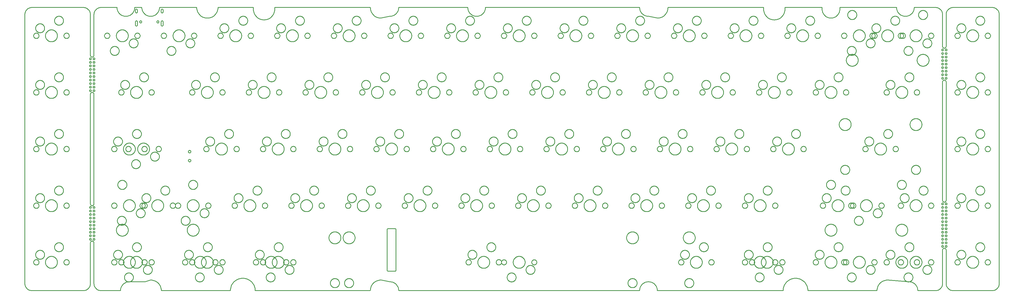
<source format=gbr>
G04 EAGLE Gerber RS-274X export*
G75*
%MOMM*%
%FSLAX34Y34*%
%LPD*%
%IN*%
%IPPOS*%
%AMOC8*
5,1,8,0,0,1.08239X$1,22.5*%
G01*
%ADD10C,0.254000*%


D10*
X-136922Y1262063D02*
X-136831Y1259987D01*
X-136560Y1257928D01*
X-136110Y1255899D01*
X-135486Y1253918D01*
X-134691Y1251999D01*
X-133732Y1250156D01*
X-132615Y1248404D01*
X-131351Y1246756D01*
X-129947Y1245225D01*
X-128416Y1243821D01*
X-126768Y1242556D01*
X-125016Y1241440D01*
X-123173Y1240481D01*
X-121254Y1239686D01*
X-119273Y1239061D01*
X-117244Y1238612D01*
X-115185Y1238341D01*
X-113109Y1238250D01*
X59531Y1238250D01*
X61607Y1238341D01*
X63666Y1238612D01*
X65694Y1239061D01*
X67676Y1239686D01*
X69595Y1240481D01*
X71438Y1241440D01*
X73190Y1242556D01*
X74838Y1243821D01*
X76369Y1245225D01*
X77773Y1246756D01*
X79037Y1248404D01*
X80153Y1250156D01*
X81113Y1251999D01*
X81908Y1253918D01*
X82532Y1255899D01*
X82982Y1257928D01*
X83253Y1259987D01*
X83344Y1262063D01*
X83344Y1398984D01*
X83366Y1399503D01*
X83434Y1400018D01*
X83547Y1400525D01*
X83703Y1401020D01*
X83902Y1401500D01*
X84141Y1401961D01*
X84420Y1402399D01*
X84737Y1402811D01*
X85087Y1403194D01*
X85470Y1403545D01*
X85882Y1403861D01*
X86320Y1404140D01*
X86781Y1404380D01*
X87261Y1404578D01*
X87756Y1404735D01*
X88263Y1404847D01*
X88778Y1404915D01*
X89297Y1404938D01*
X89816Y1404915D01*
X90331Y1404847D01*
X90838Y1404735D01*
X91333Y1404578D01*
X91813Y1404380D01*
X92273Y1404140D01*
X92711Y1403861D01*
X93123Y1403545D01*
X93506Y1403194D01*
X93857Y1402811D01*
X94173Y1402399D01*
X94452Y1401961D01*
X94692Y1401500D01*
X94891Y1401020D01*
X95047Y1400525D01*
X95160Y1400018D01*
X95227Y1399503D01*
X95250Y1398984D01*
X95250Y1262063D01*
X95341Y1259987D01*
X95612Y1257928D01*
X96061Y1255899D01*
X96686Y1253918D01*
X97481Y1251999D01*
X98440Y1250156D01*
X99556Y1248404D01*
X100821Y1246756D01*
X102225Y1245225D01*
X103756Y1243821D01*
X105404Y1242556D01*
X107156Y1241440D01*
X108999Y1240481D01*
X110918Y1239686D01*
X112899Y1239061D01*
X114928Y1238612D01*
X116987Y1238341D01*
X119063Y1238250D01*
X184547Y1238250D01*
X184660Y1240844D01*
X184999Y1243419D01*
X185561Y1245954D01*
X186342Y1248430D01*
X187336Y1250830D01*
X188535Y1253133D01*
X189930Y1255323D01*
X191511Y1257383D01*
X193265Y1259297D01*
X195180Y1261052D01*
X197240Y1262633D01*
X199430Y1264028D01*
X201733Y1265227D01*
X204132Y1266221D01*
X206609Y1267001D01*
X209144Y1267563D01*
X211718Y1267902D01*
X214313Y1268016D01*
X267891Y1268016D01*
X285750Y1273969D01*
X288863Y1273833D01*
X291953Y1273426D01*
X294995Y1272752D01*
X297967Y1271815D01*
X300845Y1270622D01*
X303609Y1269183D01*
X306237Y1267509D01*
X308710Y1265612D01*
X311007Y1263507D01*
X313112Y1261210D01*
X315009Y1258737D01*
X316683Y1256109D01*
X318122Y1253345D01*
X319315Y1250467D01*
X320252Y1247495D01*
X320926Y1244453D01*
X321333Y1241363D01*
X321469Y1238250D01*
X553641Y1238250D01*
X553799Y1241882D01*
X554274Y1245486D01*
X555061Y1249035D01*
X556154Y1252503D01*
X557545Y1255861D01*
X559224Y1259086D01*
X561177Y1262152D01*
X563390Y1265036D01*
X565846Y1267716D01*
X568526Y1270173D01*
X571411Y1272386D01*
X574477Y1274339D01*
X577701Y1276018D01*
X581060Y1277409D01*
X584527Y1278502D01*
X588076Y1279289D01*
X591681Y1279763D01*
X595313Y1279922D01*
X598944Y1279763D01*
X602549Y1279289D01*
X606098Y1278502D01*
X609565Y1277409D01*
X612924Y1276018D01*
X616148Y1274339D01*
X619215Y1272386D01*
X622099Y1270173D01*
X624779Y1267716D01*
X627235Y1265036D01*
X629448Y1262152D01*
X631401Y1259086D01*
X633080Y1255861D01*
X634471Y1252503D01*
X635564Y1249035D01*
X636351Y1245486D01*
X636826Y1241882D01*
X636984Y1238250D01*
X1023938Y1238250D01*
X1024073Y1241363D01*
X1024480Y1244453D01*
X1025155Y1247495D01*
X1026092Y1250467D01*
X1027284Y1253345D01*
X1028723Y1256109D01*
X1030397Y1258737D01*
X1032294Y1261210D01*
X1034399Y1263507D01*
X1036697Y1265612D01*
X1039169Y1267509D01*
X1041797Y1269183D01*
X1044561Y1270622D01*
X1047440Y1271815D01*
X1050412Y1272752D01*
X1053454Y1273426D01*
X1056543Y1273833D01*
X1059656Y1273969D01*
X1089422Y1268016D01*
X1092016Y1267902D01*
X1094591Y1267563D01*
X1097126Y1267001D01*
X1099602Y1266221D01*
X1102001Y1265227D01*
X1104305Y1264028D01*
X1106495Y1262633D01*
X1108555Y1261052D01*
X1110469Y1259297D01*
X1112224Y1257383D01*
X1113804Y1255323D01*
X1115200Y1253133D01*
X1116399Y1250830D01*
X1117392Y1248430D01*
X1118173Y1245954D01*
X1118735Y1243419D01*
X1119074Y1240844D01*
X1119188Y1238250D01*
X1928813Y1238250D01*
X1928926Y1240844D01*
X1929265Y1243419D01*
X1929827Y1245954D01*
X1930608Y1248430D01*
X1931601Y1250830D01*
X1932800Y1253133D01*
X1934196Y1255323D01*
X1935776Y1257383D01*
X1937531Y1259297D01*
X1939445Y1261052D01*
X1941505Y1262633D01*
X1943695Y1264028D01*
X1945999Y1265227D01*
X1948398Y1266221D01*
X1950874Y1267001D01*
X1953409Y1267563D01*
X1955984Y1267902D01*
X1958578Y1268016D01*
X1961172Y1267902D01*
X1963747Y1267563D01*
X1966282Y1267001D01*
X1968759Y1266221D01*
X1971158Y1265227D01*
X1973461Y1264028D01*
X1975651Y1262633D01*
X1977711Y1261052D01*
X1979626Y1259297D01*
X1981380Y1257383D01*
X1982961Y1255323D01*
X1984356Y1253133D01*
X1985555Y1250830D01*
X1986549Y1248430D01*
X1987330Y1245954D01*
X1987892Y1243419D01*
X1988230Y1240844D01*
X1988344Y1238250D01*
X2411016Y1238250D01*
X2411174Y1241882D01*
X2411649Y1245486D01*
X2412436Y1249035D01*
X2413529Y1252503D01*
X2414920Y1255861D01*
X2416599Y1259086D01*
X2418552Y1262152D01*
X2420765Y1265036D01*
X2423221Y1267716D01*
X2425901Y1270173D01*
X2428786Y1272386D01*
X2431852Y1274339D01*
X2435076Y1276018D01*
X2438435Y1277409D01*
X2441902Y1278502D01*
X2445451Y1279289D01*
X2449056Y1279763D01*
X2452688Y1279922D01*
X2456319Y1279763D01*
X2459924Y1279289D01*
X2463473Y1278502D01*
X2466940Y1277409D01*
X2470299Y1276018D01*
X2473523Y1274339D01*
X2476590Y1272386D01*
X2479474Y1270173D01*
X2482154Y1267716D01*
X2484610Y1265036D01*
X2486823Y1262152D01*
X2488776Y1259086D01*
X2490455Y1255861D01*
X2491846Y1252503D01*
X2492939Y1249035D01*
X2493726Y1245486D01*
X2494201Y1241882D01*
X2494359Y1238250D01*
X2726531Y1238250D01*
X2726667Y1241363D01*
X2727074Y1244453D01*
X2727748Y1247495D01*
X2728685Y1250467D01*
X2729878Y1253345D01*
X2731317Y1256109D01*
X2732991Y1258737D01*
X2734888Y1261210D01*
X2736993Y1263507D01*
X2739290Y1265612D01*
X2741763Y1267509D01*
X2744391Y1269183D01*
X2747155Y1270622D01*
X2750033Y1271815D01*
X2753005Y1272752D01*
X2756048Y1273426D01*
X2759137Y1273833D01*
X2762250Y1273969D01*
X2833688Y1268016D01*
X2836282Y1267902D01*
X2838856Y1267563D01*
X2841391Y1267001D01*
X2843868Y1266221D01*
X2846267Y1265227D01*
X2848570Y1264028D01*
X2850760Y1262633D01*
X2852820Y1261052D01*
X2854735Y1259297D01*
X2856489Y1257383D01*
X2858070Y1255323D01*
X2859465Y1253133D01*
X2860664Y1250830D01*
X2861658Y1248430D01*
X2862439Y1245954D01*
X2863001Y1243419D01*
X2863340Y1240844D01*
X2863453Y1238250D01*
X2922984Y1238250D01*
X2925060Y1238341D01*
X2927119Y1238612D01*
X2929148Y1239061D01*
X2931129Y1239686D01*
X2933048Y1240481D01*
X2934891Y1241440D01*
X2936643Y1242556D01*
X2938291Y1243821D01*
X2939822Y1245225D01*
X2941226Y1246756D01*
X2942490Y1248404D01*
X2943607Y1250156D01*
X2944566Y1251999D01*
X2945361Y1253918D01*
X2945985Y1255899D01*
X2946435Y1257928D01*
X2946706Y1259987D01*
X2946797Y1262063D01*
X2946797Y1375172D01*
X2946820Y1375691D01*
X2946887Y1376206D01*
X2947000Y1376713D01*
X2947156Y1377208D01*
X2947355Y1377688D01*
X2947594Y1378148D01*
X2947874Y1378586D01*
X2948190Y1378998D01*
X2948541Y1379381D01*
X2948923Y1379732D01*
X2949335Y1380048D01*
X2949773Y1380327D01*
X2950234Y1380567D01*
X2950714Y1380766D01*
X2951209Y1380922D01*
X2951716Y1381035D01*
X2952231Y1381102D01*
X2952750Y1381125D01*
X2953269Y1381102D01*
X2953784Y1381035D01*
X2954291Y1380922D01*
X2954786Y1380766D01*
X2955266Y1380567D01*
X2955727Y1380327D01*
X2956165Y1380048D01*
X2956577Y1379732D01*
X2956960Y1379381D01*
X2957310Y1378998D01*
X2957627Y1378586D01*
X2957906Y1378148D01*
X2958145Y1377688D01*
X2958344Y1377208D01*
X2958500Y1376713D01*
X2958613Y1376206D01*
X2958680Y1375691D01*
X2958703Y1375172D01*
X2958703Y1262063D01*
X2958794Y1259987D01*
X2959065Y1257928D01*
X2959515Y1255899D01*
X2960139Y1253918D01*
X2960934Y1251999D01*
X2961893Y1250156D01*
X2963010Y1248404D01*
X2964274Y1246756D01*
X2965678Y1245225D01*
X2967209Y1243821D01*
X2968857Y1242556D01*
X2970609Y1241440D01*
X2972452Y1240481D01*
X2974371Y1239686D01*
X2976353Y1239061D01*
X2978381Y1238612D01*
X2980440Y1238341D01*
X2982516Y1238250D01*
X3113484Y1238250D01*
X3115560Y1238341D01*
X3117619Y1238612D01*
X3119648Y1239061D01*
X3121629Y1239686D01*
X3123548Y1240481D01*
X3125391Y1241440D01*
X3127143Y1242556D01*
X3128791Y1243821D01*
X3130322Y1245225D01*
X3131726Y1246756D01*
X3132990Y1248404D01*
X3134107Y1250156D01*
X3135066Y1251999D01*
X3135861Y1253918D01*
X3136485Y1255899D01*
X3136935Y1257928D01*
X3137206Y1259987D01*
X3137297Y1262063D01*
X3137297Y2166938D01*
X3137206Y2169013D01*
X3136935Y2171073D01*
X3136485Y2173101D01*
X3135861Y2175082D01*
X3135066Y2177001D01*
X3134107Y2178844D01*
X3132990Y2180596D01*
X3131726Y2182244D01*
X3130322Y2183775D01*
X3128791Y2185179D01*
X3127143Y2186444D01*
X3125391Y2187560D01*
X3123548Y2188519D01*
X3121629Y2189314D01*
X3119648Y2189939D01*
X3117619Y2190388D01*
X3115560Y2190659D01*
X3113484Y2190750D01*
X2982516Y2190750D01*
X2980440Y2190659D01*
X2978381Y2190388D01*
X2976353Y2189939D01*
X2974371Y2189314D01*
X2972452Y2188519D01*
X2970609Y2187560D01*
X2968857Y2186444D01*
X2967209Y2185179D01*
X2965678Y2183775D01*
X2964274Y2182244D01*
X2963010Y2180596D01*
X2961893Y2178844D01*
X2960934Y2177001D01*
X2960139Y2175082D01*
X2959515Y2173101D01*
X2959065Y2171073D01*
X2958794Y2169013D01*
X2958703Y2166938D01*
X2958703Y2059781D01*
X2958680Y2059262D01*
X2958613Y2058748D01*
X2958500Y2058240D01*
X2958344Y2057745D01*
X2958145Y2057265D01*
X2957906Y2056805D01*
X2957627Y2056367D01*
X2957310Y2055955D01*
X2956960Y2055572D01*
X2956577Y2055221D01*
X2956165Y2054905D01*
X2955727Y2054626D01*
X2955266Y2054386D01*
X2954786Y2054187D01*
X2954291Y2054031D01*
X2953784Y2053919D01*
X2953269Y2053851D01*
X2952750Y2053828D01*
X2952231Y2053851D01*
X2951716Y2053919D01*
X2951209Y2054031D01*
X2950714Y2054187D01*
X2950234Y2054386D01*
X2949773Y2054626D01*
X2949335Y2054905D01*
X2948923Y2055221D01*
X2948541Y2055572D01*
X2948190Y2055955D01*
X2947874Y2056367D01*
X2947594Y2056805D01*
X2947355Y2057265D01*
X2947156Y2057745D01*
X2947000Y2058240D01*
X2946887Y2058748D01*
X2946820Y2059262D01*
X2946797Y2059781D01*
X2946797Y2166938D01*
X2946706Y2169013D01*
X2946435Y2171073D01*
X2945985Y2173101D01*
X2945361Y2175082D01*
X2944566Y2177001D01*
X2943607Y2178844D01*
X2942490Y2180596D01*
X2941226Y2182244D01*
X2939822Y2183775D01*
X2938291Y2185179D01*
X2936643Y2186444D01*
X2934891Y2187560D01*
X2933048Y2188519D01*
X2931129Y2189314D01*
X2929148Y2189939D01*
X2927119Y2190388D01*
X2925060Y2190659D01*
X2922984Y2190750D01*
X2851547Y2190750D01*
X2851434Y2188156D01*
X2851095Y2185581D01*
X2850533Y2183046D01*
X2849752Y2180570D01*
X2848758Y2178171D01*
X2847559Y2175867D01*
X2846164Y2173677D01*
X2844583Y2171617D01*
X2842829Y2169703D01*
X2840914Y2167948D01*
X2838854Y2166367D01*
X2836664Y2164972D01*
X2834361Y2163773D01*
X2831962Y2162779D01*
X2829485Y2161999D01*
X2826950Y2161437D01*
X2824376Y2161098D01*
X2821781Y2160984D01*
X2819187Y2161098D01*
X2816613Y2161437D01*
X2814077Y2161999D01*
X2811601Y2162779D01*
X2809202Y2163773D01*
X2806898Y2164972D01*
X2804708Y2166367D01*
X2802648Y2167948D01*
X2800734Y2169703D01*
X2798979Y2171617D01*
X2797399Y2173677D01*
X2796003Y2175867D01*
X2794804Y2178171D01*
X2793811Y2180570D01*
X2793030Y2183046D01*
X2792468Y2185581D01*
X2792129Y2188156D01*
X2792016Y2190750D01*
X2601516Y2190750D01*
X2601516Y2184797D01*
X2601402Y2182203D01*
X2601063Y2179628D01*
X2600501Y2177093D01*
X2599721Y2174616D01*
X2598727Y2172217D01*
X2597528Y2169914D01*
X2596133Y2167724D01*
X2594552Y2165664D01*
X2592797Y2163749D01*
X2590883Y2161995D01*
X2588823Y2160414D01*
X2586633Y2159019D01*
X2584330Y2157820D01*
X2581930Y2156826D01*
X2579454Y2156046D01*
X2576919Y2155483D01*
X2574344Y2155145D01*
X2571750Y2155031D01*
X2569156Y2155145D01*
X2566581Y2155483D01*
X2564046Y2156046D01*
X2561570Y2156826D01*
X2559171Y2157820D01*
X2556867Y2159019D01*
X2554677Y2160414D01*
X2552617Y2161995D01*
X2550703Y2163749D01*
X2548948Y2165664D01*
X2547367Y2167724D01*
X2545972Y2169914D01*
X2544773Y2172217D01*
X2543779Y2174616D01*
X2542999Y2177093D01*
X2542437Y2179628D01*
X2542098Y2182203D01*
X2541984Y2184797D01*
X2541984Y2190750D01*
X2416969Y2190750D01*
X2416969Y2184797D01*
X2416833Y2181684D01*
X2416426Y2178594D01*
X2415752Y2175552D01*
X2414815Y2172580D01*
X2413622Y2169701D01*
X2412183Y2166938D01*
X2410509Y2164309D01*
X2408612Y2161837D01*
X2406507Y2159540D01*
X2404210Y2157435D01*
X2401737Y2155538D01*
X2399109Y2153864D01*
X2396345Y2152425D01*
X2393467Y2151232D01*
X2390495Y2150295D01*
X2387453Y2149621D01*
X2384363Y2149214D01*
X2381250Y2149078D01*
X2378137Y2149214D01*
X2375048Y2149621D01*
X2372005Y2150295D01*
X2369033Y2151232D01*
X2366155Y2152425D01*
X2363391Y2153864D01*
X2360763Y2155538D01*
X2358290Y2157435D01*
X2355993Y2159540D01*
X2353888Y2161837D01*
X2351991Y2164309D01*
X2350317Y2166938D01*
X2348878Y2169701D01*
X2347685Y2172580D01*
X2346748Y2175552D01*
X2346074Y2178594D01*
X2345667Y2181684D01*
X2345531Y2184797D01*
X2345531Y2190750D01*
X2024063Y2190750D01*
X2023927Y2187637D01*
X2023520Y2184548D01*
X2022845Y2181505D01*
X2021908Y2178533D01*
X2020716Y2175655D01*
X2019277Y2172891D01*
X2017603Y2170263D01*
X2015706Y2167790D01*
X2013601Y2165493D01*
X2011303Y2163388D01*
X2008831Y2161491D01*
X2006203Y2159817D01*
X2003439Y2158378D01*
X2000560Y2157185D01*
X1997588Y2156248D01*
X1994546Y2155574D01*
X1991457Y2155167D01*
X1988344Y2155031D01*
X1958578Y2160984D01*
X1955984Y2161098D01*
X1953409Y2161437D01*
X1950874Y2161999D01*
X1948398Y2162779D01*
X1945999Y2163773D01*
X1943695Y2164972D01*
X1941505Y2166367D01*
X1939445Y2167948D01*
X1937531Y2169703D01*
X1935776Y2171617D01*
X1934196Y2173677D01*
X1932800Y2175867D01*
X1931601Y2178171D01*
X1930608Y2180570D01*
X1929827Y2183046D01*
X1929265Y2185581D01*
X1928926Y2188156D01*
X1928813Y2190750D01*
X1410891Y2190750D01*
X1410777Y2188156D01*
X1410438Y2185581D01*
X1409876Y2183046D01*
X1409096Y2180570D01*
X1408102Y2178171D01*
X1406903Y2175867D01*
X1405508Y2173677D01*
X1403927Y2171617D01*
X1402172Y2169703D01*
X1400258Y2167948D01*
X1398198Y2166367D01*
X1396008Y2164972D01*
X1393705Y2163773D01*
X1391305Y2162779D01*
X1388829Y2161999D01*
X1386294Y2161437D01*
X1383719Y2161098D01*
X1381125Y2160984D01*
X1378531Y2161098D01*
X1375956Y2161437D01*
X1373421Y2161999D01*
X1370945Y2162779D01*
X1368546Y2163773D01*
X1366242Y2164972D01*
X1364052Y2166367D01*
X1361992Y2167948D01*
X1360078Y2169703D01*
X1358323Y2171617D01*
X1356742Y2173677D01*
X1355347Y2175867D01*
X1354148Y2178171D01*
X1353154Y2180570D01*
X1352374Y2183046D01*
X1351812Y2185581D01*
X1351473Y2188156D01*
X1351359Y2190750D01*
X1119188Y2190750D01*
X1119074Y2188156D01*
X1118735Y2185581D01*
X1118173Y2183046D01*
X1117392Y2180570D01*
X1116399Y2178171D01*
X1115200Y2175867D01*
X1113804Y2173677D01*
X1112224Y2171617D01*
X1110469Y2169703D01*
X1108555Y2167948D01*
X1106495Y2166367D01*
X1104305Y2164972D01*
X1102001Y2163773D01*
X1099602Y2162779D01*
X1097126Y2161999D01*
X1094591Y2161437D01*
X1092016Y2161098D01*
X1089422Y2160984D01*
X1059656Y2155031D01*
X1056543Y2155167D01*
X1053454Y2155574D01*
X1050412Y2156248D01*
X1047440Y2157185D01*
X1044561Y2158378D01*
X1041797Y2159817D01*
X1039169Y2161491D01*
X1036697Y2163388D01*
X1034399Y2165493D01*
X1032294Y2167790D01*
X1030397Y2170263D01*
X1028723Y2172891D01*
X1027284Y2175655D01*
X1026092Y2178533D01*
X1025155Y2181505D01*
X1024480Y2184548D01*
X1024073Y2187637D01*
X1023938Y2190750D01*
X702469Y2190750D01*
X702469Y2184797D01*
X702333Y2181684D01*
X701926Y2178594D01*
X701252Y2175552D01*
X700315Y2172580D01*
X699122Y2169701D01*
X697683Y2166938D01*
X696009Y2164309D01*
X694112Y2161837D01*
X692007Y2159540D01*
X689710Y2157435D01*
X687237Y2155538D01*
X684609Y2153864D01*
X681845Y2152425D01*
X678967Y2151232D01*
X675995Y2150295D01*
X672953Y2149621D01*
X669863Y2149214D01*
X666750Y2149078D01*
X663637Y2149214D01*
X660548Y2149621D01*
X657505Y2150295D01*
X654533Y2151232D01*
X651655Y2152425D01*
X648891Y2153864D01*
X646263Y2155538D01*
X643790Y2157435D01*
X641493Y2159540D01*
X639388Y2161837D01*
X637491Y2164309D01*
X635817Y2166938D01*
X634378Y2169701D01*
X633185Y2172580D01*
X632248Y2175552D01*
X631574Y2178594D01*
X631167Y2181684D01*
X631031Y2184797D01*
X631031Y2190750D01*
X511969Y2190750D01*
X511833Y2187637D01*
X511426Y2184548D01*
X510752Y2181505D01*
X509815Y2178533D01*
X508622Y2175655D01*
X507183Y2172891D01*
X505509Y2170263D01*
X503612Y2167790D01*
X501507Y2165493D01*
X499210Y2163388D01*
X496737Y2161491D01*
X494109Y2159817D01*
X491345Y2158378D01*
X488467Y2157185D01*
X485495Y2156248D01*
X482453Y2155574D01*
X479363Y2155167D01*
X476250Y2155031D01*
X473137Y2155167D01*
X470048Y2155574D01*
X467005Y2156248D01*
X464033Y2157185D01*
X461155Y2158378D01*
X458391Y2159817D01*
X455763Y2161491D01*
X453290Y2163388D01*
X450993Y2165493D01*
X448888Y2167790D01*
X446991Y2170263D01*
X445317Y2172891D01*
X443878Y2175655D01*
X442685Y2178533D01*
X441748Y2181505D01*
X441074Y2184548D01*
X440667Y2187637D01*
X440531Y2190750D01*
X315516Y2190750D01*
X315402Y2188156D01*
X315063Y2185581D01*
X314501Y2183046D01*
X313721Y2180570D01*
X312727Y2178171D01*
X311528Y2175867D01*
X310133Y2173677D01*
X308552Y2171617D01*
X306797Y2169703D01*
X304883Y2167948D01*
X302823Y2166367D01*
X300633Y2164972D01*
X298330Y2163773D01*
X295930Y2162779D01*
X293454Y2161999D01*
X290919Y2161437D01*
X288344Y2161098D01*
X285750Y2160984D01*
X283156Y2161098D01*
X280581Y2161437D01*
X278046Y2161999D01*
X275570Y2162779D01*
X273171Y2163773D01*
X270867Y2164972D01*
X268677Y2166367D01*
X266617Y2167948D01*
X264703Y2169703D01*
X262948Y2171617D01*
X261367Y2173677D01*
X259972Y2175867D01*
X258773Y2178171D01*
X257779Y2180570D01*
X256999Y2183046D01*
X256437Y2185581D01*
X256098Y2188156D01*
X255984Y2190750D01*
X232172Y2190750D01*
X232059Y2188156D01*
X231720Y2185581D01*
X231158Y2183046D01*
X230377Y2180570D01*
X229383Y2178171D01*
X228184Y2175867D01*
X226789Y2173677D01*
X225208Y2171617D01*
X223454Y2169703D01*
X221539Y2167948D01*
X219479Y2166367D01*
X217289Y2164972D01*
X214986Y2163773D01*
X212587Y2162779D01*
X210110Y2161999D01*
X207575Y2161437D01*
X205001Y2161098D01*
X202406Y2160984D01*
X199812Y2161098D01*
X197238Y2161437D01*
X194702Y2161999D01*
X192226Y2162779D01*
X189827Y2163773D01*
X187523Y2164972D01*
X185333Y2166367D01*
X183273Y2167948D01*
X181359Y2169703D01*
X179604Y2171617D01*
X178024Y2173677D01*
X176628Y2175867D01*
X175429Y2178171D01*
X174436Y2180570D01*
X173655Y2183046D01*
X173093Y2185581D01*
X172754Y2188156D01*
X172641Y2190750D01*
X119063Y2190750D01*
X116987Y2190659D01*
X114928Y2190388D01*
X112899Y2189939D01*
X110918Y2189314D01*
X108999Y2188519D01*
X107156Y2187560D01*
X105404Y2186444D01*
X103756Y2185179D01*
X102225Y2183775D01*
X100821Y2182244D01*
X99556Y2180596D01*
X98440Y2178844D01*
X97481Y2177001D01*
X96686Y2175082D01*
X96061Y2173101D01*
X95612Y2171073D01*
X95341Y2169013D01*
X95250Y2166938D01*
X95250Y2030016D01*
X95227Y2029497D01*
X95160Y2028982D01*
X95047Y2028475D01*
X94891Y2027980D01*
X94692Y2027500D01*
X94452Y2027039D01*
X94173Y2026601D01*
X93857Y2026189D01*
X93506Y2025806D01*
X93123Y2025455D01*
X92711Y2025139D01*
X92273Y2024860D01*
X91813Y2024620D01*
X91333Y2024422D01*
X90838Y2024265D01*
X90331Y2024153D01*
X89816Y2024085D01*
X89297Y2024063D01*
X88778Y2024085D01*
X88263Y2024153D01*
X87756Y2024265D01*
X87261Y2024422D01*
X86781Y2024620D01*
X86320Y2024860D01*
X85882Y2025139D01*
X85470Y2025455D01*
X85087Y2025806D01*
X84737Y2026189D01*
X84420Y2026601D01*
X84141Y2027039D01*
X83902Y2027500D01*
X83703Y2027980D01*
X83547Y2028475D01*
X83434Y2028982D01*
X83366Y2029497D01*
X83344Y2030016D01*
X83344Y2166938D01*
X83253Y2169013D01*
X82982Y2171073D01*
X82532Y2173101D01*
X81908Y2175082D01*
X81113Y2177001D01*
X80153Y2178844D01*
X79037Y2180596D01*
X77773Y2182244D01*
X76369Y2183775D01*
X74838Y2185179D01*
X73190Y2186444D01*
X71438Y2187560D01*
X69595Y2188519D01*
X67676Y2189314D01*
X65694Y2189939D01*
X63666Y2190388D01*
X61607Y2190659D01*
X59531Y2190750D01*
X-113109Y2190750D01*
X-115185Y2190659D01*
X-117244Y2190388D01*
X-119273Y2189939D01*
X-121254Y2189314D01*
X-123173Y2188519D01*
X-125016Y2187560D01*
X-126768Y2186444D01*
X-128416Y2185179D01*
X-129947Y2183775D01*
X-131351Y2182244D01*
X-132615Y2180596D01*
X-133732Y2178844D01*
X-134691Y2177001D01*
X-135486Y2175082D01*
X-136110Y2173101D01*
X-136560Y2171073D01*
X-136831Y2169013D01*
X-136922Y2166938D01*
X-136922Y1262063D01*
X321100Y2175844D02*
X321112Y2175561D01*
X321149Y2175279D01*
X321211Y2175003D01*
X321296Y2174732D01*
X321405Y2174470D01*
X321535Y2174219D01*
X321688Y2173980D01*
X321860Y2173755D01*
X322052Y2173546D01*
X322261Y2173354D01*
X322486Y2173182D01*
X322725Y2173029D01*
X322977Y2172898D01*
X323238Y2172790D01*
X323509Y2172705D01*
X323786Y2172643D01*
X324067Y2172606D01*
X324350Y2172594D01*
X324633Y2172606D01*
X324914Y2172643D01*
X325191Y2172705D01*
X325462Y2172790D01*
X325724Y2172898D01*
X325975Y2173029D01*
X326214Y2173182D01*
X326439Y2173354D01*
X326648Y2173546D01*
X326840Y2173755D01*
X327012Y2173980D01*
X327165Y2174219D01*
X327296Y2174470D01*
X327404Y2174732D01*
X327489Y2175003D01*
X327551Y2175279D01*
X327588Y2175561D01*
X327600Y2175844D01*
X327600Y2181844D01*
X327588Y2182127D01*
X327551Y2182408D01*
X327489Y2182685D01*
X327404Y2182955D01*
X327296Y2183217D01*
X327165Y2183469D01*
X327012Y2183708D01*
X326840Y2183933D01*
X326648Y2184142D01*
X326439Y2184333D01*
X326214Y2184506D01*
X325975Y2184658D01*
X325724Y2184789D01*
X325462Y2184898D01*
X325191Y2184983D01*
X324914Y2185044D01*
X324633Y2185081D01*
X324350Y2185094D01*
X324067Y2185081D01*
X323786Y2185044D01*
X323509Y2184983D01*
X323238Y2184898D01*
X322977Y2184789D01*
X322725Y2184658D01*
X322486Y2184506D01*
X322261Y2184333D01*
X322052Y2184142D01*
X321860Y2183933D01*
X321688Y2183708D01*
X321535Y2183469D01*
X321405Y2183217D01*
X321296Y2182955D01*
X321211Y2182685D01*
X321149Y2182408D01*
X321112Y2182127D01*
X321100Y2181844D01*
X321100Y2175844D01*
X234700Y2175844D02*
X234712Y2175561D01*
X234749Y2175279D01*
X234811Y2175003D01*
X234896Y2174732D01*
X235005Y2174470D01*
X235135Y2174219D01*
X235288Y2173980D01*
X235460Y2173755D01*
X235652Y2173546D01*
X235861Y2173354D01*
X236086Y2173182D01*
X236325Y2173029D01*
X236577Y2172898D01*
X236838Y2172790D01*
X237109Y2172705D01*
X237386Y2172643D01*
X237667Y2172606D01*
X237950Y2172594D01*
X238233Y2172606D01*
X238514Y2172643D01*
X238791Y2172705D01*
X239062Y2172790D01*
X239324Y2172898D01*
X239575Y2173029D01*
X239814Y2173182D01*
X240039Y2173354D01*
X240248Y2173546D01*
X240440Y2173755D01*
X240612Y2173980D01*
X240765Y2174219D01*
X240896Y2174470D01*
X241004Y2174732D01*
X241089Y2175003D01*
X241151Y2175279D01*
X241188Y2175561D01*
X241200Y2175844D01*
X241200Y2181844D01*
X241188Y2182127D01*
X241151Y2182408D01*
X241089Y2182685D01*
X241004Y2182955D01*
X240896Y2183217D01*
X240765Y2183469D01*
X240612Y2183708D01*
X240440Y2183933D01*
X240248Y2184142D01*
X240039Y2184333D01*
X239814Y2184506D01*
X239575Y2184658D01*
X239324Y2184789D01*
X239062Y2184898D01*
X238791Y2184983D01*
X238514Y2185044D01*
X238233Y2185081D01*
X237950Y2185094D01*
X237667Y2185081D01*
X237386Y2185044D01*
X237109Y2184983D01*
X236838Y2184898D01*
X236577Y2184789D01*
X236325Y2184658D01*
X236086Y2184506D01*
X235861Y2184333D01*
X235652Y2184142D01*
X235460Y2183933D01*
X235288Y2183708D01*
X235135Y2183469D01*
X235005Y2183217D01*
X234896Y2182955D01*
X234811Y2182685D01*
X234749Y2182408D01*
X234712Y2182127D01*
X234700Y2181844D01*
X234700Y2175844D01*
X321100Y2131544D02*
X321112Y2131261D01*
X321149Y2130979D01*
X321211Y2130703D01*
X321296Y2130432D01*
X321405Y2130170D01*
X321535Y2129919D01*
X321688Y2129680D01*
X321860Y2129455D01*
X322052Y2129246D01*
X322261Y2129054D01*
X322486Y2128882D01*
X322725Y2128729D01*
X322977Y2128598D01*
X323238Y2128490D01*
X323509Y2128405D01*
X323786Y2128343D01*
X324067Y2128306D01*
X324350Y2128294D01*
X324633Y2128306D01*
X324914Y2128343D01*
X325191Y2128405D01*
X325462Y2128490D01*
X325724Y2128598D01*
X325975Y2128729D01*
X326214Y2128882D01*
X326439Y2129054D01*
X326648Y2129246D01*
X326840Y2129455D01*
X327012Y2129680D01*
X327165Y2129919D01*
X327296Y2130170D01*
X327404Y2130432D01*
X327489Y2130703D01*
X327551Y2130979D01*
X327588Y2131261D01*
X327600Y2131544D01*
X327600Y2142544D01*
X327588Y2142827D01*
X327551Y2143108D01*
X327489Y2143385D01*
X327404Y2143655D01*
X327296Y2143917D01*
X327165Y2144169D01*
X327012Y2144408D01*
X326840Y2144633D01*
X326648Y2144842D01*
X326439Y2145033D01*
X326214Y2145206D01*
X325975Y2145358D01*
X325724Y2145489D01*
X325462Y2145598D01*
X325191Y2145683D01*
X324914Y2145744D01*
X324633Y2145781D01*
X324350Y2145794D01*
X324067Y2145781D01*
X323786Y2145744D01*
X323509Y2145683D01*
X323238Y2145598D01*
X322977Y2145489D01*
X322725Y2145358D01*
X322486Y2145206D01*
X322261Y2145033D01*
X322052Y2144842D01*
X321860Y2144633D01*
X321688Y2144408D01*
X321535Y2144169D01*
X321405Y2143917D01*
X321296Y2143655D01*
X321211Y2143385D01*
X321149Y2143108D01*
X321112Y2142827D01*
X321100Y2142544D01*
X321100Y2131544D01*
X234700Y2131544D02*
X234712Y2131261D01*
X234749Y2130979D01*
X234811Y2130703D01*
X234896Y2130432D01*
X235005Y2130170D01*
X235135Y2129919D01*
X235288Y2129680D01*
X235460Y2129455D01*
X235652Y2129246D01*
X235861Y2129054D01*
X236086Y2128882D01*
X236325Y2128729D01*
X236577Y2128598D01*
X236838Y2128490D01*
X237109Y2128405D01*
X237386Y2128343D01*
X237667Y2128306D01*
X237950Y2128294D01*
X238233Y2128306D01*
X238514Y2128343D01*
X238791Y2128405D01*
X239062Y2128490D01*
X239324Y2128598D01*
X239575Y2128729D01*
X239814Y2128882D01*
X240039Y2129054D01*
X240248Y2129246D01*
X240440Y2129455D01*
X240612Y2129680D01*
X240765Y2129919D01*
X240896Y2130170D01*
X241004Y2130432D01*
X241089Y2130703D01*
X241151Y2130979D01*
X241188Y2131261D01*
X241200Y2131544D01*
X241200Y2142544D01*
X241188Y2142827D01*
X241151Y2143108D01*
X241089Y2143385D01*
X241004Y2143655D01*
X240896Y2143917D01*
X240765Y2144169D01*
X240612Y2144408D01*
X240440Y2144633D01*
X240248Y2144842D01*
X240039Y2145033D01*
X239814Y2145206D01*
X239575Y2145358D01*
X239324Y2145489D01*
X239062Y2145598D01*
X238791Y2145683D01*
X238514Y2145744D01*
X238233Y2145781D01*
X237950Y2145794D01*
X237667Y2145781D01*
X237386Y2145744D01*
X237109Y2145683D01*
X236838Y2145598D01*
X236577Y2145489D01*
X236325Y2145358D01*
X236086Y2145206D01*
X235861Y2145033D01*
X235652Y2144842D01*
X235460Y2144633D01*
X235288Y2144408D01*
X235135Y2144169D01*
X235005Y2143917D01*
X234896Y2143655D01*
X234811Y2143385D01*
X234749Y2143108D01*
X234712Y2142827D01*
X234700Y2142544D01*
X234700Y2131544D01*
X2946797Y1541859D02*
X2946820Y1541341D01*
X2946887Y1540826D01*
X2947000Y1540319D01*
X2947156Y1539823D01*
X2947355Y1539343D01*
X2947594Y1538883D01*
X2947874Y1538445D01*
X2948190Y1538033D01*
X2948541Y1537650D01*
X2948923Y1537299D01*
X2949335Y1536983D01*
X2949773Y1536704D01*
X2950234Y1536464D01*
X2950714Y1536265D01*
X2951209Y1536109D01*
X2951716Y1535997D01*
X2952231Y1535929D01*
X2952750Y1535906D01*
X2953269Y1535929D01*
X2953784Y1535997D01*
X2954291Y1536109D01*
X2954786Y1536265D01*
X2955266Y1536464D01*
X2955727Y1536704D01*
X2956165Y1536983D01*
X2956577Y1537299D01*
X2956960Y1537650D01*
X2957310Y1538033D01*
X2957627Y1538445D01*
X2957906Y1538883D01*
X2958145Y1539343D01*
X2958344Y1539823D01*
X2958500Y1540319D01*
X2958613Y1540826D01*
X2958680Y1541341D01*
X2958703Y1541859D01*
X2958703Y1940719D01*
X2958680Y1941238D01*
X2958613Y1941753D01*
X2958500Y1942260D01*
X2958344Y1942755D01*
X2958145Y1943235D01*
X2957906Y1943695D01*
X2957627Y1944133D01*
X2957310Y1944545D01*
X2956960Y1944928D01*
X2956577Y1945279D01*
X2956165Y1945595D01*
X2955727Y1945874D01*
X2955266Y1946114D01*
X2954786Y1946313D01*
X2954291Y1946469D01*
X2953784Y1946581D01*
X2953269Y1946649D01*
X2952750Y1946672D01*
X2952231Y1946649D01*
X2951716Y1946581D01*
X2951209Y1946469D01*
X2950714Y1946313D01*
X2950234Y1946114D01*
X2949773Y1945874D01*
X2949335Y1945595D01*
X2948923Y1945279D01*
X2948541Y1944928D01*
X2948190Y1944545D01*
X2947874Y1944133D01*
X2947594Y1943695D01*
X2947355Y1943235D01*
X2947156Y1942755D01*
X2947000Y1942260D01*
X2946887Y1941753D01*
X2946820Y1941238D01*
X2946797Y1940719D01*
X2946797Y1541859D01*
X83344Y1529953D02*
X83366Y1529434D01*
X83434Y1528919D01*
X83547Y1528412D01*
X83703Y1527917D01*
X83902Y1527437D01*
X84141Y1526977D01*
X84420Y1526539D01*
X84737Y1526127D01*
X85087Y1525744D01*
X85470Y1525393D01*
X85882Y1525077D01*
X86320Y1524798D01*
X86781Y1524558D01*
X87261Y1524359D01*
X87756Y1524203D01*
X88263Y1524090D01*
X88778Y1524023D01*
X89297Y1524000D01*
X89816Y1524023D01*
X90331Y1524090D01*
X90838Y1524203D01*
X91333Y1524359D01*
X91813Y1524558D01*
X92273Y1524798D01*
X92711Y1525077D01*
X93123Y1525393D01*
X93506Y1525744D01*
X93857Y1526127D01*
X94173Y1526539D01*
X94452Y1526977D01*
X94692Y1527437D01*
X94891Y1527917D01*
X95047Y1528412D01*
X95160Y1528919D01*
X95227Y1529434D01*
X95250Y1529953D01*
X95250Y1899047D01*
X95227Y1899566D01*
X95160Y1900081D01*
X95047Y1900588D01*
X94891Y1901083D01*
X94692Y1901563D01*
X94452Y1902023D01*
X94173Y1902461D01*
X93857Y1902873D01*
X93506Y1903256D01*
X93123Y1903607D01*
X92711Y1903923D01*
X92273Y1904202D01*
X91813Y1904442D01*
X91333Y1904641D01*
X90838Y1904797D01*
X90331Y1904910D01*
X89816Y1904977D01*
X89297Y1905000D01*
X88778Y1904977D01*
X88263Y1904910D01*
X87756Y1904797D01*
X87261Y1904641D01*
X86781Y1904442D01*
X86320Y1904202D01*
X85882Y1903923D01*
X85470Y1903607D01*
X85087Y1903256D01*
X84737Y1902873D01*
X84420Y1902461D01*
X84141Y1902023D01*
X83902Y1901563D01*
X83703Y1901083D01*
X83547Y1900588D01*
X83434Y1900081D01*
X83366Y1899566D01*
X83344Y1899047D01*
X83344Y1529953D01*
X1080492Y1306711D02*
X1080504Y1306452D01*
X1080537Y1306194D01*
X1080594Y1305941D01*
X1080672Y1305693D01*
X1080771Y1305453D01*
X1080891Y1305223D01*
X1081031Y1305004D01*
X1081189Y1304798D01*
X1081364Y1304606D01*
X1081555Y1304431D01*
X1081761Y1304273D01*
X1081980Y1304133D01*
X1082211Y1304013D01*
X1082451Y1303914D01*
X1082698Y1303836D01*
X1082952Y1303780D01*
X1083209Y1303746D01*
X1083469Y1303734D01*
X1107281Y1303734D01*
X1107541Y1303746D01*
X1107798Y1303780D01*
X1108052Y1303836D01*
X1108299Y1303914D01*
X1108539Y1304013D01*
X1108770Y1304133D01*
X1108989Y1304273D01*
X1109195Y1304431D01*
X1109386Y1304606D01*
X1109561Y1304798D01*
X1109720Y1305004D01*
X1109859Y1305223D01*
X1109979Y1305453D01*
X1110078Y1305693D01*
X1110156Y1305941D01*
X1110213Y1306194D01*
X1110247Y1306452D01*
X1110258Y1306711D01*
X1110258Y1443633D01*
X1110247Y1443892D01*
X1110213Y1444150D01*
X1110156Y1444403D01*
X1110078Y1444651D01*
X1109979Y1444891D01*
X1109859Y1445121D01*
X1109720Y1445340D01*
X1109561Y1445546D01*
X1109386Y1445738D01*
X1109195Y1445913D01*
X1108989Y1446071D01*
X1108770Y1446211D01*
X1108539Y1446331D01*
X1108299Y1446430D01*
X1108052Y1446508D01*
X1107798Y1446564D01*
X1107541Y1446598D01*
X1107281Y1446609D01*
X1083469Y1446609D01*
X1083209Y1446598D01*
X1082952Y1446564D01*
X1082698Y1446508D01*
X1082451Y1446430D01*
X1082211Y1446331D01*
X1081980Y1446211D01*
X1081761Y1446071D01*
X1081555Y1445913D01*
X1081364Y1445738D01*
X1081189Y1445546D01*
X1081031Y1445340D01*
X1080891Y1445121D01*
X1080771Y1444891D01*
X1080672Y1444651D01*
X1080594Y1444403D01*
X1080537Y1444150D01*
X1080504Y1443892D01*
X1080492Y1443633D01*
X1080492Y1306711D01*
X86344Y1410655D02*
X86344Y1411127D01*
X86270Y1411593D01*
X86124Y1412042D01*
X85910Y1412463D01*
X85632Y1412845D01*
X85298Y1413179D01*
X84916Y1413456D01*
X84495Y1413671D01*
X84046Y1413817D01*
X83580Y1413891D01*
X83108Y1413891D01*
X82641Y1413817D01*
X82192Y1413671D01*
X81771Y1413456D01*
X81389Y1413179D01*
X81055Y1412845D01*
X80778Y1412463D01*
X80564Y1412042D01*
X80418Y1411593D01*
X80344Y1411127D01*
X80344Y1410655D01*
X80418Y1410188D01*
X80564Y1409739D01*
X80778Y1409318D01*
X81055Y1408936D01*
X81389Y1408602D01*
X81771Y1408325D01*
X82192Y1408110D01*
X82641Y1407965D01*
X83108Y1407891D01*
X83580Y1407891D01*
X84046Y1407965D01*
X84495Y1408110D01*
X84916Y1408325D01*
X85298Y1408602D01*
X85632Y1408936D01*
X85910Y1409318D01*
X86124Y1409739D01*
X86270Y1410188D01*
X86344Y1410655D01*
X86344Y1422561D02*
X86344Y1423033D01*
X86270Y1423499D01*
X86124Y1423948D01*
X85910Y1424369D01*
X85632Y1424751D01*
X85298Y1425085D01*
X84916Y1425363D01*
X84495Y1425577D01*
X84046Y1425723D01*
X83580Y1425797D01*
X83108Y1425797D01*
X82641Y1425723D01*
X82192Y1425577D01*
X81771Y1425363D01*
X81389Y1425085D01*
X81055Y1424751D01*
X80778Y1424369D01*
X80564Y1423948D01*
X80418Y1423499D01*
X80344Y1423033D01*
X80344Y1422561D01*
X80418Y1422094D01*
X80564Y1421645D01*
X80778Y1421225D01*
X81055Y1420843D01*
X81389Y1420509D01*
X81771Y1420231D01*
X82192Y1420017D01*
X82641Y1419871D01*
X83108Y1419797D01*
X83580Y1419797D01*
X84046Y1419871D01*
X84495Y1420017D01*
X84916Y1420231D01*
X85298Y1420509D01*
X85632Y1420843D01*
X85910Y1421225D01*
X86124Y1421645D01*
X86270Y1422094D01*
X86344Y1422561D01*
X86344Y1434467D02*
X86344Y1434939D01*
X86270Y1435406D01*
X86124Y1435855D01*
X85910Y1436275D01*
X85632Y1436658D01*
X85298Y1436991D01*
X84916Y1437269D01*
X84495Y1437483D01*
X84046Y1437629D01*
X83580Y1437703D01*
X83108Y1437703D01*
X82641Y1437629D01*
X82192Y1437483D01*
X81771Y1437269D01*
X81389Y1436991D01*
X81055Y1436658D01*
X80778Y1436275D01*
X80564Y1435855D01*
X80418Y1435406D01*
X80344Y1434939D01*
X80344Y1434467D01*
X80418Y1434001D01*
X80564Y1433552D01*
X80778Y1433131D01*
X81055Y1432749D01*
X81389Y1432415D01*
X81771Y1432137D01*
X82192Y1431923D01*
X82641Y1431777D01*
X83108Y1431703D01*
X83580Y1431703D01*
X84046Y1431777D01*
X84495Y1431923D01*
X84916Y1432137D01*
X85298Y1432415D01*
X85632Y1432749D01*
X85910Y1433131D01*
X86124Y1433552D01*
X86270Y1434001D01*
X86344Y1434467D01*
X86344Y1446373D02*
X86344Y1446845D01*
X86270Y1447312D01*
X86124Y1447761D01*
X85910Y1448182D01*
X85632Y1448564D01*
X85298Y1448898D01*
X84916Y1449175D01*
X84495Y1449390D01*
X84046Y1449536D01*
X83580Y1449609D01*
X83108Y1449609D01*
X82641Y1449536D01*
X82192Y1449390D01*
X81771Y1449175D01*
X81389Y1448898D01*
X81055Y1448564D01*
X80778Y1448182D01*
X80564Y1447761D01*
X80418Y1447312D01*
X80344Y1446845D01*
X80344Y1446373D01*
X80418Y1445907D01*
X80564Y1445458D01*
X80778Y1445037D01*
X81055Y1444655D01*
X81389Y1444321D01*
X81771Y1444044D01*
X82192Y1443829D01*
X82641Y1443683D01*
X83108Y1443609D01*
X83580Y1443609D01*
X84046Y1443683D01*
X84495Y1443829D01*
X84916Y1444044D01*
X85298Y1444321D01*
X85632Y1444655D01*
X85910Y1445037D01*
X86124Y1445458D01*
X86270Y1445907D01*
X86344Y1446373D01*
X86344Y1458280D02*
X86344Y1458752D01*
X86270Y1459218D01*
X86124Y1459667D01*
X85910Y1460088D01*
X85632Y1460470D01*
X85298Y1460804D01*
X84916Y1461081D01*
X84495Y1461296D01*
X84046Y1461442D01*
X83580Y1461516D01*
X83108Y1461516D01*
X82641Y1461442D01*
X82192Y1461296D01*
X81771Y1461081D01*
X81389Y1460804D01*
X81055Y1460470D01*
X80778Y1460088D01*
X80564Y1459667D01*
X80418Y1459218D01*
X80344Y1458752D01*
X80344Y1458280D01*
X80418Y1457813D01*
X80564Y1457364D01*
X80778Y1456943D01*
X81055Y1456561D01*
X81389Y1456227D01*
X81771Y1455950D01*
X82192Y1455735D01*
X82641Y1455590D01*
X83108Y1455516D01*
X83580Y1455516D01*
X84046Y1455590D01*
X84495Y1455735D01*
X84916Y1455950D01*
X85298Y1456227D01*
X85632Y1456561D01*
X85910Y1456943D01*
X86124Y1457364D01*
X86270Y1457813D01*
X86344Y1458280D01*
X86344Y1470186D02*
X86344Y1470658D01*
X86270Y1471124D01*
X86124Y1471573D01*
X85910Y1471994D01*
X85632Y1472376D01*
X85298Y1472710D01*
X84916Y1472988D01*
X84495Y1473202D01*
X84046Y1473348D01*
X83580Y1473422D01*
X83108Y1473422D01*
X82641Y1473348D01*
X82192Y1473202D01*
X81771Y1472988D01*
X81389Y1472710D01*
X81055Y1472376D01*
X80778Y1471994D01*
X80564Y1471573D01*
X80418Y1471124D01*
X80344Y1470658D01*
X80344Y1470186D01*
X80418Y1469719D01*
X80564Y1469270D01*
X80778Y1468850D01*
X81055Y1468468D01*
X81389Y1468134D01*
X81771Y1467856D01*
X82192Y1467642D01*
X82641Y1467496D01*
X83108Y1467422D01*
X83580Y1467422D01*
X84046Y1467496D01*
X84495Y1467642D01*
X84916Y1467856D01*
X85298Y1468134D01*
X85632Y1468468D01*
X85910Y1468850D01*
X86124Y1469270D01*
X86270Y1469719D01*
X86344Y1470186D01*
X86344Y1482092D02*
X86344Y1482564D01*
X86270Y1483031D01*
X86124Y1483480D01*
X85910Y1483900D01*
X85632Y1484283D01*
X85298Y1484616D01*
X84916Y1484894D01*
X84495Y1485108D01*
X84046Y1485254D01*
X83580Y1485328D01*
X83108Y1485328D01*
X82641Y1485254D01*
X82192Y1485108D01*
X81771Y1484894D01*
X81389Y1484616D01*
X81055Y1484283D01*
X80778Y1483900D01*
X80564Y1483480D01*
X80418Y1483031D01*
X80344Y1482564D01*
X80344Y1482092D01*
X80418Y1481626D01*
X80564Y1481177D01*
X80778Y1480756D01*
X81055Y1480374D01*
X81389Y1480040D01*
X81771Y1479762D01*
X82192Y1479548D01*
X82641Y1479402D01*
X83108Y1479328D01*
X83580Y1479328D01*
X84046Y1479402D01*
X84495Y1479548D01*
X84916Y1479762D01*
X85298Y1480040D01*
X85632Y1480374D01*
X85910Y1480756D01*
X86124Y1481177D01*
X86270Y1481626D01*
X86344Y1482092D01*
X86344Y1493998D02*
X86344Y1494470D01*
X86270Y1494937D01*
X86124Y1495386D01*
X85910Y1495807D01*
X85632Y1496189D01*
X85298Y1496523D01*
X84916Y1496800D01*
X84495Y1497015D01*
X84046Y1497161D01*
X83580Y1497234D01*
X83108Y1497234D01*
X82641Y1497161D01*
X82192Y1497015D01*
X81771Y1496800D01*
X81389Y1496523D01*
X81055Y1496189D01*
X80778Y1495807D01*
X80564Y1495386D01*
X80418Y1494937D01*
X80344Y1494470D01*
X80344Y1493998D01*
X80418Y1493532D01*
X80564Y1493083D01*
X80778Y1492662D01*
X81055Y1492280D01*
X81389Y1491946D01*
X81771Y1491669D01*
X82192Y1491454D01*
X82641Y1491308D01*
X83108Y1491234D01*
X83580Y1491234D01*
X84046Y1491308D01*
X84495Y1491454D01*
X84916Y1491669D01*
X85298Y1491946D01*
X85632Y1492280D01*
X85910Y1492662D01*
X86124Y1493083D01*
X86270Y1493532D01*
X86344Y1493998D01*
X86344Y1505905D02*
X86344Y1506377D01*
X86270Y1506843D01*
X86124Y1507292D01*
X85910Y1507713D01*
X85632Y1508095D01*
X85298Y1508429D01*
X84916Y1508706D01*
X84495Y1508921D01*
X84046Y1509067D01*
X83580Y1509141D01*
X83108Y1509141D01*
X82641Y1509067D01*
X82192Y1508921D01*
X81771Y1508706D01*
X81389Y1508429D01*
X81055Y1508095D01*
X80778Y1507713D01*
X80564Y1507292D01*
X80418Y1506843D01*
X80344Y1506377D01*
X80344Y1505905D01*
X80418Y1505438D01*
X80564Y1504989D01*
X80778Y1504568D01*
X81055Y1504186D01*
X81389Y1503852D01*
X81771Y1503575D01*
X82192Y1503360D01*
X82641Y1503215D01*
X83108Y1503141D01*
X83580Y1503141D01*
X84046Y1503215D01*
X84495Y1503360D01*
X84916Y1503575D01*
X85298Y1503852D01*
X85632Y1504186D01*
X85910Y1504568D01*
X86124Y1504989D01*
X86270Y1505438D01*
X86344Y1505905D01*
X86344Y1517811D02*
X86344Y1518283D01*
X86270Y1518749D01*
X86124Y1519198D01*
X85910Y1519619D01*
X85632Y1520001D01*
X85298Y1520335D01*
X84916Y1520613D01*
X84495Y1520827D01*
X84046Y1520973D01*
X83580Y1521047D01*
X83108Y1521047D01*
X82641Y1520973D01*
X82192Y1520827D01*
X81771Y1520613D01*
X81389Y1520335D01*
X81055Y1520001D01*
X80778Y1519619D01*
X80564Y1519198D01*
X80418Y1518749D01*
X80344Y1518283D01*
X80344Y1517811D01*
X80418Y1517344D01*
X80564Y1516895D01*
X80778Y1516475D01*
X81055Y1516093D01*
X81389Y1515759D01*
X81771Y1515481D01*
X82192Y1515267D01*
X82641Y1515121D01*
X83108Y1515047D01*
X83580Y1515047D01*
X84046Y1515121D01*
X84495Y1515267D01*
X84916Y1515481D01*
X85298Y1515759D01*
X85632Y1516093D01*
X85910Y1516475D01*
X86124Y1516895D01*
X86270Y1517344D01*
X86344Y1517811D01*
X98250Y1517811D02*
X98250Y1518283D01*
X98176Y1518749D01*
X98030Y1519198D01*
X97816Y1519619D01*
X97538Y1520001D01*
X97204Y1520335D01*
X96822Y1520613D01*
X96402Y1520827D01*
X95953Y1520973D01*
X95486Y1521047D01*
X95014Y1521047D01*
X94548Y1520973D01*
X94098Y1520827D01*
X93678Y1520613D01*
X93296Y1520335D01*
X92962Y1520001D01*
X92684Y1519619D01*
X92470Y1519198D01*
X92324Y1518749D01*
X92250Y1518283D01*
X92250Y1517811D01*
X92324Y1517344D01*
X92470Y1516895D01*
X92684Y1516475D01*
X92962Y1516093D01*
X93296Y1515759D01*
X93678Y1515481D01*
X94098Y1515267D01*
X94548Y1515121D01*
X95014Y1515047D01*
X95486Y1515047D01*
X95953Y1515121D01*
X96402Y1515267D01*
X96822Y1515481D01*
X97204Y1515759D01*
X97538Y1516093D01*
X97816Y1516475D01*
X98030Y1516895D01*
X98176Y1517344D01*
X98250Y1517811D01*
X98250Y1505905D02*
X98250Y1506377D01*
X98176Y1506843D01*
X98030Y1507292D01*
X97816Y1507713D01*
X97538Y1508095D01*
X97204Y1508429D01*
X96822Y1508706D01*
X96402Y1508921D01*
X95953Y1509067D01*
X95486Y1509141D01*
X95014Y1509141D01*
X94548Y1509067D01*
X94098Y1508921D01*
X93678Y1508706D01*
X93296Y1508429D01*
X92962Y1508095D01*
X92684Y1507713D01*
X92470Y1507292D01*
X92324Y1506843D01*
X92250Y1506377D01*
X92250Y1505905D01*
X92324Y1505438D01*
X92470Y1504989D01*
X92684Y1504568D01*
X92962Y1504186D01*
X93296Y1503852D01*
X93678Y1503575D01*
X94098Y1503360D01*
X94548Y1503215D01*
X95014Y1503141D01*
X95486Y1503141D01*
X95953Y1503215D01*
X96402Y1503360D01*
X96822Y1503575D01*
X97204Y1503852D01*
X97538Y1504186D01*
X97816Y1504568D01*
X98030Y1504989D01*
X98176Y1505438D01*
X98250Y1505905D01*
X98250Y1493998D02*
X98250Y1494470D01*
X98176Y1494937D01*
X98030Y1495386D01*
X97816Y1495807D01*
X97538Y1496189D01*
X97204Y1496523D01*
X96822Y1496800D01*
X96402Y1497015D01*
X95953Y1497161D01*
X95486Y1497234D01*
X95014Y1497234D01*
X94548Y1497161D01*
X94098Y1497015D01*
X93678Y1496800D01*
X93296Y1496523D01*
X92962Y1496189D01*
X92684Y1495807D01*
X92470Y1495386D01*
X92324Y1494937D01*
X92250Y1494470D01*
X92250Y1493998D01*
X92324Y1493532D01*
X92470Y1493083D01*
X92684Y1492662D01*
X92962Y1492280D01*
X93296Y1491946D01*
X93678Y1491669D01*
X94098Y1491454D01*
X94548Y1491308D01*
X95014Y1491234D01*
X95486Y1491234D01*
X95953Y1491308D01*
X96402Y1491454D01*
X96822Y1491669D01*
X97204Y1491946D01*
X97538Y1492280D01*
X97816Y1492662D01*
X98030Y1493083D01*
X98176Y1493532D01*
X98250Y1493998D01*
X98250Y1482092D02*
X98250Y1482564D01*
X98176Y1483031D01*
X98030Y1483480D01*
X97816Y1483900D01*
X97538Y1484283D01*
X97204Y1484616D01*
X96822Y1484894D01*
X96402Y1485108D01*
X95953Y1485254D01*
X95486Y1485328D01*
X95014Y1485328D01*
X94548Y1485254D01*
X94098Y1485108D01*
X93678Y1484894D01*
X93296Y1484616D01*
X92962Y1484283D01*
X92684Y1483900D01*
X92470Y1483480D01*
X92324Y1483031D01*
X92250Y1482564D01*
X92250Y1482092D01*
X92324Y1481626D01*
X92470Y1481177D01*
X92684Y1480756D01*
X92962Y1480374D01*
X93296Y1480040D01*
X93678Y1479762D01*
X94098Y1479548D01*
X94548Y1479402D01*
X95014Y1479328D01*
X95486Y1479328D01*
X95953Y1479402D01*
X96402Y1479548D01*
X96822Y1479762D01*
X97204Y1480040D01*
X97538Y1480374D01*
X97816Y1480756D01*
X98030Y1481177D01*
X98176Y1481626D01*
X98250Y1482092D01*
X98250Y1470186D02*
X98250Y1470658D01*
X98176Y1471124D01*
X98030Y1471573D01*
X97816Y1471994D01*
X97538Y1472376D01*
X97204Y1472710D01*
X96822Y1472988D01*
X96402Y1473202D01*
X95953Y1473348D01*
X95486Y1473422D01*
X95014Y1473422D01*
X94548Y1473348D01*
X94098Y1473202D01*
X93678Y1472988D01*
X93296Y1472710D01*
X92962Y1472376D01*
X92684Y1471994D01*
X92470Y1471573D01*
X92324Y1471124D01*
X92250Y1470658D01*
X92250Y1470186D01*
X92324Y1469719D01*
X92470Y1469270D01*
X92684Y1468850D01*
X92962Y1468468D01*
X93296Y1468134D01*
X93678Y1467856D01*
X94098Y1467642D01*
X94548Y1467496D01*
X95014Y1467422D01*
X95486Y1467422D01*
X95953Y1467496D01*
X96402Y1467642D01*
X96822Y1467856D01*
X97204Y1468134D01*
X97538Y1468468D01*
X97816Y1468850D01*
X98030Y1469270D01*
X98176Y1469719D01*
X98250Y1470186D01*
X98250Y1458280D02*
X98250Y1458752D01*
X98176Y1459218D01*
X98030Y1459667D01*
X97816Y1460088D01*
X97538Y1460470D01*
X97204Y1460804D01*
X96822Y1461081D01*
X96402Y1461296D01*
X95953Y1461442D01*
X95486Y1461516D01*
X95014Y1461516D01*
X94548Y1461442D01*
X94098Y1461296D01*
X93678Y1461081D01*
X93296Y1460804D01*
X92962Y1460470D01*
X92684Y1460088D01*
X92470Y1459667D01*
X92324Y1459218D01*
X92250Y1458752D01*
X92250Y1458280D01*
X92324Y1457813D01*
X92470Y1457364D01*
X92684Y1456943D01*
X92962Y1456561D01*
X93296Y1456227D01*
X93678Y1455950D01*
X94098Y1455735D01*
X94548Y1455590D01*
X95014Y1455516D01*
X95486Y1455516D01*
X95953Y1455590D01*
X96402Y1455735D01*
X96822Y1455950D01*
X97204Y1456227D01*
X97538Y1456561D01*
X97816Y1456943D01*
X98030Y1457364D01*
X98176Y1457813D01*
X98250Y1458280D01*
X98250Y1446373D02*
X98250Y1446845D01*
X98176Y1447312D01*
X98030Y1447761D01*
X97816Y1448182D01*
X97538Y1448564D01*
X97204Y1448898D01*
X96822Y1449175D01*
X96402Y1449390D01*
X95953Y1449536D01*
X95486Y1449609D01*
X95014Y1449609D01*
X94548Y1449536D01*
X94098Y1449390D01*
X93678Y1449175D01*
X93296Y1448898D01*
X92962Y1448564D01*
X92684Y1448182D01*
X92470Y1447761D01*
X92324Y1447312D01*
X92250Y1446845D01*
X92250Y1446373D01*
X92324Y1445907D01*
X92470Y1445458D01*
X92684Y1445037D01*
X92962Y1444655D01*
X93296Y1444321D01*
X93678Y1444044D01*
X94098Y1443829D01*
X94548Y1443683D01*
X95014Y1443609D01*
X95486Y1443609D01*
X95953Y1443683D01*
X96402Y1443829D01*
X96822Y1444044D01*
X97204Y1444321D01*
X97538Y1444655D01*
X97816Y1445037D01*
X98030Y1445458D01*
X98176Y1445907D01*
X98250Y1446373D01*
X98250Y1434467D02*
X98250Y1434939D01*
X98176Y1435406D01*
X98030Y1435855D01*
X97816Y1436275D01*
X97538Y1436658D01*
X97204Y1436991D01*
X96822Y1437269D01*
X96402Y1437483D01*
X95953Y1437629D01*
X95486Y1437703D01*
X95014Y1437703D01*
X94548Y1437629D01*
X94098Y1437483D01*
X93678Y1437269D01*
X93296Y1436991D01*
X92962Y1436658D01*
X92684Y1436275D01*
X92470Y1435855D01*
X92324Y1435406D01*
X92250Y1434939D01*
X92250Y1434467D01*
X92324Y1434001D01*
X92470Y1433552D01*
X92684Y1433131D01*
X92962Y1432749D01*
X93296Y1432415D01*
X93678Y1432137D01*
X94098Y1431923D01*
X94548Y1431777D01*
X95014Y1431703D01*
X95486Y1431703D01*
X95953Y1431777D01*
X96402Y1431923D01*
X96822Y1432137D01*
X97204Y1432415D01*
X97538Y1432749D01*
X97816Y1433131D01*
X98030Y1433552D01*
X98176Y1434001D01*
X98250Y1434467D01*
X98250Y1422561D02*
X98250Y1423033D01*
X98176Y1423499D01*
X98030Y1423948D01*
X97816Y1424369D01*
X97538Y1424751D01*
X97204Y1425085D01*
X96822Y1425363D01*
X96402Y1425577D01*
X95953Y1425723D01*
X95486Y1425797D01*
X95014Y1425797D01*
X94548Y1425723D01*
X94098Y1425577D01*
X93678Y1425363D01*
X93296Y1425085D01*
X92962Y1424751D01*
X92684Y1424369D01*
X92470Y1423948D01*
X92324Y1423499D01*
X92250Y1423033D01*
X92250Y1422561D01*
X92324Y1422094D01*
X92470Y1421645D01*
X92684Y1421225D01*
X92962Y1420843D01*
X93296Y1420509D01*
X93678Y1420231D01*
X94098Y1420017D01*
X94548Y1419871D01*
X95014Y1419797D01*
X95486Y1419797D01*
X95953Y1419871D01*
X96402Y1420017D01*
X96822Y1420231D01*
X97204Y1420509D01*
X97538Y1420843D01*
X97816Y1421225D01*
X98030Y1421645D01*
X98176Y1422094D01*
X98250Y1422561D01*
X98250Y1410655D02*
X98250Y1411127D01*
X98176Y1411593D01*
X98030Y1412042D01*
X97816Y1412463D01*
X97538Y1412845D01*
X97204Y1413179D01*
X96822Y1413456D01*
X96402Y1413671D01*
X95953Y1413817D01*
X95486Y1413891D01*
X95014Y1413891D01*
X94548Y1413817D01*
X94098Y1413671D01*
X93678Y1413456D01*
X93296Y1413179D01*
X92962Y1412845D01*
X92684Y1412463D01*
X92470Y1412042D01*
X92324Y1411593D01*
X92250Y1411127D01*
X92250Y1410655D01*
X92324Y1410188D01*
X92470Y1409739D01*
X92684Y1409318D01*
X92962Y1408936D01*
X93296Y1408602D01*
X93678Y1408325D01*
X94098Y1408110D01*
X94548Y1407965D01*
X95014Y1407891D01*
X95486Y1407891D01*
X95953Y1407965D01*
X96402Y1408110D01*
X96822Y1408325D01*
X97204Y1408602D01*
X97538Y1408936D01*
X97816Y1409318D01*
X98030Y1409739D01*
X98176Y1410188D01*
X98250Y1410655D01*
X86344Y1910717D02*
X86344Y1911189D01*
X86270Y1911656D01*
X86124Y1912105D01*
X85910Y1912525D01*
X85632Y1912908D01*
X85298Y1913241D01*
X84916Y1913519D01*
X84495Y1913733D01*
X84046Y1913879D01*
X83580Y1913953D01*
X83108Y1913953D01*
X82641Y1913879D01*
X82192Y1913733D01*
X81771Y1913519D01*
X81389Y1913241D01*
X81055Y1912908D01*
X80778Y1912525D01*
X80564Y1912105D01*
X80418Y1911656D01*
X80344Y1911189D01*
X80344Y1910717D01*
X80418Y1910251D01*
X80564Y1909802D01*
X80778Y1909381D01*
X81055Y1908999D01*
X81389Y1908665D01*
X81771Y1908387D01*
X82192Y1908173D01*
X82641Y1908027D01*
X83108Y1907953D01*
X83580Y1907953D01*
X84046Y1908027D01*
X84495Y1908173D01*
X84916Y1908387D01*
X85298Y1908665D01*
X85632Y1908999D01*
X85910Y1909381D01*
X86124Y1909802D01*
X86270Y1910251D01*
X86344Y1910717D01*
X86344Y1922623D02*
X86344Y1923095D01*
X86270Y1923562D01*
X86124Y1924011D01*
X85910Y1924432D01*
X85632Y1924814D01*
X85298Y1925148D01*
X84916Y1925425D01*
X84495Y1925640D01*
X84046Y1925786D01*
X83580Y1925859D01*
X83108Y1925859D01*
X82641Y1925786D01*
X82192Y1925640D01*
X81771Y1925425D01*
X81389Y1925148D01*
X81055Y1924814D01*
X80778Y1924432D01*
X80564Y1924011D01*
X80418Y1923562D01*
X80344Y1923095D01*
X80344Y1922623D01*
X80418Y1922157D01*
X80564Y1921708D01*
X80778Y1921287D01*
X81055Y1920905D01*
X81389Y1920571D01*
X81771Y1920294D01*
X82192Y1920079D01*
X82641Y1919933D01*
X83108Y1919859D01*
X83580Y1919859D01*
X84046Y1919933D01*
X84495Y1920079D01*
X84916Y1920294D01*
X85298Y1920571D01*
X85632Y1920905D01*
X85910Y1921287D01*
X86124Y1921708D01*
X86270Y1922157D01*
X86344Y1922623D01*
X86344Y1934530D02*
X86344Y1935002D01*
X86270Y1935468D01*
X86124Y1935917D01*
X85910Y1936338D01*
X85632Y1936720D01*
X85298Y1937054D01*
X84916Y1937331D01*
X84495Y1937546D01*
X84046Y1937692D01*
X83580Y1937766D01*
X83108Y1937766D01*
X82641Y1937692D01*
X82192Y1937546D01*
X81771Y1937331D01*
X81389Y1937054D01*
X81055Y1936720D01*
X80778Y1936338D01*
X80564Y1935917D01*
X80418Y1935468D01*
X80344Y1935002D01*
X80344Y1934530D01*
X80418Y1934063D01*
X80564Y1933614D01*
X80778Y1933193D01*
X81055Y1932811D01*
X81389Y1932477D01*
X81771Y1932200D01*
X82192Y1931985D01*
X82641Y1931840D01*
X83108Y1931766D01*
X83580Y1931766D01*
X84046Y1931840D01*
X84495Y1931985D01*
X84916Y1932200D01*
X85298Y1932477D01*
X85632Y1932811D01*
X85910Y1933193D01*
X86124Y1933614D01*
X86270Y1934063D01*
X86344Y1934530D01*
X86344Y1946436D02*
X86344Y1946908D01*
X86270Y1947374D01*
X86124Y1947823D01*
X85910Y1948244D01*
X85632Y1948626D01*
X85298Y1948960D01*
X84916Y1949238D01*
X84495Y1949452D01*
X84046Y1949598D01*
X83580Y1949672D01*
X83108Y1949672D01*
X82641Y1949598D01*
X82192Y1949452D01*
X81771Y1949238D01*
X81389Y1948960D01*
X81055Y1948626D01*
X80778Y1948244D01*
X80564Y1947823D01*
X80418Y1947374D01*
X80344Y1946908D01*
X80344Y1946436D01*
X80418Y1945969D01*
X80564Y1945520D01*
X80778Y1945100D01*
X81055Y1944718D01*
X81389Y1944384D01*
X81771Y1944106D01*
X82192Y1943892D01*
X82641Y1943746D01*
X83108Y1943672D01*
X83580Y1943672D01*
X84046Y1943746D01*
X84495Y1943892D01*
X84916Y1944106D01*
X85298Y1944384D01*
X85632Y1944718D01*
X85910Y1945100D01*
X86124Y1945520D01*
X86270Y1945969D01*
X86344Y1946436D01*
X86344Y1958342D02*
X86344Y1958814D01*
X86270Y1959281D01*
X86124Y1959730D01*
X85910Y1960150D01*
X85632Y1960533D01*
X85298Y1960866D01*
X84916Y1961144D01*
X84495Y1961358D01*
X84046Y1961504D01*
X83580Y1961578D01*
X83108Y1961578D01*
X82641Y1961504D01*
X82192Y1961358D01*
X81771Y1961144D01*
X81389Y1960866D01*
X81055Y1960533D01*
X80778Y1960150D01*
X80564Y1959730D01*
X80418Y1959281D01*
X80344Y1958814D01*
X80344Y1958342D01*
X80418Y1957876D01*
X80564Y1957427D01*
X80778Y1957006D01*
X81055Y1956624D01*
X81389Y1956290D01*
X81771Y1956012D01*
X82192Y1955798D01*
X82641Y1955652D01*
X83108Y1955578D01*
X83580Y1955578D01*
X84046Y1955652D01*
X84495Y1955798D01*
X84916Y1956012D01*
X85298Y1956290D01*
X85632Y1956624D01*
X85910Y1957006D01*
X86124Y1957427D01*
X86270Y1957876D01*
X86344Y1958342D01*
X86344Y1970248D02*
X86344Y1970720D01*
X86270Y1971187D01*
X86124Y1971636D01*
X85910Y1972057D01*
X85632Y1972439D01*
X85298Y1972773D01*
X84916Y1973050D01*
X84495Y1973265D01*
X84046Y1973411D01*
X83580Y1973484D01*
X83108Y1973484D01*
X82641Y1973411D01*
X82192Y1973265D01*
X81771Y1973050D01*
X81389Y1972773D01*
X81055Y1972439D01*
X80778Y1972057D01*
X80564Y1971636D01*
X80418Y1971187D01*
X80344Y1970720D01*
X80344Y1970248D01*
X80418Y1969782D01*
X80564Y1969333D01*
X80778Y1968912D01*
X81055Y1968530D01*
X81389Y1968196D01*
X81771Y1967919D01*
X82192Y1967704D01*
X82641Y1967558D01*
X83108Y1967484D01*
X83580Y1967484D01*
X84046Y1967558D01*
X84495Y1967704D01*
X84916Y1967919D01*
X85298Y1968196D01*
X85632Y1968530D01*
X85910Y1968912D01*
X86124Y1969333D01*
X86270Y1969782D01*
X86344Y1970248D01*
X86344Y1982155D02*
X86344Y1982627D01*
X86270Y1983093D01*
X86124Y1983542D01*
X85910Y1983963D01*
X85632Y1984345D01*
X85298Y1984679D01*
X84916Y1984956D01*
X84495Y1985171D01*
X84046Y1985317D01*
X83580Y1985391D01*
X83108Y1985391D01*
X82641Y1985317D01*
X82192Y1985171D01*
X81771Y1984956D01*
X81389Y1984679D01*
X81055Y1984345D01*
X80778Y1983963D01*
X80564Y1983542D01*
X80418Y1983093D01*
X80344Y1982627D01*
X80344Y1982155D01*
X80418Y1981688D01*
X80564Y1981239D01*
X80778Y1980818D01*
X81055Y1980436D01*
X81389Y1980102D01*
X81771Y1979825D01*
X82192Y1979610D01*
X82641Y1979465D01*
X83108Y1979391D01*
X83580Y1979391D01*
X84046Y1979465D01*
X84495Y1979610D01*
X84916Y1979825D01*
X85298Y1980102D01*
X85632Y1980436D01*
X85910Y1980818D01*
X86124Y1981239D01*
X86270Y1981688D01*
X86344Y1982155D01*
X86344Y1994061D02*
X86344Y1994533D01*
X86270Y1994999D01*
X86124Y1995448D01*
X85910Y1995869D01*
X85632Y1996251D01*
X85298Y1996585D01*
X84916Y1996863D01*
X84495Y1997077D01*
X84046Y1997223D01*
X83580Y1997297D01*
X83108Y1997297D01*
X82641Y1997223D01*
X82192Y1997077D01*
X81771Y1996863D01*
X81389Y1996585D01*
X81055Y1996251D01*
X80778Y1995869D01*
X80564Y1995448D01*
X80418Y1994999D01*
X80344Y1994533D01*
X80344Y1994061D01*
X80418Y1993594D01*
X80564Y1993145D01*
X80778Y1992725D01*
X81055Y1992343D01*
X81389Y1992009D01*
X81771Y1991731D01*
X82192Y1991517D01*
X82641Y1991371D01*
X83108Y1991297D01*
X83580Y1991297D01*
X84046Y1991371D01*
X84495Y1991517D01*
X84916Y1991731D01*
X85298Y1992009D01*
X85632Y1992343D01*
X85910Y1992725D01*
X86124Y1993145D01*
X86270Y1993594D01*
X86344Y1994061D01*
X86344Y2005967D02*
X86344Y2006439D01*
X86270Y2006906D01*
X86124Y2007355D01*
X85910Y2007775D01*
X85632Y2008158D01*
X85298Y2008491D01*
X84916Y2008769D01*
X84495Y2008983D01*
X84046Y2009129D01*
X83580Y2009203D01*
X83108Y2009203D01*
X82641Y2009129D01*
X82192Y2008983D01*
X81771Y2008769D01*
X81389Y2008491D01*
X81055Y2008158D01*
X80778Y2007775D01*
X80564Y2007355D01*
X80418Y2006906D01*
X80344Y2006439D01*
X80344Y2005967D01*
X80418Y2005501D01*
X80564Y2005052D01*
X80778Y2004631D01*
X81055Y2004249D01*
X81389Y2003915D01*
X81771Y2003637D01*
X82192Y2003423D01*
X82641Y2003277D01*
X83108Y2003203D01*
X83580Y2003203D01*
X84046Y2003277D01*
X84495Y2003423D01*
X84916Y2003637D01*
X85298Y2003915D01*
X85632Y2004249D01*
X85910Y2004631D01*
X86124Y2005052D01*
X86270Y2005501D01*
X86344Y2005967D01*
X86344Y2017873D02*
X86344Y2018345D01*
X86270Y2018812D01*
X86124Y2019261D01*
X85910Y2019682D01*
X85632Y2020064D01*
X85298Y2020398D01*
X84916Y2020675D01*
X84495Y2020890D01*
X84046Y2021036D01*
X83580Y2021109D01*
X83108Y2021109D01*
X82641Y2021036D01*
X82192Y2020890D01*
X81771Y2020675D01*
X81389Y2020398D01*
X81055Y2020064D01*
X80778Y2019682D01*
X80564Y2019261D01*
X80418Y2018812D01*
X80344Y2018345D01*
X80344Y2017873D01*
X80418Y2017407D01*
X80564Y2016958D01*
X80778Y2016537D01*
X81055Y2016155D01*
X81389Y2015821D01*
X81771Y2015544D01*
X82192Y2015329D01*
X82641Y2015183D01*
X83108Y2015109D01*
X83580Y2015109D01*
X84046Y2015183D01*
X84495Y2015329D01*
X84916Y2015544D01*
X85298Y2015821D01*
X85632Y2016155D01*
X85910Y2016537D01*
X86124Y2016958D01*
X86270Y2017407D01*
X86344Y2017873D01*
X98250Y2005967D02*
X98250Y2006439D01*
X98176Y2006906D01*
X98030Y2007355D01*
X97816Y2007775D01*
X97538Y2008158D01*
X97204Y2008491D01*
X96822Y2008769D01*
X96402Y2008983D01*
X95953Y2009129D01*
X95486Y2009203D01*
X95014Y2009203D01*
X94548Y2009129D01*
X94098Y2008983D01*
X93678Y2008769D01*
X93296Y2008491D01*
X92962Y2008158D01*
X92684Y2007775D01*
X92470Y2007355D01*
X92324Y2006906D01*
X92250Y2006439D01*
X92250Y2005967D01*
X92324Y2005501D01*
X92470Y2005052D01*
X92684Y2004631D01*
X92962Y2004249D01*
X93296Y2003915D01*
X93678Y2003637D01*
X94098Y2003423D01*
X94548Y2003277D01*
X95014Y2003203D01*
X95486Y2003203D01*
X95953Y2003277D01*
X96402Y2003423D01*
X96822Y2003637D01*
X97204Y2003915D01*
X97538Y2004249D01*
X97816Y2004631D01*
X98030Y2005052D01*
X98176Y2005501D01*
X98250Y2005967D01*
X98250Y1994061D02*
X98250Y1994533D01*
X98176Y1994999D01*
X98030Y1995448D01*
X97816Y1995869D01*
X97538Y1996251D01*
X97204Y1996585D01*
X96822Y1996863D01*
X96402Y1997077D01*
X95953Y1997223D01*
X95486Y1997297D01*
X95014Y1997297D01*
X94548Y1997223D01*
X94098Y1997077D01*
X93678Y1996863D01*
X93296Y1996585D01*
X92962Y1996251D01*
X92684Y1995869D01*
X92470Y1995448D01*
X92324Y1994999D01*
X92250Y1994533D01*
X92250Y1994061D01*
X92324Y1993594D01*
X92470Y1993145D01*
X92684Y1992725D01*
X92962Y1992343D01*
X93296Y1992009D01*
X93678Y1991731D01*
X94098Y1991517D01*
X94548Y1991371D01*
X95014Y1991297D01*
X95486Y1991297D01*
X95953Y1991371D01*
X96402Y1991517D01*
X96822Y1991731D01*
X97204Y1992009D01*
X97538Y1992343D01*
X97816Y1992725D01*
X98030Y1993145D01*
X98176Y1993594D01*
X98250Y1994061D01*
X98250Y1982155D02*
X98250Y1982627D01*
X98176Y1983093D01*
X98030Y1983542D01*
X97816Y1983963D01*
X97538Y1984345D01*
X97204Y1984679D01*
X96822Y1984956D01*
X96402Y1985171D01*
X95953Y1985317D01*
X95486Y1985391D01*
X95014Y1985391D01*
X94548Y1985317D01*
X94098Y1985171D01*
X93678Y1984956D01*
X93296Y1984679D01*
X92962Y1984345D01*
X92684Y1983963D01*
X92470Y1983542D01*
X92324Y1983093D01*
X92250Y1982627D01*
X92250Y1982155D01*
X92324Y1981688D01*
X92470Y1981239D01*
X92684Y1980818D01*
X92962Y1980436D01*
X93296Y1980102D01*
X93678Y1979825D01*
X94098Y1979610D01*
X94548Y1979465D01*
X95014Y1979391D01*
X95486Y1979391D01*
X95953Y1979465D01*
X96402Y1979610D01*
X96822Y1979825D01*
X97204Y1980102D01*
X97538Y1980436D01*
X97816Y1980818D01*
X98030Y1981239D01*
X98176Y1981688D01*
X98250Y1982155D01*
X98250Y1970248D02*
X98250Y1970720D01*
X98176Y1971187D01*
X98030Y1971636D01*
X97816Y1972057D01*
X97538Y1972439D01*
X97204Y1972773D01*
X96822Y1973050D01*
X96402Y1973265D01*
X95953Y1973411D01*
X95486Y1973484D01*
X95014Y1973484D01*
X94548Y1973411D01*
X94098Y1973265D01*
X93678Y1973050D01*
X93296Y1972773D01*
X92962Y1972439D01*
X92684Y1972057D01*
X92470Y1971636D01*
X92324Y1971187D01*
X92250Y1970720D01*
X92250Y1970248D01*
X92324Y1969782D01*
X92470Y1969333D01*
X92684Y1968912D01*
X92962Y1968530D01*
X93296Y1968196D01*
X93678Y1967919D01*
X94098Y1967704D01*
X94548Y1967558D01*
X95014Y1967484D01*
X95486Y1967484D01*
X95953Y1967558D01*
X96402Y1967704D01*
X96822Y1967919D01*
X97204Y1968196D01*
X97538Y1968530D01*
X97816Y1968912D01*
X98030Y1969333D01*
X98176Y1969782D01*
X98250Y1970248D01*
X98250Y1958342D02*
X98250Y1958814D01*
X98176Y1959281D01*
X98030Y1959730D01*
X97816Y1960150D01*
X97538Y1960533D01*
X97204Y1960866D01*
X96822Y1961144D01*
X96402Y1961358D01*
X95953Y1961504D01*
X95486Y1961578D01*
X95014Y1961578D01*
X94548Y1961504D01*
X94098Y1961358D01*
X93678Y1961144D01*
X93296Y1960866D01*
X92962Y1960533D01*
X92684Y1960150D01*
X92470Y1959730D01*
X92324Y1959281D01*
X92250Y1958814D01*
X92250Y1958342D01*
X92324Y1957876D01*
X92470Y1957427D01*
X92684Y1957006D01*
X92962Y1956624D01*
X93296Y1956290D01*
X93678Y1956012D01*
X94098Y1955798D01*
X94548Y1955652D01*
X95014Y1955578D01*
X95486Y1955578D01*
X95953Y1955652D01*
X96402Y1955798D01*
X96822Y1956012D01*
X97204Y1956290D01*
X97538Y1956624D01*
X97816Y1957006D01*
X98030Y1957427D01*
X98176Y1957876D01*
X98250Y1958342D01*
X98250Y1946436D02*
X98250Y1946908D01*
X98176Y1947374D01*
X98030Y1947823D01*
X97816Y1948244D01*
X97538Y1948626D01*
X97204Y1948960D01*
X96822Y1949238D01*
X96402Y1949452D01*
X95953Y1949598D01*
X95486Y1949672D01*
X95014Y1949672D01*
X94548Y1949598D01*
X94098Y1949452D01*
X93678Y1949238D01*
X93296Y1948960D01*
X92962Y1948626D01*
X92684Y1948244D01*
X92470Y1947823D01*
X92324Y1947374D01*
X92250Y1946908D01*
X92250Y1946436D01*
X92324Y1945969D01*
X92470Y1945520D01*
X92684Y1945100D01*
X92962Y1944718D01*
X93296Y1944384D01*
X93678Y1944106D01*
X94098Y1943892D01*
X94548Y1943746D01*
X95014Y1943672D01*
X95486Y1943672D01*
X95953Y1943746D01*
X96402Y1943892D01*
X96822Y1944106D01*
X97204Y1944384D01*
X97538Y1944718D01*
X97816Y1945100D01*
X98030Y1945520D01*
X98176Y1945969D01*
X98250Y1946436D01*
X98250Y1934530D02*
X98250Y1935002D01*
X98176Y1935468D01*
X98030Y1935917D01*
X97816Y1936338D01*
X97538Y1936720D01*
X97204Y1937054D01*
X96822Y1937331D01*
X96402Y1937546D01*
X95953Y1937692D01*
X95486Y1937766D01*
X95014Y1937766D01*
X94548Y1937692D01*
X94098Y1937546D01*
X93678Y1937331D01*
X93296Y1937054D01*
X92962Y1936720D01*
X92684Y1936338D01*
X92470Y1935917D01*
X92324Y1935468D01*
X92250Y1935002D01*
X92250Y1934530D01*
X92324Y1934063D01*
X92470Y1933614D01*
X92684Y1933193D01*
X92962Y1932811D01*
X93296Y1932477D01*
X93678Y1932200D01*
X94098Y1931985D01*
X94548Y1931840D01*
X95014Y1931766D01*
X95486Y1931766D01*
X95953Y1931840D01*
X96402Y1931985D01*
X96822Y1932200D01*
X97204Y1932477D01*
X97538Y1932811D01*
X97816Y1933193D01*
X98030Y1933614D01*
X98176Y1934063D01*
X98250Y1934530D01*
X98250Y1922623D02*
X98250Y1923095D01*
X98176Y1923562D01*
X98030Y1924011D01*
X97816Y1924432D01*
X97538Y1924814D01*
X97204Y1925148D01*
X96822Y1925425D01*
X96402Y1925640D01*
X95953Y1925786D01*
X95486Y1925859D01*
X95014Y1925859D01*
X94548Y1925786D01*
X94098Y1925640D01*
X93678Y1925425D01*
X93296Y1925148D01*
X92962Y1924814D01*
X92684Y1924432D01*
X92470Y1924011D01*
X92324Y1923562D01*
X92250Y1923095D01*
X92250Y1922623D01*
X92324Y1922157D01*
X92470Y1921708D01*
X92684Y1921287D01*
X92962Y1920905D01*
X93296Y1920571D01*
X93678Y1920294D01*
X94098Y1920079D01*
X94548Y1919933D01*
X95014Y1919859D01*
X95486Y1919859D01*
X95953Y1919933D01*
X96402Y1920079D01*
X96822Y1920294D01*
X97204Y1920571D01*
X97538Y1920905D01*
X97816Y1921287D01*
X98030Y1921708D01*
X98176Y1922157D01*
X98250Y1922623D01*
X98250Y1910717D02*
X98250Y1911189D01*
X98176Y1911656D01*
X98030Y1912105D01*
X97816Y1912525D01*
X97538Y1912908D01*
X97204Y1913241D01*
X96822Y1913519D01*
X96402Y1913733D01*
X95953Y1913879D01*
X95486Y1913953D01*
X95014Y1913953D01*
X94548Y1913879D01*
X94098Y1913733D01*
X93678Y1913519D01*
X93296Y1913241D01*
X92962Y1912908D01*
X92684Y1912525D01*
X92470Y1912105D01*
X92324Y1911656D01*
X92250Y1911189D01*
X92250Y1910717D01*
X92324Y1910251D01*
X92470Y1909802D01*
X92684Y1909381D01*
X92962Y1908999D01*
X93296Y1908665D01*
X93678Y1908387D01*
X94098Y1908173D01*
X94548Y1908027D01*
X95014Y1907953D01*
X95486Y1907953D01*
X95953Y1908027D01*
X96402Y1908173D01*
X96822Y1908387D01*
X97204Y1908665D01*
X97538Y1908999D01*
X97816Y1909381D01*
X98030Y1909802D01*
X98176Y1910251D01*
X98250Y1910717D01*
X2949797Y1952389D02*
X2949797Y1952861D01*
X2949723Y1953328D01*
X2949577Y1953777D01*
X2949363Y1954197D01*
X2949085Y1954579D01*
X2948751Y1954913D01*
X2948369Y1955191D01*
X2947948Y1955405D01*
X2947499Y1955551D01*
X2947033Y1955625D01*
X2946561Y1955625D01*
X2946094Y1955551D01*
X2945645Y1955405D01*
X2945225Y1955191D01*
X2944843Y1954913D01*
X2944509Y1954579D01*
X2944231Y1954197D01*
X2944017Y1953777D01*
X2943871Y1953328D01*
X2943797Y1952861D01*
X2943797Y1952389D01*
X2943871Y1951923D01*
X2944017Y1951473D01*
X2944231Y1951053D01*
X2944509Y1950671D01*
X2944843Y1950337D01*
X2945225Y1950059D01*
X2945645Y1949845D01*
X2946094Y1949699D01*
X2946561Y1949625D01*
X2947033Y1949625D01*
X2947499Y1949699D01*
X2947948Y1949845D01*
X2948369Y1950059D01*
X2948751Y1950337D01*
X2949085Y1950671D01*
X2949363Y1951053D01*
X2949577Y1951473D01*
X2949723Y1951923D01*
X2949797Y1952389D01*
X2949797Y1964295D02*
X2949797Y1964767D01*
X2949723Y1965234D01*
X2949577Y1965683D01*
X2949363Y1966104D01*
X2949085Y1966486D01*
X2948751Y1966820D01*
X2948369Y1967097D01*
X2947948Y1967311D01*
X2947499Y1967457D01*
X2947033Y1967531D01*
X2946561Y1967531D01*
X2946094Y1967457D01*
X2945645Y1967311D01*
X2945225Y1967097D01*
X2944843Y1966820D01*
X2944509Y1966486D01*
X2944231Y1966104D01*
X2944017Y1965683D01*
X2943871Y1965234D01*
X2943797Y1964767D01*
X2943797Y1964295D01*
X2943871Y1963829D01*
X2944017Y1963380D01*
X2944231Y1962959D01*
X2944509Y1962577D01*
X2944843Y1962243D01*
X2945225Y1961965D01*
X2945645Y1961751D01*
X2946094Y1961605D01*
X2946561Y1961531D01*
X2947033Y1961531D01*
X2947499Y1961605D01*
X2947948Y1961751D01*
X2948369Y1961965D01*
X2948751Y1962243D01*
X2949085Y1962577D01*
X2949363Y1962959D01*
X2949577Y1963380D01*
X2949723Y1963829D01*
X2949797Y1964295D01*
X2949797Y1976201D02*
X2949797Y1976674D01*
X2949723Y1977140D01*
X2949577Y1977589D01*
X2949363Y1978010D01*
X2949085Y1978392D01*
X2948751Y1978726D01*
X2948369Y1979003D01*
X2947948Y1979218D01*
X2947499Y1979364D01*
X2947033Y1979438D01*
X2946561Y1979438D01*
X2946094Y1979364D01*
X2945645Y1979218D01*
X2945225Y1979003D01*
X2944843Y1978726D01*
X2944509Y1978392D01*
X2944231Y1978010D01*
X2944017Y1977589D01*
X2943871Y1977140D01*
X2943797Y1976674D01*
X2943797Y1976201D01*
X2943871Y1975735D01*
X2944017Y1975286D01*
X2944231Y1974865D01*
X2944509Y1974483D01*
X2944843Y1974149D01*
X2945225Y1973872D01*
X2945645Y1973657D01*
X2946094Y1973511D01*
X2946561Y1973438D01*
X2947033Y1973438D01*
X2947499Y1973511D01*
X2947948Y1973657D01*
X2948369Y1973872D01*
X2948751Y1974149D01*
X2949085Y1974483D01*
X2949363Y1974865D01*
X2949577Y1975286D01*
X2949723Y1975735D01*
X2949797Y1976201D01*
X2949797Y1988108D02*
X2949797Y1988580D01*
X2949723Y1989046D01*
X2949577Y1989495D01*
X2949363Y1989916D01*
X2949085Y1990298D01*
X2948751Y1990632D01*
X2948369Y1990910D01*
X2947948Y1991124D01*
X2947499Y1991270D01*
X2947033Y1991344D01*
X2946561Y1991344D01*
X2946094Y1991270D01*
X2945645Y1991124D01*
X2945225Y1990910D01*
X2944843Y1990632D01*
X2944509Y1990298D01*
X2944231Y1989916D01*
X2944017Y1989495D01*
X2943871Y1989046D01*
X2943797Y1988580D01*
X2943797Y1988108D01*
X2943871Y1987641D01*
X2944017Y1987192D01*
X2944231Y1986771D01*
X2944509Y1986389D01*
X2944843Y1986055D01*
X2945225Y1985778D01*
X2945645Y1985564D01*
X2946094Y1985418D01*
X2946561Y1985344D01*
X2947033Y1985344D01*
X2947499Y1985418D01*
X2947948Y1985564D01*
X2948369Y1985778D01*
X2948751Y1986055D01*
X2949085Y1986389D01*
X2949363Y1986771D01*
X2949577Y1987192D01*
X2949723Y1987641D01*
X2949797Y1988108D01*
X2949797Y2000014D02*
X2949797Y2000486D01*
X2949723Y2000953D01*
X2949577Y2001402D01*
X2949363Y2001822D01*
X2949085Y2002204D01*
X2948751Y2002538D01*
X2948369Y2002816D01*
X2947948Y2003030D01*
X2947499Y2003176D01*
X2947033Y2003250D01*
X2946561Y2003250D01*
X2946094Y2003176D01*
X2945645Y2003030D01*
X2945225Y2002816D01*
X2944843Y2002538D01*
X2944509Y2002204D01*
X2944231Y2001822D01*
X2944017Y2001402D01*
X2943871Y2000953D01*
X2943797Y2000486D01*
X2943797Y2000014D01*
X2943871Y1999548D01*
X2944017Y1999098D01*
X2944231Y1998678D01*
X2944509Y1998296D01*
X2944843Y1997962D01*
X2945225Y1997684D01*
X2945645Y1997470D01*
X2946094Y1997324D01*
X2946561Y1997250D01*
X2947033Y1997250D01*
X2947499Y1997324D01*
X2947948Y1997470D01*
X2948369Y1997684D01*
X2948751Y1997962D01*
X2949085Y1998296D01*
X2949363Y1998678D01*
X2949577Y1999098D01*
X2949723Y1999548D01*
X2949797Y2000014D01*
X2949797Y2011920D02*
X2949797Y2012392D01*
X2949723Y2012859D01*
X2949577Y2013308D01*
X2949363Y2013729D01*
X2949085Y2014111D01*
X2948751Y2014445D01*
X2948369Y2014722D01*
X2947948Y2014936D01*
X2947499Y2015082D01*
X2947033Y2015156D01*
X2946561Y2015156D01*
X2946094Y2015082D01*
X2945645Y2014936D01*
X2945225Y2014722D01*
X2944843Y2014445D01*
X2944509Y2014111D01*
X2944231Y2013729D01*
X2944017Y2013308D01*
X2943871Y2012859D01*
X2943797Y2012392D01*
X2943797Y2011920D01*
X2943871Y2011454D01*
X2944017Y2011005D01*
X2944231Y2010584D01*
X2944509Y2010202D01*
X2944843Y2009868D01*
X2945225Y2009590D01*
X2945645Y2009376D01*
X2946094Y2009230D01*
X2946561Y2009156D01*
X2947033Y2009156D01*
X2947499Y2009230D01*
X2947948Y2009376D01*
X2948369Y2009590D01*
X2948751Y2009868D01*
X2949085Y2010202D01*
X2949363Y2010584D01*
X2949577Y2011005D01*
X2949723Y2011454D01*
X2949797Y2011920D01*
X2949797Y2023826D02*
X2949797Y2024299D01*
X2949723Y2024765D01*
X2949577Y2025214D01*
X2949363Y2025635D01*
X2949085Y2026017D01*
X2948751Y2026351D01*
X2948369Y2026628D01*
X2947948Y2026843D01*
X2947499Y2026989D01*
X2947033Y2027063D01*
X2946561Y2027063D01*
X2946094Y2026989D01*
X2945645Y2026843D01*
X2945225Y2026628D01*
X2944843Y2026351D01*
X2944509Y2026017D01*
X2944231Y2025635D01*
X2944017Y2025214D01*
X2943871Y2024765D01*
X2943797Y2024299D01*
X2943797Y2023826D01*
X2943871Y2023360D01*
X2944017Y2022911D01*
X2944231Y2022490D01*
X2944509Y2022108D01*
X2944843Y2021774D01*
X2945225Y2021497D01*
X2945645Y2021282D01*
X2946094Y2021136D01*
X2946561Y2021063D01*
X2947033Y2021063D01*
X2947499Y2021136D01*
X2947948Y2021282D01*
X2948369Y2021497D01*
X2948751Y2021774D01*
X2949085Y2022108D01*
X2949363Y2022490D01*
X2949577Y2022911D01*
X2949723Y2023360D01*
X2949797Y2023826D01*
X2949797Y2035733D02*
X2949797Y2036205D01*
X2949723Y2036671D01*
X2949577Y2037120D01*
X2949363Y2037541D01*
X2949085Y2037923D01*
X2948751Y2038257D01*
X2948369Y2038535D01*
X2947948Y2038749D01*
X2947499Y2038895D01*
X2947033Y2038969D01*
X2946561Y2038969D01*
X2946094Y2038895D01*
X2945645Y2038749D01*
X2945225Y2038535D01*
X2944843Y2038257D01*
X2944509Y2037923D01*
X2944231Y2037541D01*
X2944017Y2037120D01*
X2943871Y2036671D01*
X2943797Y2036205D01*
X2943797Y2035733D01*
X2943871Y2035266D01*
X2944017Y2034817D01*
X2944231Y2034396D01*
X2944509Y2034014D01*
X2944843Y2033680D01*
X2945225Y2033403D01*
X2945645Y2033189D01*
X2946094Y2033043D01*
X2946561Y2032969D01*
X2947033Y2032969D01*
X2947499Y2033043D01*
X2947948Y2033189D01*
X2948369Y2033403D01*
X2948751Y2033680D01*
X2949085Y2034014D01*
X2949363Y2034396D01*
X2949577Y2034817D01*
X2949723Y2035266D01*
X2949797Y2035733D01*
X2949797Y2047639D02*
X2949797Y2048111D01*
X2949723Y2048578D01*
X2949577Y2049027D01*
X2949363Y2049447D01*
X2949085Y2049829D01*
X2948751Y2050163D01*
X2948369Y2050441D01*
X2947948Y2050655D01*
X2947499Y2050801D01*
X2947033Y2050875D01*
X2946561Y2050875D01*
X2946094Y2050801D01*
X2945645Y2050655D01*
X2945225Y2050441D01*
X2944843Y2050163D01*
X2944509Y2049829D01*
X2944231Y2049447D01*
X2944017Y2049027D01*
X2943871Y2048578D01*
X2943797Y2048111D01*
X2943797Y2047639D01*
X2943871Y2047173D01*
X2944017Y2046723D01*
X2944231Y2046303D01*
X2944509Y2045921D01*
X2944843Y2045587D01*
X2945225Y2045309D01*
X2945645Y2045095D01*
X2946094Y2044949D01*
X2946561Y2044875D01*
X2947033Y2044875D01*
X2947499Y2044949D01*
X2947948Y2045095D01*
X2948369Y2045309D01*
X2948751Y2045587D01*
X2949085Y2045921D01*
X2949363Y2046303D01*
X2949577Y2046723D01*
X2949723Y2047173D01*
X2949797Y2047639D01*
X2961703Y2047639D02*
X2961703Y2048111D01*
X2961629Y2048578D01*
X2961483Y2049027D01*
X2961269Y2049447D01*
X2960991Y2049829D01*
X2960658Y2050163D01*
X2960275Y2050441D01*
X2959855Y2050655D01*
X2959406Y2050801D01*
X2958939Y2050875D01*
X2958467Y2050875D01*
X2958001Y2050801D01*
X2957552Y2050655D01*
X2957131Y2050441D01*
X2956749Y2050163D01*
X2956415Y2049829D01*
X2956137Y2049447D01*
X2955923Y2049027D01*
X2955777Y2048578D01*
X2955703Y2048111D01*
X2955703Y2047639D01*
X2955777Y2047173D01*
X2955923Y2046723D01*
X2956137Y2046303D01*
X2956415Y2045921D01*
X2956749Y2045587D01*
X2957131Y2045309D01*
X2957552Y2045095D01*
X2958001Y2044949D01*
X2958467Y2044875D01*
X2958939Y2044875D01*
X2959406Y2044949D01*
X2959855Y2045095D01*
X2960275Y2045309D01*
X2960658Y2045587D01*
X2960991Y2045921D01*
X2961269Y2046303D01*
X2961483Y2046723D01*
X2961629Y2047173D01*
X2961703Y2047639D01*
X2961703Y2035733D02*
X2961703Y2036205D01*
X2961629Y2036671D01*
X2961483Y2037120D01*
X2961269Y2037541D01*
X2960991Y2037923D01*
X2960658Y2038257D01*
X2960275Y2038535D01*
X2959855Y2038749D01*
X2959406Y2038895D01*
X2958939Y2038969D01*
X2958467Y2038969D01*
X2958001Y2038895D01*
X2957552Y2038749D01*
X2957131Y2038535D01*
X2956749Y2038257D01*
X2956415Y2037923D01*
X2956137Y2037541D01*
X2955923Y2037120D01*
X2955777Y2036671D01*
X2955703Y2036205D01*
X2955703Y2035733D01*
X2955777Y2035266D01*
X2955923Y2034817D01*
X2956137Y2034396D01*
X2956415Y2034014D01*
X2956749Y2033680D01*
X2957131Y2033403D01*
X2957552Y2033189D01*
X2958001Y2033043D01*
X2958467Y2032969D01*
X2958939Y2032969D01*
X2959406Y2033043D01*
X2959855Y2033189D01*
X2960275Y2033403D01*
X2960658Y2033680D01*
X2960991Y2034014D01*
X2961269Y2034396D01*
X2961483Y2034817D01*
X2961629Y2035266D01*
X2961703Y2035733D01*
X2961703Y2023826D02*
X2961703Y2024299D01*
X2961629Y2024765D01*
X2961483Y2025214D01*
X2961269Y2025635D01*
X2960991Y2026017D01*
X2960658Y2026351D01*
X2960275Y2026628D01*
X2959855Y2026843D01*
X2959406Y2026989D01*
X2958939Y2027063D01*
X2958467Y2027063D01*
X2958001Y2026989D01*
X2957552Y2026843D01*
X2957131Y2026628D01*
X2956749Y2026351D01*
X2956415Y2026017D01*
X2956137Y2025635D01*
X2955923Y2025214D01*
X2955777Y2024765D01*
X2955703Y2024299D01*
X2955703Y2023826D01*
X2955777Y2023360D01*
X2955923Y2022911D01*
X2956137Y2022490D01*
X2956415Y2022108D01*
X2956749Y2021774D01*
X2957131Y2021497D01*
X2957552Y2021282D01*
X2958001Y2021136D01*
X2958467Y2021063D01*
X2958939Y2021063D01*
X2959406Y2021136D01*
X2959855Y2021282D01*
X2960275Y2021497D01*
X2960658Y2021774D01*
X2960991Y2022108D01*
X2961269Y2022490D01*
X2961483Y2022911D01*
X2961629Y2023360D01*
X2961703Y2023826D01*
X2961703Y2011920D02*
X2961703Y2012392D01*
X2961629Y2012859D01*
X2961483Y2013308D01*
X2961269Y2013729D01*
X2960991Y2014111D01*
X2960658Y2014445D01*
X2960275Y2014722D01*
X2959855Y2014936D01*
X2959406Y2015082D01*
X2958939Y2015156D01*
X2958467Y2015156D01*
X2958001Y2015082D01*
X2957552Y2014936D01*
X2957131Y2014722D01*
X2956749Y2014445D01*
X2956415Y2014111D01*
X2956137Y2013729D01*
X2955923Y2013308D01*
X2955777Y2012859D01*
X2955703Y2012392D01*
X2955703Y2011920D01*
X2955777Y2011454D01*
X2955923Y2011005D01*
X2956137Y2010584D01*
X2956415Y2010202D01*
X2956749Y2009868D01*
X2957131Y2009590D01*
X2957552Y2009376D01*
X2958001Y2009230D01*
X2958467Y2009156D01*
X2958939Y2009156D01*
X2959406Y2009230D01*
X2959855Y2009376D01*
X2960275Y2009590D01*
X2960658Y2009868D01*
X2960991Y2010202D01*
X2961269Y2010584D01*
X2961483Y2011005D01*
X2961629Y2011454D01*
X2961703Y2011920D01*
X2961703Y2000014D02*
X2961703Y2000486D01*
X2961629Y2000953D01*
X2961483Y2001402D01*
X2961269Y2001822D01*
X2960991Y2002204D01*
X2960658Y2002538D01*
X2960275Y2002816D01*
X2959855Y2003030D01*
X2959406Y2003176D01*
X2958939Y2003250D01*
X2958467Y2003250D01*
X2958001Y2003176D01*
X2957552Y2003030D01*
X2957131Y2002816D01*
X2956749Y2002538D01*
X2956415Y2002204D01*
X2956137Y2001822D01*
X2955923Y2001402D01*
X2955777Y2000953D01*
X2955703Y2000486D01*
X2955703Y2000014D01*
X2955777Y1999548D01*
X2955923Y1999098D01*
X2956137Y1998678D01*
X2956415Y1998296D01*
X2956749Y1997962D01*
X2957131Y1997684D01*
X2957552Y1997470D01*
X2958001Y1997324D01*
X2958467Y1997250D01*
X2958939Y1997250D01*
X2959406Y1997324D01*
X2959855Y1997470D01*
X2960275Y1997684D01*
X2960658Y1997962D01*
X2960991Y1998296D01*
X2961269Y1998678D01*
X2961483Y1999098D01*
X2961629Y1999548D01*
X2961703Y2000014D01*
X2961703Y1988108D02*
X2961703Y1988580D01*
X2961629Y1989046D01*
X2961483Y1989495D01*
X2961269Y1989916D01*
X2960991Y1990298D01*
X2960658Y1990632D01*
X2960275Y1990910D01*
X2959855Y1991124D01*
X2959406Y1991270D01*
X2958939Y1991344D01*
X2958467Y1991344D01*
X2958001Y1991270D01*
X2957552Y1991124D01*
X2957131Y1990910D01*
X2956749Y1990632D01*
X2956415Y1990298D01*
X2956137Y1989916D01*
X2955923Y1989495D01*
X2955777Y1989046D01*
X2955703Y1988580D01*
X2955703Y1988108D01*
X2955777Y1987641D01*
X2955923Y1987192D01*
X2956137Y1986771D01*
X2956415Y1986389D01*
X2956749Y1986055D01*
X2957131Y1985778D01*
X2957552Y1985564D01*
X2958001Y1985418D01*
X2958467Y1985344D01*
X2958939Y1985344D01*
X2959406Y1985418D01*
X2959855Y1985564D01*
X2960275Y1985778D01*
X2960658Y1986055D01*
X2960991Y1986389D01*
X2961269Y1986771D01*
X2961483Y1987192D01*
X2961629Y1987641D01*
X2961703Y1988108D01*
X2961703Y1976201D02*
X2961703Y1976674D01*
X2961629Y1977140D01*
X2961483Y1977589D01*
X2961269Y1978010D01*
X2960991Y1978392D01*
X2960658Y1978726D01*
X2960275Y1979003D01*
X2959855Y1979218D01*
X2959406Y1979364D01*
X2958939Y1979438D01*
X2958467Y1979438D01*
X2958001Y1979364D01*
X2957552Y1979218D01*
X2957131Y1979003D01*
X2956749Y1978726D01*
X2956415Y1978392D01*
X2956137Y1978010D01*
X2955923Y1977589D01*
X2955777Y1977140D01*
X2955703Y1976674D01*
X2955703Y1976201D01*
X2955777Y1975735D01*
X2955923Y1975286D01*
X2956137Y1974865D01*
X2956415Y1974483D01*
X2956749Y1974149D01*
X2957131Y1973872D01*
X2957552Y1973657D01*
X2958001Y1973511D01*
X2958467Y1973438D01*
X2958939Y1973438D01*
X2959406Y1973511D01*
X2959855Y1973657D01*
X2960275Y1973872D01*
X2960658Y1974149D01*
X2960991Y1974483D01*
X2961269Y1974865D01*
X2961483Y1975286D01*
X2961629Y1975735D01*
X2961703Y1976201D01*
X2961703Y1964295D02*
X2961703Y1964767D01*
X2961629Y1965234D01*
X2961483Y1965683D01*
X2961269Y1966104D01*
X2960991Y1966486D01*
X2960658Y1966820D01*
X2960275Y1967097D01*
X2959855Y1967311D01*
X2959406Y1967457D01*
X2958939Y1967531D01*
X2958467Y1967531D01*
X2958001Y1967457D01*
X2957552Y1967311D01*
X2957131Y1967097D01*
X2956749Y1966820D01*
X2956415Y1966486D01*
X2956137Y1966104D01*
X2955923Y1965683D01*
X2955777Y1965234D01*
X2955703Y1964767D01*
X2955703Y1964295D01*
X2955777Y1963829D01*
X2955923Y1963380D01*
X2956137Y1962959D01*
X2956415Y1962577D01*
X2956749Y1962243D01*
X2957131Y1961965D01*
X2957552Y1961751D01*
X2958001Y1961605D01*
X2958467Y1961531D01*
X2958939Y1961531D01*
X2959406Y1961605D01*
X2959855Y1961751D01*
X2960275Y1961965D01*
X2960658Y1962243D01*
X2960991Y1962577D01*
X2961269Y1962959D01*
X2961483Y1963380D01*
X2961629Y1963829D01*
X2961703Y1964295D01*
X2961703Y1952389D02*
X2961703Y1952861D01*
X2961629Y1953328D01*
X2961483Y1953777D01*
X2961269Y1954197D01*
X2960991Y1954579D01*
X2960658Y1954913D01*
X2960275Y1955191D01*
X2959855Y1955405D01*
X2959406Y1955551D01*
X2958939Y1955625D01*
X2958467Y1955625D01*
X2958001Y1955551D01*
X2957552Y1955405D01*
X2957131Y1955191D01*
X2956749Y1954913D01*
X2956415Y1954579D01*
X2956137Y1954197D01*
X2955923Y1953777D01*
X2955777Y1953328D01*
X2955703Y1952861D01*
X2955703Y1952389D01*
X2955777Y1951923D01*
X2955923Y1951473D01*
X2956137Y1951053D01*
X2956415Y1950671D01*
X2956749Y1950337D01*
X2957131Y1950059D01*
X2957552Y1949845D01*
X2958001Y1949699D01*
X2958467Y1949625D01*
X2958939Y1949625D01*
X2959406Y1949699D01*
X2959855Y1949845D01*
X2960275Y1950059D01*
X2960658Y1950337D01*
X2960991Y1950671D01*
X2961269Y1951053D01*
X2961483Y1951473D01*
X2961629Y1951923D01*
X2961703Y1952389D01*
X2949797Y1422561D02*
X2949797Y1423033D01*
X2949723Y1423499D01*
X2949577Y1423948D01*
X2949363Y1424369D01*
X2949085Y1424751D01*
X2948751Y1425085D01*
X2948369Y1425363D01*
X2947948Y1425577D01*
X2947499Y1425723D01*
X2947033Y1425797D01*
X2946561Y1425797D01*
X2946094Y1425723D01*
X2945645Y1425577D01*
X2945225Y1425363D01*
X2944843Y1425085D01*
X2944509Y1424751D01*
X2944231Y1424369D01*
X2944017Y1423948D01*
X2943871Y1423499D01*
X2943797Y1423033D01*
X2943797Y1422561D01*
X2943871Y1422094D01*
X2944017Y1421645D01*
X2944231Y1421225D01*
X2944509Y1420843D01*
X2944843Y1420509D01*
X2945225Y1420231D01*
X2945645Y1420017D01*
X2946094Y1419871D01*
X2946561Y1419797D01*
X2947033Y1419797D01*
X2947499Y1419871D01*
X2947948Y1420017D01*
X2948369Y1420231D01*
X2948751Y1420509D01*
X2949085Y1420843D01*
X2949363Y1421225D01*
X2949577Y1421645D01*
X2949723Y1422094D01*
X2949797Y1422561D01*
X2949797Y1434467D02*
X2949797Y1434939D01*
X2949723Y1435406D01*
X2949577Y1435855D01*
X2949363Y1436275D01*
X2949085Y1436658D01*
X2948751Y1436991D01*
X2948369Y1437269D01*
X2947948Y1437483D01*
X2947499Y1437629D01*
X2947033Y1437703D01*
X2946561Y1437703D01*
X2946094Y1437629D01*
X2945645Y1437483D01*
X2945225Y1437269D01*
X2944843Y1436991D01*
X2944509Y1436658D01*
X2944231Y1436275D01*
X2944017Y1435855D01*
X2943871Y1435406D01*
X2943797Y1434939D01*
X2943797Y1434467D01*
X2943871Y1434001D01*
X2944017Y1433552D01*
X2944231Y1433131D01*
X2944509Y1432749D01*
X2944843Y1432415D01*
X2945225Y1432137D01*
X2945645Y1431923D01*
X2946094Y1431777D01*
X2946561Y1431703D01*
X2947033Y1431703D01*
X2947499Y1431777D01*
X2947948Y1431923D01*
X2948369Y1432137D01*
X2948751Y1432415D01*
X2949085Y1432749D01*
X2949363Y1433131D01*
X2949577Y1433552D01*
X2949723Y1434001D01*
X2949797Y1434467D01*
X2949797Y1446373D02*
X2949797Y1446845D01*
X2949723Y1447312D01*
X2949577Y1447761D01*
X2949363Y1448182D01*
X2949085Y1448564D01*
X2948751Y1448898D01*
X2948369Y1449175D01*
X2947948Y1449390D01*
X2947499Y1449536D01*
X2947033Y1449609D01*
X2946561Y1449609D01*
X2946094Y1449536D01*
X2945645Y1449390D01*
X2945225Y1449175D01*
X2944843Y1448898D01*
X2944509Y1448564D01*
X2944231Y1448182D01*
X2944017Y1447761D01*
X2943871Y1447312D01*
X2943797Y1446845D01*
X2943797Y1446373D01*
X2943871Y1445907D01*
X2944017Y1445458D01*
X2944231Y1445037D01*
X2944509Y1444655D01*
X2944843Y1444321D01*
X2945225Y1444044D01*
X2945645Y1443829D01*
X2946094Y1443683D01*
X2946561Y1443609D01*
X2947033Y1443609D01*
X2947499Y1443683D01*
X2947948Y1443829D01*
X2948369Y1444044D01*
X2948751Y1444321D01*
X2949085Y1444655D01*
X2949363Y1445037D01*
X2949577Y1445458D01*
X2949723Y1445907D01*
X2949797Y1446373D01*
X2949797Y1458280D02*
X2949797Y1458752D01*
X2949723Y1459218D01*
X2949577Y1459667D01*
X2949363Y1460088D01*
X2949085Y1460470D01*
X2948751Y1460804D01*
X2948369Y1461081D01*
X2947948Y1461296D01*
X2947499Y1461442D01*
X2947033Y1461516D01*
X2946561Y1461516D01*
X2946094Y1461442D01*
X2945645Y1461296D01*
X2945225Y1461081D01*
X2944843Y1460804D01*
X2944509Y1460470D01*
X2944231Y1460088D01*
X2944017Y1459667D01*
X2943871Y1459218D01*
X2943797Y1458752D01*
X2943797Y1458280D01*
X2943871Y1457813D01*
X2944017Y1457364D01*
X2944231Y1456943D01*
X2944509Y1456561D01*
X2944843Y1456227D01*
X2945225Y1455950D01*
X2945645Y1455735D01*
X2946094Y1455590D01*
X2946561Y1455516D01*
X2947033Y1455516D01*
X2947499Y1455590D01*
X2947948Y1455735D01*
X2948369Y1455950D01*
X2948751Y1456227D01*
X2949085Y1456561D01*
X2949363Y1456943D01*
X2949577Y1457364D01*
X2949723Y1457813D01*
X2949797Y1458280D01*
X2949797Y1470186D02*
X2949797Y1470658D01*
X2949723Y1471124D01*
X2949577Y1471573D01*
X2949363Y1471994D01*
X2949085Y1472376D01*
X2948751Y1472710D01*
X2948369Y1472988D01*
X2947948Y1473202D01*
X2947499Y1473348D01*
X2947033Y1473422D01*
X2946561Y1473422D01*
X2946094Y1473348D01*
X2945645Y1473202D01*
X2945225Y1472988D01*
X2944843Y1472710D01*
X2944509Y1472376D01*
X2944231Y1471994D01*
X2944017Y1471573D01*
X2943871Y1471124D01*
X2943797Y1470658D01*
X2943797Y1470186D01*
X2943871Y1469719D01*
X2944017Y1469270D01*
X2944231Y1468850D01*
X2944509Y1468468D01*
X2944843Y1468134D01*
X2945225Y1467856D01*
X2945645Y1467642D01*
X2946094Y1467496D01*
X2946561Y1467422D01*
X2947033Y1467422D01*
X2947499Y1467496D01*
X2947948Y1467642D01*
X2948369Y1467856D01*
X2948751Y1468134D01*
X2949085Y1468468D01*
X2949363Y1468850D01*
X2949577Y1469270D01*
X2949723Y1469719D01*
X2949797Y1470186D01*
X2949797Y1482092D02*
X2949797Y1482564D01*
X2949723Y1483031D01*
X2949577Y1483480D01*
X2949363Y1483900D01*
X2949085Y1484283D01*
X2948751Y1484616D01*
X2948369Y1484894D01*
X2947948Y1485108D01*
X2947499Y1485254D01*
X2947033Y1485328D01*
X2946561Y1485328D01*
X2946094Y1485254D01*
X2945645Y1485108D01*
X2945225Y1484894D01*
X2944843Y1484616D01*
X2944509Y1484283D01*
X2944231Y1483900D01*
X2944017Y1483480D01*
X2943871Y1483031D01*
X2943797Y1482564D01*
X2943797Y1482092D01*
X2943871Y1481626D01*
X2944017Y1481177D01*
X2944231Y1480756D01*
X2944509Y1480374D01*
X2944843Y1480040D01*
X2945225Y1479762D01*
X2945645Y1479548D01*
X2946094Y1479402D01*
X2946561Y1479328D01*
X2947033Y1479328D01*
X2947499Y1479402D01*
X2947948Y1479548D01*
X2948369Y1479762D01*
X2948751Y1480040D01*
X2949085Y1480374D01*
X2949363Y1480756D01*
X2949577Y1481177D01*
X2949723Y1481626D01*
X2949797Y1482092D01*
X2949797Y1493998D02*
X2949797Y1494470D01*
X2949723Y1494937D01*
X2949577Y1495386D01*
X2949363Y1495807D01*
X2949085Y1496189D01*
X2948751Y1496523D01*
X2948369Y1496800D01*
X2947948Y1497015D01*
X2947499Y1497161D01*
X2947033Y1497234D01*
X2946561Y1497234D01*
X2946094Y1497161D01*
X2945645Y1497015D01*
X2945225Y1496800D01*
X2944843Y1496523D01*
X2944509Y1496189D01*
X2944231Y1495807D01*
X2944017Y1495386D01*
X2943871Y1494937D01*
X2943797Y1494470D01*
X2943797Y1493998D01*
X2943871Y1493532D01*
X2944017Y1493083D01*
X2944231Y1492662D01*
X2944509Y1492280D01*
X2944843Y1491946D01*
X2945225Y1491669D01*
X2945645Y1491454D01*
X2946094Y1491308D01*
X2946561Y1491234D01*
X2947033Y1491234D01*
X2947499Y1491308D01*
X2947948Y1491454D01*
X2948369Y1491669D01*
X2948751Y1491946D01*
X2949085Y1492280D01*
X2949363Y1492662D01*
X2949577Y1493083D01*
X2949723Y1493532D01*
X2949797Y1493998D01*
X2949797Y1505905D02*
X2949797Y1506377D01*
X2949723Y1506843D01*
X2949577Y1507292D01*
X2949363Y1507713D01*
X2949085Y1508095D01*
X2948751Y1508429D01*
X2948369Y1508706D01*
X2947948Y1508921D01*
X2947499Y1509067D01*
X2947033Y1509141D01*
X2946561Y1509141D01*
X2946094Y1509067D01*
X2945645Y1508921D01*
X2945225Y1508706D01*
X2944843Y1508429D01*
X2944509Y1508095D01*
X2944231Y1507713D01*
X2944017Y1507292D01*
X2943871Y1506843D01*
X2943797Y1506377D01*
X2943797Y1505905D01*
X2943871Y1505438D01*
X2944017Y1504989D01*
X2944231Y1504568D01*
X2944509Y1504186D01*
X2944843Y1503852D01*
X2945225Y1503575D01*
X2945645Y1503360D01*
X2946094Y1503215D01*
X2946561Y1503141D01*
X2947033Y1503141D01*
X2947499Y1503215D01*
X2947948Y1503360D01*
X2948369Y1503575D01*
X2948751Y1503852D01*
X2949085Y1504186D01*
X2949363Y1504568D01*
X2949577Y1504989D01*
X2949723Y1505438D01*
X2949797Y1505905D01*
X2949797Y1517811D02*
X2949797Y1518283D01*
X2949723Y1518749D01*
X2949577Y1519198D01*
X2949363Y1519619D01*
X2949085Y1520001D01*
X2948751Y1520335D01*
X2948369Y1520613D01*
X2947948Y1520827D01*
X2947499Y1520973D01*
X2947033Y1521047D01*
X2946561Y1521047D01*
X2946094Y1520973D01*
X2945645Y1520827D01*
X2945225Y1520613D01*
X2944843Y1520335D01*
X2944509Y1520001D01*
X2944231Y1519619D01*
X2944017Y1519198D01*
X2943871Y1518749D01*
X2943797Y1518283D01*
X2943797Y1517811D01*
X2943871Y1517344D01*
X2944017Y1516895D01*
X2944231Y1516475D01*
X2944509Y1516093D01*
X2944843Y1515759D01*
X2945225Y1515481D01*
X2945645Y1515267D01*
X2946094Y1515121D01*
X2946561Y1515047D01*
X2947033Y1515047D01*
X2947499Y1515121D01*
X2947948Y1515267D01*
X2948369Y1515481D01*
X2948751Y1515759D01*
X2949085Y1516093D01*
X2949363Y1516475D01*
X2949577Y1516895D01*
X2949723Y1517344D01*
X2949797Y1517811D01*
X2949797Y1529717D02*
X2949797Y1530189D01*
X2949723Y1530656D01*
X2949577Y1531105D01*
X2949363Y1531525D01*
X2949085Y1531908D01*
X2948751Y1532241D01*
X2948369Y1532519D01*
X2947948Y1532733D01*
X2947499Y1532879D01*
X2947033Y1532953D01*
X2946561Y1532953D01*
X2946094Y1532879D01*
X2945645Y1532733D01*
X2945225Y1532519D01*
X2944843Y1532241D01*
X2944509Y1531908D01*
X2944231Y1531525D01*
X2944017Y1531105D01*
X2943871Y1530656D01*
X2943797Y1530189D01*
X2943797Y1529717D01*
X2943871Y1529251D01*
X2944017Y1528802D01*
X2944231Y1528381D01*
X2944509Y1527999D01*
X2944843Y1527665D01*
X2945225Y1527387D01*
X2945645Y1527173D01*
X2946094Y1527027D01*
X2946561Y1526953D01*
X2947033Y1526953D01*
X2947499Y1527027D01*
X2947948Y1527173D01*
X2948369Y1527387D01*
X2948751Y1527665D01*
X2949085Y1527999D01*
X2949363Y1528381D01*
X2949577Y1528802D01*
X2949723Y1529251D01*
X2949797Y1529717D01*
X2961703Y1529717D02*
X2961703Y1530189D01*
X2961629Y1530656D01*
X2961483Y1531105D01*
X2961269Y1531525D01*
X2960991Y1531908D01*
X2960658Y1532241D01*
X2960275Y1532519D01*
X2959855Y1532733D01*
X2959406Y1532879D01*
X2958939Y1532953D01*
X2958467Y1532953D01*
X2958001Y1532879D01*
X2957552Y1532733D01*
X2957131Y1532519D01*
X2956749Y1532241D01*
X2956415Y1531908D01*
X2956137Y1531525D01*
X2955923Y1531105D01*
X2955777Y1530656D01*
X2955703Y1530189D01*
X2955703Y1529717D01*
X2955777Y1529251D01*
X2955923Y1528802D01*
X2956137Y1528381D01*
X2956415Y1527999D01*
X2956749Y1527665D01*
X2957131Y1527387D01*
X2957552Y1527173D01*
X2958001Y1527027D01*
X2958467Y1526953D01*
X2958939Y1526953D01*
X2959406Y1527027D01*
X2959855Y1527173D01*
X2960275Y1527387D01*
X2960658Y1527665D01*
X2960991Y1527999D01*
X2961269Y1528381D01*
X2961483Y1528802D01*
X2961629Y1529251D01*
X2961703Y1529717D01*
X2961703Y1517811D02*
X2961703Y1518283D01*
X2961629Y1518749D01*
X2961483Y1519198D01*
X2961269Y1519619D01*
X2960991Y1520001D01*
X2960658Y1520335D01*
X2960275Y1520613D01*
X2959855Y1520827D01*
X2959406Y1520973D01*
X2958939Y1521047D01*
X2958467Y1521047D01*
X2958001Y1520973D01*
X2957552Y1520827D01*
X2957131Y1520613D01*
X2956749Y1520335D01*
X2956415Y1520001D01*
X2956137Y1519619D01*
X2955923Y1519198D01*
X2955777Y1518749D01*
X2955703Y1518283D01*
X2955703Y1517811D01*
X2955777Y1517344D01*
X2955923Y1516895D01*
X2956137Y1516475D01*
X2956415Y1516093D01*
X2956749Y1515759D01*
X2957131Y1515481D01*
X2957552Y1515267D01*
X2958001Y1515121D01*
X2958467Y1515047D01*
X2958939Y1515047D01*
X2959406Y1515121D01*
X2959855Y1515267D01*
X2960275Y1515481D01*
X2960658Y1515759D01*
X2960991Y1516093D01*
X2961269Y1516475D01*
X2961483Y1516895D01*
X2961629Y1517344D01*
X2961703Y1517811D01*
X2961703Y1505905D02*
X2961703Y1506377D01*
X2961629Y1506843D01*
X2961483Y1507292D01*
X2961269Y1507713D01*
X2960991Y1508095D01*
X2960658Y1508429D01*
X2960275Y1508706D01*
X2959855Y1508921D01*
X2959406Y1509067D01*
X2958939Y1509141D01*
X2958467Y1509141D01*
X2958001Y1509067D01*
X2957552Y1508921D01*
X2957131Y1508706D01*
X2956749Y1508429D01*
X2956415Y1508095D01*
X2956137Y1507713D01*
X2955923Y1507292D01*
X2955777Y1506843D01*
X2955703Y1506377D01*
X2955703Y1505905D01*
X2955777Y1505438D01*
X2955923Y1504989D01*
X2956137Y1504568D01*
X2956415Y1504186D01*
X2956749Y1503852D01*
X2957131Y1503575D01*
X2957552Y1503360D01*
X2958001Y1503215D01*
X2958467Y1503141D01*
X2958939Y1503141D01*
X2959406Y1503215D01*
X2959855Y1503360D01*
X2960275Y1503575D01*
X2960658Y1503852D01*
X2960991Y1504186D01*
X2961269Y1504568D01*
X2961483Y1504989D01*
X2961629Y1505438D01*
X2961703Y1505905D01*
X2961703Y1493998D02*
X2961703Y1494470D01*
X2961629Y1494937D01*
X2961483Y1495386D01*
X2961269Y1495807D01*
X2960991Y1496189D01*
X2960658Y1496523D01*
X2960275Y1496800D01*
X2959855Y1497015D01*
X2959406Y1497161D01*
X2958939Y1497234D01*
X2958467Y1497234D01*
X2958001Y1497161D01*
X2957552Y1497015D01*
X2957131Y1496800D01*
X2956749Y1496523D01*
X2956415Y1496189D01*
X2956137Y1495807D01*
X2955923Y1495386D01*
X2955777Y1494937D01*
X2955703Y1494470D01*
X2955703Y1493998D01*
X2955777Y1493532D01*
X2955923Y1493083D01*
X2956137Y1492662D01*
X2956415Y1492280D01*
X2956749Y1491946D01*
X2957131Y1491669D01*
X2957552Y1491454D01*
X2958001Y1491308D01*
X2958467Y1491234D01*
X2958939Y1491234D01*
X2959406Y1491308D01*
X2959855Y1491454D01*
X2960275Y1491669D01*
X2960658Y1491946D01*
X2960991Y1492280D01*
X2961269Y1492662D01*
X2961483Y1493083D01*
X2961629Y1493532D01*
X2961703Y1493998D01*
X2961703Y1482092D02*
X2961703Y1482564D01*
X2961629Y1483031D01*
X2961483Y1483480D01*
X2961269Y1483900D01*
X2960991Y1484283D01*
X2960658Y1484616D01*
X2960275Y1484894D01*
X2959855Y1485108D01*
X2959406Y1485254D01*
X2958939Y1485328D01*
X2958467Y1485328D01*
X2958001Y1485254D01*
X2957552Y1485108D01*
X2957131Y1484894D01*
X2956749Y1484616D01*
X2956415Y1484283D01*
X2956137Y1483900D01*
X2955923Y1483480D01*
X2955777Y1483031D01*
X2955703Y1482564D01*
X2955703Y1482092D01*
X2955777Y1481626D01*
X2955923Y1481177D01*
X2956137Y1480756D01*
X2956415Y1480374D01*
X2956749Y1480040D01*
X2957131Y1479762D01*
X2957552Y1479548D01*
X2958001Y1479402D01*
X2958467Y1479328D01*
X2958939Y1479328D01*
X2959406Y1479402D01*
X2959855Y1479548D01*
X2960275Y1479762D01*
X2960658Y1480040D01*
X2960991Y1480374D01*
X2961269Y1480756D01*
X2961483Y1481177D01*
X2961629Y1481626D01*
X2961703Y1482092D01*
X2961703Y1470186D02*
X2961703Y1470658D01*
X2961629Y1471124D01*
X2961483Y1471573D01*
X2961269Y1471994D01*
X2960991Y1472376D01*
X2960658Y1472710D01*
X2960275Y1472988D01*
X2959855Y1473202D01*
X2959406Y1473348D01*
X2958939Y1473422D01*
X2958467Y1473422D01*
X2958001Y1473348D01*
X2957552Y1473202D01*
X2957131Y1472988D01*
X2956749Y1472710D01*
X2956415Y1472376D01*
X2956137Y1471994D01*
X2955923Y1471573D01*
X2955777Y1471124D01*
X2955703Y1470658D01*
X2955703Y1470186D01*
X2955777Y1469719D01*
X2955923Y1469270D01*
X2956137Y1468850D01*
X2956415Y1468468D01*
X2956749Y1468134D01*
X2957131Y1467856D01*
X2957552Y1467642D01*
X2958001Y1467496D01*
X2958467Y1467422D01*
X2958939Y1467422D01*
X2959406Y1467496D01*
X2959855Y1467642D01*
X2960275Y1467856D01*
X2960658Y1468134D01*
X2960991Y1468468D01*
X2961269Y1468850D01*
X2961483Y1469270D01*
X2961629Y1469719D01*
X2961703Y1470186D01*
X2961703Y1458280D02*
X2961703Y1458752D01*
X2961629Y1459218D01*
X2961483Y1459667D01*
X2961269Y1460088D01*
X2960991Y1460470D01*
X2960658Y1460804D01*
X2960275Y1461081D01*
X2959855Y1461296D01*
X2959406Y1461442D01*
X2958939Y1461516D01*
X2958467Y1461516D01*
X2958001Y1461442D01*
X2957552Y1461296D01*
X2957131Y1461081D01*
X2956749Y1460804D01*
X2956415Y1460470D01*
X2956137Y1460088D01*
X2955923Y1459667D01*
X2955777Y1459218D01*
X2955703Y1458752D01*
X2955703Y1458280D01*
X2955777Y1457813D01*
X2955923Y1457364D01*
X2956137Y1456943D01*
X2956415Y1456561D01*
X2956749Y1456227D01*
X2957131Y1455950D01*
X2957552Y1455735D01*
X2958001Y1455590D01*
X2958467Y1455516D01*
X2958939Y1455516D01*
X2959406Y1455590D01*
X2959855Y1455735D01*
X2960275Y1455950D01*
X2960658Y1456227D01*
X2960991Y1456561D01*
X2961269Y1456943D01*
X2961483Y1457364D01*
X2961629Y1457813D01*
X2961703Y1458280D01*
X2961703Y1446373D02*
X2961703Y1446845D01*
X2961629Y1447312D01*
X2961483Y1447761D01*
X2961269Y1448182D01*
X2960991Y1448564D01*
X2960658Y1448898D01*
X2960275Y1449175D01*
X2959855Y1449390D01*
X2959406Y1449536D01*
X2958939Y1449609D01*
X2958467Y1449609D01*
X2958001Y1449536D01*
X2957552Y1449390D01*
X2957131Y1449175D01*
X2956749Y1448898D01*
X2956415Y1448564D01*
X2956137Y1448182D01*
X2955923Y1447761D01*
X2955777Y1447312D01*
X2955703Y1446845D01*
X2955703Y1446373D01*
X2955777Y1445907D01*
X2955923Y1445458D01*
X2956137Y1445037D01*
X2956415Y1444655D01*
X2956749Y1444321D01*
X2957131Y1444044D01*
X2957552Y1443829D01*
X2958001Y1443683D01*
X2958467Y1443609D01*
X2958939Y1443609D01*
X2959406Y1443683D01*
X2959855Y1443829D01*
X2960275Y1444044D01*
X2960658Y1444321D01*
X2960991Y1444655D01*
X2961269Y1445037D01*
X2961483Y1445458D01*
X2961629Y1445907D01*
X2961703Y1446373D01*
X2961703Y1434467D02*
X2961703Y1434939D01*
X2961629Y1435406D01*
X2961483Y1435855D01*
X2961269Y1436275D01*
X2960991Y1436658D01*
X2960658Y1436991D01*
X2960275Y1437269D01*
X2959855Y1437483D01*
X2959406Y1437629D01*
X2958939Y1437703D01*
X2958467Y1437703D01*
X2958001Y1437629D01*
X2957552Y1437483D01*
X2957131Y1437269D01*
X2956749Y1436991D01*
X2956415Y1436658D01*
X2956137Y1436275D01*
X2955923Y1435855D01*
X2955777Y1435406D01*
X2955703Y1434939D01*
X2955703Y1434467D01*
X2955777Y1434001D01*
X2955923Y1433552D01*
X2956137Y1433131D01*
X2956415Y1432749D01*
X2956749Y1432415D01*
X2957131Y1432137D01*
X2957552Y1431923D01*
X2958001Y1431777D01*
X2958467Y1431703D01*
X2958939Y1431703D01*
X2959406Y1431777D01*
X2959855Y1431923D01*
X2960275Y1432137D01*
X2960658Y1432415D01*
X2960991Y1432749D01*
X2961269Y1433131D01*
X2961483Y1433552D01*
X2961629Y1434001D01*
X2961703Y1434467D01*
X2961703Y1422561D02*
X2961703Y1423033D01*
X2961629Y1423499D01*
X2961483Y1423948D01*
X2961269Y1424369D01*
X2960991Y1424751D01*
X2960658Y1425085D01*
X2960275Y1425363D01*
X2959855Y1425577D01*
X2959406Y1425723D01*
X2958939Y1425797D01*
X2958467Y1425797D01*
X2958001Y1425723D01*
X2957552Y1425577D01*
X2957131Y1425363D01*
X2956749Y1425085D01*
X2956415Y1424751D01*
X2956137Y1424369D01*
X2955923Y1423948D01*
X2955777Y1423499D01*
X2955703Y1423033D01*
X2955703Y1422561D01*
X2955777Y1422094D01*
X2955923Y1421645D01*
X2956137Y1421225D01*
X2956415Y1420843D01*
X2956749Y1420509D01*
X2957131Y1420231D01*
X2957552Y1420017D01*
X2958001Y1419871D01*
X2958467Y1419797D01*
X2958939Y1419797D01*
X2959406Y1419871D01*
X2959855Y1420017D01*
X2960275Y1420231D01*
X2960658Y1420509D01*
X2960991Y1420843D01*
X2961269Y1421225D01*
X2961483Y1421645D01*
X2961629Y1422094D01*
X2961703Y1422561D01*
X2949797Y1410655D02*
X2949797Y1411127D01*
X2949723Y1411593D01*
X2949577Y1412042D01*
X2949363Y1412463D01*
X2949085Y1412845D01*
X2948751Y1413179D01*
X2948369Y1413456D01*
X2947948Y1413671D01*
X2947499Y1413817D01*
X2947033Y1413891D01*
X2946561Y1413891D01*
X2946094Y1413817D01*
X2945645Y1413671D01*
X2945225Y1413456D01*
X2944843Y1413179D01*
X2944509Y1412845D01*
X2944231Y1412463D01*
X2944017Y1412042D01*
X2943871Y1411593D01*
X2943797Y1411127D01*
X2943797Y1410655D01*
X2943871Y1410188D01*
X2944017Y1409739D01*
X2944231Y1409318D01*
X2944509Y1408936D01*
X2944843Y1408602D01*
X2945225Y1408325D01*
X2945645Y1408110D01*
X2946094Y1407965D01*
X2946561Y1407891D01*
X2947033Y1407891D01*
X2947499Y1407965D01*
X2947948Y1408110D01*
X2948369Y1408325D01*
X2948751Y1408602D01*
X2949085Y1408936D01*
X2949363Y1409318D01*
X2949577Y1409739D01*
X2949723Y1410188D01*
X2949797Y1410655D01*
X2949797Y1398748D02*
X2949797Y1399220D01*
X2949723Y1399687D01*
X2949577Y1400136D01*
X2949363Y1400557D01*
X2949085Y1400939D01*
X2948751Y1401273D01*
X2948369Y1401550D01*
X2947948Y1401765D01*
X2947499Y1401911D01*
X2947033Y1401984D01*
X2946561Y1401984D01*
X2946094Y1401911D01*
X2945645Y1401765D01*
X2945225Y1401550D01*
X2944843Y1401273D01*
X2944509Y1400939D01*
X2944231Y1400557D01*
X2944017Y1400136D01*
X2943871Y1399687D01*
X2943797Y1399220D01*
X2943797Y1398748D01*
X2943871Y1398282D01*
X2944017Y1397833D01*
X2944231Y1397412D01*
X2944509Y1397030D01*
X2944843Y1396696D01*
X2945225Y1396419D01*
X2945645Y1396204D01*
X2946094Y1396058D01*
X2946561Y1395984D01*
X2947033Y1395984D01*
X2947499Y1396058D01*
X2947948Y1396204D01*
X2948369Y1396419D01*
X2948751Y1396696D01*
X2949085Y1397030D01*
X2949363Y1397412D01*
X2949577Y1397833D01*
X2949723Y1398282D01*
X2949797Y1398748D01*
X2949797Y1386842D02*
X2949797Y1387314D01*
X2949723Y1387781D01*
X2949577Y1388230D01*
X2949363Y1388650D01*
X2949085Y1389033D01*
X2948751Y1389366D01*
X2948369Y1389644D01*
X2947948Y1389858D01*
X2947499Y1390004D01*
X2947033Y1390078D01*
X2946561Y1390078D01*
X2946094Y1390004D01*
X2945645Y1389858D01*
X2945225Y1389644D01*
X2944843Y1389366D01*
X2944509Y1389033D01*
X2944231Y1388650D01*
X2944017Y1388230D01*
X2943871Y1387781D01*
X2943797Y1387314D01*
X2943797Y1386842D01*
X2943871Y1386376D01*
X2944017Y1385927D01*
X2944231Y1385506D01*
X2944509Y1385124D01*
X2944843Y1384790D01*
X2945225Y1384512D01*
X2945645Y1384298D01*
X2946094Y1384152D01*
X2946561Y1384078D01*
X2947033Y1384078D01*
X2947499Y1384152D01*
X2947948Y1384298D01*
X2948369Y1384512D01*
X2948751Y1384790D01*
X2949085Y1385124D01*
X2949363Y1385506D01*
X2949577Y1385927D01*
X2949723Y1386376D01*
X2949797Y1386842D01*
X2961703Y1386842D02*
X2961703Y1387314D01*
X2961629Y1387781D01*
X2961483Y1388230D01*
X2961269Y1388650D01*
X2960991Y1389033D01*
X2960658Y1389366D01*
X2960275Y1389644D01*
X2959855Y1389858D01*
X2959406Y1390004D01*
X2958939Y1390078D01*
X2958467Y1390078D01*
X2958001Y1390004D01*
X2957552Y1389858D01*
X2957131Y1389644D01*
X2956749Y1389366D01*
X2956415Y1389033D01*
X2956137Y1388650D01*
X2955923Y1388230D01*
X2955777Y1387781D01*
X2955703Y1387314D01*
X2955703Y1386842D01*
X2955777Y1386376D01*
X2955923Y1385927D01*
X2956137Y1385506D01*
X2956415Y1385124D01*
X2956749Y1384790D01*
X2957131Y1384512D01*
X2957552Y1384298D01*
X2958001Y1384152D01*
X2958467Y1384078D01*
X2958939Y1384078D01*
X2959406Y1384152D01*
X2959855Y1384298D01*
X2960275Y1384512D01*
X2960658Y1384790D01*
X2960991Y1385124D01*
X2961269Y1385506D01*
X2961483Y1385927D01*
X2961629Y1386376D01*
X2961703Y1386842D01*
X2961703Y1398748D02*
X2961703Y1399220D01*
X2961629Y1399687D01*
X2961483Y1400136D01*
X2961269Y1400557D01*
X2960991Y1400939D01*
X2960658Y1401273D01*
X2960275Y1401550D01*
X2959855Y1401765D01*
X2959406Y1401911D01*
X2958939Y1401984D01*
X2958467Y1401984D01*
X2958001Y1401911D01*
X2957552Y1401765D01*
X2957131Y1401550D01*
X2956749Y1401273D01*
X2956415Y1400939D01*
X2956137Y1400557D01*
X2955923Y1400136D01*
X2955777Y1399687D01*
X2955703Y1399220D01*
X2955703Y1398748D01*
X2955777Y1398282D01*
X2955923Y1397833D01*
X2956137Y1397412D01*
X2956415Y1397030D01*
X2956749Y1396696D01*
X2957131Y1396419D01*
X2957552Y1396204D01*
X2958001Y1396058D01*
X2958467Y1395984D01*
X2958939Y1395984D01*
X2959406Y1396058D01*
X2959855Y1396204D01*
X2960275Y1396419D01*
X2960658Y1396696D01*
X2960991Y1397030D01*
X2961269Y1397412D01*
X2961483Y1397833D01*
X2961629Y1398282D01*
X2961703Y1398748D01*
X2961703Y1410655D02*
X2961703Y1411127D01*
X2961629Y1411593D01*
X2961483Y1412042D01*
X2961269Y1412463D01*
X2960991Y1412845D01*
X2960658Y1413179D01*
X2960275Y1413456D01*
X2959855Y1413671D01*
X2959406Y1413817D01*
X2958939Y1413891D01*
X2958467Y1413891D01*
X2958001Y1413817D01*
X2957552Y1413671D01*
X2957131Y1413456D01*
X2956749Y1413179D01*
X2956415Y1412845D01*
X2956137Y1412463D01*
X2955923Y1412042D01*
X2955777Y1411593D01*
X2955703Y1411127D01*
X2955703Y1410655D01*
X2955777Y1410188D01*
X2955923Y1409739D01*
X2956137Y1409318D01*
X2956415Y1408936D01*
X2956749Y1408602D01*
X2957131Y1408325D01*
X2957552Y1408110D01*
X2958001Y1407965D01*
X2958467Y1407891D01*
X2958939Y1407891D01*
X2959406Y1407965D01*
X2959855Y1408110D01*
X2960275Y1408325D01*
X2960658Y1408602D01*
X2960991Y1408936D01*
X2961269Y1409318D01*
X2961483Y1409739D01*
X2961629Y1410188D01*
X2961703Y1410655D01*
X98250Y2017873D02*
X98250Y2018345D01*
X98176Y2018812D01*
X98030Y2019261D01*
X97816Y2019682D01*
X97538Y2020064D01*
X97204Y2020398D01*
X96822Y2020675D01*
X96402Y2020890D01*
X95953Y2021036D01*
X95486Y2021109D01*
X95014Y2021109D01*
X94548Y2021036D01*
X94098Y2020890D01*
X93678Y2020675D01*
X93296Y2020398D01*
X92962Y2020064D01*
X92684Y2019682D01*
X92470Y2019261D01*
X92324Y2018812D01*
X92250Y2018345D01*
X92250Y2017873D01*
X92324Y2017407D01*
X92470Y2016958D01*
X92684Y2016537D01*
X92962Y2016155D01*
X93296Y2015821D01*
X93678Y2015544D01*
X94098Y2015329D01*
X94548Y2015183D01*
X95014Y2015109D01*
X95486Y2015109D01*
X95953Y2015183D01*
X96402Y2015329D01*
X96822Y2015544D01*
X97204Y2015821D01*
X97538Y2016155D01*
X97816Y2016537D01*
X98030Y2016958D01*
X98176Y2017407D01*
X98250Y2017873D01*
X210500Y2096104D02*
X210427Y2097311D01*
X210281Y2098511D01*
X210063Y2099700D01*
X209774Y2100873D01*
X209415Y2102027D01*
X208986Y2103157D01*
X208490Y2104259D01*
X207928Y2105330D01*
X207303Y2106364D01*
X206616Y2107359D01*
X205871Y2108310D01*
X205069Y2109215D01*
X204215Y2110069D01*
X203310Y2110871D01*
X202359Y2111616D01*
X201364Y2112303D01*
X200330Y2112928D01*
X199259Y2113490D01*
X198157Y2113986D01*
X197027Y2114415D01*
X195873Y2114774D01*
X194700Y2115063D01*
X193511Y2115281D01*
X192311Y2115427D01*
X191104Y2115500D01*
X189896Y2115500D01*
X188689Y2115427D01*
X187489Y2115281D01*
X186300Y2115063D01*
X185127Y2114774D01*
X183973Y2114415D01*
X182843Y2113986D01*
X181741Y2113490D01*
X180670Y2112928D01*
X179636Y2112303D01*
X178641Y2111616D01*
X177690Y2110871D01*
X176785Y2110069D01*
X175931Y2109215D01*
X175129Y2108310D01*
X174384Y2107359D01*
X173697Y2106364D01*
X173072Y2105330D01*
X172510Y2104259D01*
X172014Y2103157D01*
X171585Y2102027D01*
X171226Y2100873D01*
X170937Y2099700D01*
X170719Y2098511D01*
X170573Y2097311D01*
X170500Y2096104D01*
X170500Y2094896D01*
X170573Y2093689D01*
X170719Y2092489D01*
X170937Y2091300D01*
X171226Y2090127D01*
X171585Y2088973D01*
X172014Y2087843D01*
X172510Y2086741D01*
X173072Y2085670D01*
X173697Y2084636D01*
X174384Y2083641D01*
X175129Y2082690D01*
X175931Y2081785D01*
X176785Y2080931D01*
X177690Y2080129D01*
X178641Y2079384D01*
X179636Y2078697D01*
X180670Y2078072D01*
X181741Y2077510D01*
X182843Y2077014D01*
X183973Y2076585D01*
X185127Y2076226D01*
X186300Y2075937D01*
X187489Y2075719D01*
X188689Y2075573D01*
X189896Y2075500D01*
X191104Y2075500D01*
X192311Y2075573D01*
X193511Y2075719D01*
X194700Y2075937D01*
X195873Y2076226D01*
X197027Y2076585D01*
X198157Y2077014D01*
X199259Y2077510D01*
X200330Y2078072D01*
X201364Y2078697D01*
X202359Y2079384D01*
X203310Y2080129D01*
X204215Y2080931D01*
X205069Y2081785D01*
X205871Y2082690D01*
X206616Y2083641D01*
X207303Y2084636D01*
X207928Y2085670D01*
X208490Y2086741D01*
X208986Y2087843D01*
X209415Y2088973D01*
X209774Y2090127D01*
X210063Y2091300D01*
X210281Y2092489D01*
X210427Y2093689D01*
X210500Y2094896D01*
X210500Y2096104D01*
X250308Y2095893D02*
X250239Y2096677D01*
X250103Y2097452D01*
X249899Y2098211D01*
X249630Y2098951D01*
X249298Y2099663D01*
X248905Y2100345D01*
X248453Y2100989D01*
X247948Y2101592D01*
X247392Y2102148D01*
X246789Y2102653D01*
X246145Y2103105D01*
X245463Y2103498D01*
X244751Y2103830D01*
X244011Y2104099D01*
X243252Y2104303D01*
X242477Y2104439D01*
X241693Y2104508D01*
X240907Y2104508D01*
X240123Y2104439D01*
X239348Y2104303D01*
X238589Y2104099D01*
X237850Y2103830D01*
X237137Y2103498D01*
X236455Y2103105D01*
X235811Y2102653D01*
X235209Y2102148D01*
X234652Y2101592D01*
X234147Y2100989D01*
X233696Y2100345D01*
X233302Y2099663D01*
X232970Y2098951D01*
X232701Y2098211D01*
X232497Y2097452D01*
X232361Y2096677D01*
X232292Y2095893D01*
X232292Y2095107D01*
X232361Y2094323D01*
X232497Y2093548D01*
X232701Y2092789D01*
X232970Y2092050D01*
X233302Y2091337D01*
X233696Y2090655D01*
X234147Y2090011D01*
X234652Y2089409D01*
X235209Y2088852D01*
X235811Y2088347D01*
X236455Y2087896D01*
X237137Y2087502D01*
X237850Y2087170D01*
X238589Y2086901D01*
X239348Y2086697D01*
X240123Y2086561D01*
X240907Y2086492D01*
X241693Y2086492D01*
X242477Y2086561D01*
X243252Y2086697D01*
X244011Y2086901D01*
X244751Y2087170D01*
X245463Y2087502D01*
X246145Y2087896D01*
X246789Y2088347D01*
X247392Y2088852D01*
X247948Y2089409D01*
X248453Y2090011D01*
X248905Y2090655D01*
X249298Y2091337D01*
X249630Y2092050D01*
X249899Y2092789D01*
X250103Y2093548D01*
X250239Y2094323D01*
X250308Y2095107D01*
X250308Y2095893D01*
X148708Y2095893D02*
X148639Y2096677D01*
X148503Y2097452D01*
X148299Y2098211D01*
X148030Y2098951D01*
X147698Y2099663D01*
X147305Y2100345D01*
X146853Y2100989D01*
X146348Y2101592D01*
X145792Y2102148D01*
X145189Y2102653D01*
X144545Y2103105D01*
X143863Y2103498D01*
X143151Y2103830D01*
X142411Y2104099D01*
X141652Y2104303D01*
X140877Y2104439D01*
X140093Y2104508D01*
X139307Y2104508D01*
X138523Y2104439D01*
X137748Y2104303D01*
X136989Y2104099D01*
X136250Y2103830D01*
X135537Y2103498D01*
X134855Y2103105D01*
X134211Y2102653D01*
X133609Y2102148D01*
X133052Y2101592D01*
X132547Y2100989D01*
X132096Y2100345D01*
X131702Y2099663D01*
X131370Y2098951D01*
X131101Y2098211D01*
X130897Y2097452D01*
X130761Y2096677D01*
X130692Y2095893D01*
X130692Y2095107D01*
X130761Y2094323D01*
X130897Y2093548D01*
X131101Y2092789D01*
X131370Y2092050D01*
X131702Y2091337D01*
X132096Y2090655D01*
X132547Y2090011D01*
X133052Y2089409D01*
X133609Y2088852D01*
X134211Y2088347D01*
X134855Y2087896D01*
X135537Y2087502D01*
X136250Y2087170D01*
X136989Y2086901D01*
X137748Y2086697D01*
X138523Y2086561D01*
X139307Y2086492D01*
X140093Y2086492D01*
X140877Y2086561D01*
X141652Y2086697D01*
X142411Y2086901D01*
X143151Y2087170D01*
X143863Y2087502D01*
X144545Y2087896D01*
X145189Y2088347D01*
X145792Y2088852D01*
X146348Y2089409D01*
X146853Y2090011D01*
X147305Y2090655D01*
X147698Y2091337D01*
X148030Y2092050D01*
X148299Y2092789D01*
X148503Y2093548D01*
X148639Y2094323D01*
X148708Y2095107D01*
X148708Y2095893D01*
X243600Y2070636D02*
X243524Y2071704D01*
X243371Y2072765D01*
X243143Y2073812D01*
X242841Y2074840D01*
X242467Y2075844D01*
X242022Y2076819D01*
X241508Y2077759D01*
X240929Y2078660D01*
X240287Y2079518D01*
X239585Y2080328D01*
X238828Y2081085D01*
X238018Y2081787D01*
X237160Y2082429D01*
X236259Y2083008D01*
X235319Y2083522D01*
X234344Y2083967D01*
X233340Y2084341D01*
X232312Y2084643D01*
X231265Y2084871D01*
X230204Y2085024D01*
X229136Y2085100D01*
X228064Y2085100D01*
X226996Y2085024D01*
X225935Y2084871D01*
X224888Y2084643D01*
X223860Y2084341D01*
X222856Y2083967D01*
X221881Y2083522D01*
X220941Y2083008D01*
X220040Y2082429D01*
X219182Y2081787D01*
X218372Y2081085D01*
X217615Y2080328D01*
X216913Y2079518D01*
X216271Y2078660D01*
X215692Y2077759D01*
X215178Y2076819D01*
X214733Y2075844D01*
X214359Y2074840D01*
X214057Y2073812D01*
X213829Y2072765D01*
X213676Y2071704D01*
X213600Y2070636D01*
X213600Y2069564D01*
X213676Y2068496D01*
X213829Y2067435D01*
X214057Y2066388D01*
X214359Y2065360D01*
X214733Y2064356D01*
X215178Y2063381D01*
X215692Y2062441D01*
X216271Y2061540D01*
X216913Y2060682D01*
X217615Y2059872D01*
X218372Y2059115D01*
X219182Y2058413D01*
X220040Y2057771D01*
X220941Y2057192D01*
X221881Y2056678D01*
X222856Y2056233D01*
X223860Y2055859D01*
X224888Y2055557D01*
X225935Y2055329D01*
X226996Y2055176D01*
X228064Y2055100D01*
X229136Y2055100D01*
X230204Y2055176D01*
X231265Y2055329D01*
X232312Y2055557D01*
X233340Y2055859D01*
X234344Y2056233D01*
X235319Y2056678D01*
X236259Y2057192D01*
X237160Y2057771D01*
X238018Y2058413D01*
X238828Y2059115D01*
X239585Y2059872D01*
X240287Y2060682D01*
X240929Y2061540D01*
X241508Y2062441D01*
X242022Y2063381D01*
X242467Y2064356D01*
X242841Y2065360D01*
X243143Y2066388D01*
X243371Y2067435D01*
X243524Y2068496D01*
X243600Y2069564D01*
X243600Y2070636D01*
X180100Y2045236D02*
X180024Y2046304D01*
X179871Y2047365D01*
X179643Y2048412D01*
X179341Y2049440D01*
X178967Y2050444D01*
X178522Y2051419D01*
X178008Y2052359D01*
X177429Y2053260D01*
X176787Y2054118D01*
X176085Y2054928D01*
X175328Y2055685D01*
X174518Y2056387D01*
X173660Y2057029D01*
X172759Y2057608D01*
X171819Y2058122D01*
X170844Y2058567D01*
X169840Y2058941D01*
X168812Y2059243D01*
X167765Y2059471D01*
X166704Y2059624D01*
X165636Y2059700D01*
X164564Y2059700D01*
X163496Y2059624D01*
X162435Y2059471D01*
X161388Y2059243D01*
X160360Y2058941D01*
X159356Y2058567D01*
X158381Y2058122D01*
X157441Y2057608D01*
X156540Y2057029D01*
X155682Y2056387D01*
X154872Y2055685D01*
X154115Y2054928D01*
X153413Y2054118D01*
X152771Y2053260D01*
X152192Y2052359D01*
X151678Y2051419D01*
X151233Y2050444D01*
X150859Y2049440D01*
X150557Y2048412D01*
X150329Y2047365D01*
X150176Y2046304D01*
X150100Y2045236D01*
X150100Y2044164D01*
X150176Y2043096D01*
X150329Y2042035D01*
X150557Y2040988D01*
X150859Y2039960D01*
X151233Y2038956D01*
X151678Y2037981D01*
X152192Y2037041D01*
X152771Y2036140D01*
X153413Y2035282D01*
X154115Y2034472D01*
X154872Y2033715D01*
X155682Y2033013D01*
X156540Y2032371D01*
X157441Y2031792D01*
X158381Y2031278D01*
X159356Y2030833D01*
X160360Y2030459D01*
X161388Y2030157D01*
X162435Y2029929D01*
X163496Y2029776D01*
X164564Y2029700D01*
X165636Y2029700D01*
X166704Y2029776D01*
X167765Y2029929D01*
X168812Y2030157D01*
X169840Y2030459D01*
X170844Y2030833D01*
X171819Y2031278D01*
X172759Y2031792D01*
X173660Y2032371D01*
X174518Y2033013D01*
X175328Y2033715D01*
X176085Y2034472D01*
X176787Y2035282D01*
X177429Y2036140D01*
X178008Y2037041D01*
X178522Y2037981D01*
X178967Y2038956D01*
X179341Y2039960D01*
X179643Y2040988D01*
X179871Y2042035D01*
X180024Y2043096D01*
X180100Y2044164D01*
X180100Y2045236D01*
X218125Y1904396D02*
X218198Y1903189D01*
X218344Y1901989D01*
X218562Y1900800D01*
X218851Y1899627D01*
X219210Y1898473D01*
X219639Y1897343D01*
X220135Y1896241D01*
X220697Y1895170D01*
X221322Y1894136D01*
X222009Y1893141D01*
X222754Y1892190D01*
X223556Y1891285D01*
X224410Y1890431D01*
X225315Y1889629D01*
X226266Y1888884D01*
X227261Y1888197D01*
X228295Y1887572D01*
X229366Y1887010D01*
X230468Y1886514D01*
X231598Y1886085D01*
X232752Y1885726D01*
X233925Y1885437D01*
X235114Y1885219D01*
X236314Y1885073D01*
X237521Y1885000D01*
X238729Y1885000D01*
X239936Y1885073D01*
X241136Y1885219D01*
X242325Y1885437D01*
X243498Y1885726D01*
X244652Y1886085D01*
X245782Y1886514D01*
X246884Y1887010D01*
X247955Y1887572D01*
X248989Y1888197D01*
X249984Y1888884D01*
X250935Y1889629D01*
X251840Y1890431D01*
X252694Y1891285D01*
X253496Y1892190D01*
X254241Y1893141D01*
X254928Y1894136D01*
X255553Y1895170D01*
X256115Y1896241D01*
X256611Y1897343D01*
X257040Y1898473D01*
X257399Y1899627D01*
X257688Y1900800D01*
X257906Y1901989D01*
X258052Y1903189D01*
X258125Y1904396D01*
X258125Y1905604D01*
X258052Y1906811D01*
X257906Y1908011D01*
X257688Y1909200D01*
X257399Y1910373D01*
X257040Y1911527D01*
X256611Y1912657D01*
X256115Y1913759D01*
X255553Y1914830D01*
X254928Y1915864D01*
X254241Y1916859D01*
X253496Y1917810D01*
X252694Y1918715D01*
X251840Y1919569D01*
X250935Y1920371D01*
X249984Y1921116D01*
X248989Y1921803D01*
X247955Y1922428D01*
X246884Y1922990D01*
X245782Y1923486D01*
X244652Y1923915D01*
X243498Y1924274D01*
X242325Y1924563D01*
X241136Y1924781D01*
X239936Y1924927D01*
X238729Y1925000D01*
X237521Y1925000D01*
X236314Y1924927D01*
X235114Y1924781D01*
X233925Y1924563D01*
X232752Y1924274D01*
X231598Y1923915D01*
X230468Y1923486D01*
X229366Y1922990D01*
X228295Y1922428D01*
X227261Y1921803D01*
X226266Y1921116D01*
X225315Y1920371D01*
X224410Y1919569D01*
X223556Y1918715D01*
X222754Y1917810D01*
X222009Y1916859D01*
X221322Y1915864D01*
X220697Y1914830D01*
X220135Y1913759D01*
X219639Y1912657D01*
X219210Y1911527D01*
X218851Y1910373D01*
X218562Y1909200D01*
X218344Y1908011D01*
X218198Y1906811D01*
X218125Y1905604D01*
X218125Y1904396D01*
X178317Y1904607D02*
X178386Y1903823D01*
X178522Y1903048D01*
X178726Y1902289D01*
X178995Y1901550D01*
X179327Y1900837D01*
X179721Y1900155D01*
X180172Y1899511D01*
X180677Y1898909D01*
X181234Y1898352D01*
X181836Y1897847D01*
X182480Y1897396D01*
X183162Y1897002D01*
X183875Y1896670D01*
X184614Y1896401D01*
X185373Y1896197D01*
X186148Y1896061D01*
X186932Y1895992D01*
X187718Y1895992D01*
X188502Y1896061D01*
X189277Y1896197D01*
X190036Y1896401D01*
X190776Y1896670D01*
X191488Y1897002D01*
X192170Y1897396D01*
X192814Y1897847D01*
X193417Y1898352D01*
X193973Y1898909D01*
X194478Y1899511D01*
X194930Y1900155D01*
X195323Y1900837D01*
X195655Y1901550D01*
X195924Y1902289D01*
X196128Y1903048D01*
X196264Y1903823D01*
X196333Y1904607D01*
X196333Y1905393D01*
X196264Y1906177D01*
X196128Y1906952D01*
X195924Y1907711D01*
X195655Y1908451D01*
X195323Y1909163D01*
X194930Y1909845D01*
X194478Y1910489D01*
X193973Y1911092D01*
X193417Y1911648D01*
X192814Y1912153D01*
X192170Y1912605D01*
X191488Y1912998D01*
X190776Y1913330D01*
X190036Y1913599D01*
X189277Y1913803D01*
X188502Y1913939D01*
X187718Y1914008D01*
X186932Y1914008D01*
X186148Y1913939D01*
X185373Y1913803D01*
X184614Y1913599D01*
X183875Y1913330D01*
X183162Y1912998D01*
X182480Y1912605D01*
X181836Y1912153D01*
X181234Y1911648D01*
X180677Y1911092D01*
X180172Y1910489D01*
X179721Y1909845D01*
X179327Y1909163D01*
X178995Y1908451D01*
X178726Y1907711D01*
X178522Y1906952D01*
X178386Y1906177D01*
X178317Y1905393D01*
X178317Y1904607D01*
X279917Y1904607D02*
X279986Y1903823D01*
X280122Y1903048D01*
X280326Y1902289D01*
X280595Y1901550D01*
X280927Y1900837D01*
X281321Y1900155D01*
X281772Y1899511D01*
X282277Y1898909D01*
X282834Y1898352D01*
X283436Y1897847D01*
X284080Y1897396D01*
X284762Y1897002D01*
X285475Y1896670D01*
X286214Y1896401D01*
X286973Y1896197D01*
X287748Y1896061D01*
X288532Y1895992D01*
X289318Y1895992D01*
X290102Y1896061D01*
X290877Y1896197D01*
X291636Y1896401D01*
X292376Y1896670D01*
X293088Y1897002D01*
X293770Y1897396D01*
X294414Y1897847D01*
X295017Y1898352D01*
X295573Y1898909D01*
X296078Y1899511D01*
X296530Y1900155D01*
X296923Y1900837D01*
X297255Y1901550D01*
X297524Y1902289D01*
X297728Y1903048D01*
X297864Y1903823D01*
X297933Y1904607D01*
X297933Y1905393D01*
X297864Y1906177D01*
X297728Y1906952D01*
X297524Y1907711D01*
X297255Y1908451D01*
X296923Y1909163D01*
X296530Y1909845D01*
X296078Y1910489D01*
X295573Y1911092D01*
X295017Y1911648D01*
X294414Y1912153D01*
X293770Y1912605D01*
X293088Y1912998D01*
X292376Y1913330D01*
X291636Y1913599D01*
X290877Y1913803D01*
X290102Y1913939D01*
X289318Y1914008D01*
X288532Y1914008D01*
X287748Y1913939D01*
X286973Y1913803D01*
X286214Y1913599D01*
X285475Y1913330D01*
X284762Y1912998D01*
X284080Y1912605D01*
X283436Y1912153D01*
X282834Y1911648D01*
X282277Y1911092D01*
X281772Y1910489D01*
X281321Y1909845D01*
X280927Y1909163D01*
X280595Y1908451D01*
X280326Y1907711D01*
X280122Y1906952D01*
X279986Y1906177D01*
X279917Y1905393D01*
X279917Y1904607D01*
X185025Y1929864D02*
X185101Y1928796D01*
X185254Y1927735D01*
X185482Y1926688D01*
X185784Y1925660D01*
X186158Y1924656D01*
X186603Y1923681D01*
X187117Y1922741D01*
X187696Y1921840D01*
X188338Y1920982D01*
X189040Y1920172D01*
X189797Y1919415D01*
X190607Y1918713D01*
X191465Y1918071D01*
X192366Y1917492D01*
X193306Y1916978D01*
X194281Y1916533D01*
X195285Y1916159D01*
X196313Y1915857D01*
X197360Y1915629D01*
X198421Y1915476D01*
X199489Y1915400D01*
X200561Y1915400D01*
X201629Y1915476D01*
X202690Y1915629D01*
X203737Y1915857D01*
X204765Y1916159D01*
X205769Y1916533D01*
X206744Y1916978D01*
X207684Y1917492D01*
X208585Y1918071D01*
X209443Y1918713D01*
X210253Y1919415D01*
X211010Y1920172D01*
X211712Y1920982D01*
X212354Y1921840D01*
X212933Y1922741D01*
X213447Y1923681D01*
X213892Y1924656D01*
X214266Y1925660D01*
X214568Y1926688D01*
X214796Y1927735D01*
X214949Y1928796D01*
X215025Y1929864D01*
X215025Y1930936D01*
X214949Y1932004D01*
X214796Y1933065D01*
X214568Y1934112D01*
X214266Y1935140D01*
X213892Y1936144D01*
X213447Y1937119D01*
X212933Y1938059D01*
X212354Y1938960D01*
X211712Y1939818D01*
X211010Y1940628D01*
X210253Y1941385D01*
X209443Y1942087D01*
X208585Y1942729D01*
X207684Y1943308D01*
X206744Y1943822D01*
X205769Y1944267D01*
X204765Y1944641D01*
X203737Y1944943D01*
X202690Y1945171D01*
X201629Y1945324D01*
X200561Y1945400D01*
X199489Y1945400D01*
X198421Y1945324D01*
X197360Y1945171D01*
X196313Y1944943D01*
X195285Y1944641D01*
X194281Y1944267D01*
X193306Y1943822D01*
X192366Y1943308D01*
X191465Y1942729D01*
X190607Y1942087D01*
X189797Y1941385D01*
X189040Y1940628D01*
X188338Y1939818D01*
X187696Y1938960D01*
X187117Y1938059D01*
X186603Y1937119D01*
X186158Y1936144D01*
X185784Y1935140D01*
X185482Y1934112D01*
X185254Y1933065D01*
X185101Y1932004D01*
X185025Y1930936D01*
X185025Y1929864D01*
X248525Y1955264D02*
X248601Y1954196D01*
X248754Y1953135D01*
X248982Y1952088D01*
X249284Y1951060D01*
X249658Y1950056D01*
X250103Y1949081D01*
X250617Y1948141D01*
X251196Y1947240D01*
X251838Y1946382D01*
X252540Y1945572D01*
X253297Y1944815D01*
X254107Y1944113D01*
X254965Y1943471D01*
X255866Y1942892D01*
X256806Y1942378D01*
X257781Y1941933D01*
X258785Y1941559D01*
X259813Y1941257D01*
X260860Y1941029D01*
X261921Y1940876D01*
X262989Y1940800D01*
X264061Y1940800D01*
X265129Y1940876D01*
X266190Y1941029D01*
X267237Y1941257D01*
X268265Y1941559D01*
X269269Y1941933D01*
X270244Y1942378D01*
X271184Y1942892D01*
X272085Y1943471D01*
X272943Y1944113D01*
X273753Y1944815D01*
X274510Y1945572D01*
X275212Y1946382D01*
X275854Y1947240D01*
X276433Y1948141D01*
X276947Y1949081D01*
X277392Y1950056D01*
X277766Y1951060D01*
X278068Y1952088D01*
X278296Y1953135D01*
X278449Y1954196D01*
X278525Y1955264D01*
X278525Y1956336D01*
X278449Y1957404D01*
X278296Y1958465D01*
X278068Y1959512D01*
X277766Y1960540D01*
X277392Y1961544D01*
X276947Y1962519D01*
X276433Y1963459D01*
X275854Y1964360D01*
X275212Y1965218D01*
X274510Y1966028D01*
X273753Y1966785D01*
X272943Y1967487D01*
X272085Y1968129D01*
X271184Y1968708D01*
X270244Y1969222D01*
X269269Y1969667D01*
X268265Y1970041D01*
X267237Y1970343D01*
X266190Y1970571D01*
X265129Y1970724D01*
X264061Y1970800D01*
X262989Y1970800D01*
X261921Y1970724D01*
X260860Y1970571D01*
X259813Y1970343D01*
X258785Y1970041D01*
X257781Y1969667D01*
X256806Y1969222D01*
X255866Y1968708D01*
X254965Y1968129D01*
X254107Y1967487D01*
X253297Y1966785D01*
X252540Y1966028D01*
X251838Y1965218D01*
X251196Y1964360D01*
X250617Y1963459D01*
X250103Y1962519D01*
X249658Y1961544D01*
X249284Y1960540D01*
X248982Y1959512D01*
X248754Y1958465D01*
X248601Y1957404D01*
X248525Y1956336D01*
X248525Y1955264D01*
X281938Y1715104D02*
X281865Y1716311D01*
X281719Y1717511D01*
X281501Y1718700D01*
X281212Y1719873D01*
X280852Y1721027D01*
X280424Y1722157D01*
X279927Y1723259D01*
X279366Y1724330D01*
X278740Y1725364D01*
X278054Y1726359D01*
X277308Y1727310D01*
X276507Y1728215D01*
X275652Y1729069D01*
X274748Y1729871D01*
X273796Y1730616D01*
X272801Y1731303D01*
X271767Y1731928D01*
X270697Y1732490D01*
X269595Y1732986D01*
X268465Y1733415D01*
X267311Y1733774D01*
X266137Y1734063D01*
X264948Y1734281D01*
X263748Y1734427D01*
X262542Y1734500D01*
X261333Y1734500D01*
X260127Y1734427D01*
X258927Y1734281D01*
X257738Y1734063D01*
X256564Y1733774D01*
X255410Y1733415D01*
X254280Y1732986D01*
X253178Y1732490D01*
X252108Y1731928D01*
X251074Y1731303D01*
X250079Y1730616D01*
X249127Y1729871D01*
X248223Y1729069D01*
X247368Y1728215D01*
X246567Y1727310D01*
X245821Y1726359D01*
X245135Y1725364D01*
X244509Y1724330D01*
X243948Y1723259D01*
X243451Y1722157D01*
X243023Y1721027D01*
X242663Y1719873D01*
X242374Y1718700D01*
X242156Y1717511D01*
X242010Y1716311D01*
X241938Y1715104D01*
X241938Y1713896D01*
X242010Y1712689D01*
X242156Y1711489D01*
X242374Y1710300D01*
X242663Y1709127D01*
X243023Y1707973D01*
X243451Y1706843D01*
X243948Y1705741D01*
X244509Y1704670D01*
X245135Y1703636D01*
X245821Y1702641D01*
X246567Y1701690D01*
X247368Y1700785D01*
X248223Y1699931D01*
X249127Y1699129D01*
X250079Y1698384D01*
X251074Y1697697D01*
X252108Y1697072D01*
X253178Y1696510D01*
X254280Y1696014D01*
X255410Y1695585D01*
X256564Y1695226D01*
X257738Y1694937D01*
X258927Y1694719D01*
X260127Y1694573D01*
X261333Y1694500D01*
X262542Y1694500D01*
X263748Y1694573D01*
X264948Y1694719D01*
X266137Y1694937D01*
X267311Y1695226D01*
X268465Y1695585D01*
X269595Y1696014D01*
X270697Y1696510D01*
X271767Y1697072D01*
X272801Y1697697D01*
X273796Y1698384D01*
X274748Y1699129D01*
X275652Y1699931D01*
X276507Y1700785D01*
X277308Y1701690D01*
X278054Y1702641D01*
X278740Y1703636D01*
X279366Y1704670D01*
X279927Y1705741D01*
X280424Y1706843D01*
X280852Y1707973D01*
X281212Y1709127D01*
X281501Y1710300D01*
X281719Y1711489D01*
X281865Y1712689D01*
X281938Y1713896D01*
X281938Y1715104D01*
X321746Y1714893D02*
X321677Y1715677D01*
X321540Y1716452D01*
X321337Y1717211D01*
X321068Y1717951D01*
X320735Y1718663D01*
X320342Y1719345D01*
X319891Y1719989D01*
X319385Y1720592D01*
X318829Y1721148D01*
X318226Y1721653D01*
X317582Y1722105D01*
X316901Y1722498D01*
X316188Y1722830D01*
X315449Y1723099D01*
X314689Y1723303D01*
X313914Y1723439D01*
X313131Y1723508D01*
X312344Y1723508D01*
X311561Y1723439D01*
X310786Y1723303D01*
X310026Y1723099D01*
X309287Y1722830D01*
X308574Y1722498D01*
X307893Y1722105D01*
X307249Y1721653D01*
X306646Y1721148D01*
X306090Y1720592D01*
X305584Y1719989D01*
X305133Y1719345D01*
X304740Y1718663D01*
X304407Y1717951D01*
X304138Y1717211D01*
X303935Y1716452D01*
X303798Y1715677D01*
X303730Y1714893D01*
X303730Y1714107D01*
X303798Y1713323D01*
X303935Y1712548D01*
X304138Y1711789D01*
X304407Y1711050D01*
X304740Y1710337D01*
X305133Y1709655D01*
X305584Y1709011D01*
X306090Y1708409D01*
X306646Y1707852D01*
X307249Y1707347D01*
X307893Y1706896D01*
X308574Y1706502D01*
X309287Y1706170D01*
X310026Y1705901D01*
X310786Y1705697D01*
X311561Y1705561D01*
X312344Y1705492D01*
X313131Y1705492D01*
X313914Y1705561D01*
X314689Y1705697D01*
X315449Y1705901D01*
X316188Y1706170D01*
X316901Y1706502D01*
X317582Y1706896D01*
X318226Y1707347D01*
X318829Y1707852D01*
X319385Y1708409D01*
X319891Y1709011D01*
X320342Y1709655D01*
X320735Y1710337D01*
X321068Y1711050D01*
X321337Y1711789D01*
X321540Y1712548D01*
X321677Y1713323D01*
X321746Y1714107D01*
X321746Y1714893D01*
X220146Y1714893D02*
X220077Y1715677D01*
X219940Y1716452D01*
X219737Y1717211D01*
X219468Y1717951D01*
X219135Y1718663D01*
X218742Y1719345D01*
X218291Y1719989D01*
X217785Y1720592D01*
X217229Y1721148D01*
X216626Y1721653D01*
X215982Y1722105D01*
X215301Y1722498D01*
X214588Y1722830D01*
X213849Y1723099D01*
X213089Y1723303D01*
X212314Y1723439D01*
X211531Y1723508D01*
X210744Y1723508D01*
X209961Y1723439D01*
X209186Y1723303D01*
X208426Y1723099D01*
X207687Y1722830D01*
X206974Y1722498D01*
X206293Y1722105D01*
X205649Y1721653D01*
X205046Y1721148D01*
X204490Y1720592D01*
X203984Y1719989D01*
X203533Y1719345D01*
X203140Y1718663D01*
X202807Y1717951D01*
X202538Y1717211D01*
X202335Y1716452D01*
X202198Y1715677D01*
X202130Y1714893D01*
X202130Y1714107D01*
X202198Y1713323D01*
X202335Y1712548D01*
X202538Y1711789D01*
X202807Y1711050D01*
X203140Y1710337D01*
X203533Y1709655D01*
X203984Y1709011D01*
X204490Y1708409D01*
X205046Y1707852D01*
X205649Y1707347D01*
X206293Y1706896D01*
X206974Y1706502D01*
X207687Y1706170D01*
X208426Y1705901D01*
X209186Y1705697D01*
X209961Y1705561D01*
X210744Y1705492D01*
X211531Y1705492D01*
X212314Y1705561D01*
X213089Y1705697D01*
X213849Y1705901D01*
X214588Y1706170D01*
X215301Y1706502D01*
X215982Y1706896D01*
X216626Y1707347D01*
X217229Y1707852D01*
X217785Y1708409D01*
X218291Y1709011D01*
X218742Y1709655D01*
X219135Y1710337D01*
X219468Y1711050D01*
X219737Y1711789D01*
X219940Y1712548D01*
X220077Y1713323D01*
X220146Y1714107D01*
X220146Y1714893D01*
X315038Y1689636D02*
X314961Y1690704D01*
X314809Y1691765D01*
X314581Y1692812D01*
X314279Y1693840D01*
X313905Y1694844D01*
X313459Y1695819D01*
X312946Y1696759D01*
X312367Y1697660D01*
X311725Y1698518D01*
X311023Y1699328D01*
X310265Y1700085D01*
X309456Y1700787D01*
X308598Y1701429D01*
X307696Y1702008D01*
X306756Y1702522D01*
X305781Y1702967D01*
X304778Y1703341D01*
X303749Y1703643D01*
X302703Y1703871D01*
X301642Y1704024D01*
X300573Y1704100D01*
X299502Y1704100D01*
X298433Y1704024D01*
X297373Y1703871D01*
X296326Y1703643D01*
X295298Y1703341D01*
X294294Y1702967D01*
X293319Y1702522D01*
X292379Y1702008D01*
X291477Y1701429D01*
X290619Y1700787D01*
X289810Y1700085D01*
X289052Y1699328D01*
X288350Y1698518D01*
X287708Y1697660D01*
X287129Y1696759D01*
X286616Y1695819D01*
X286170Y1694844D01*
X285796Y1693840D01*
X285494Y1692812D01*
X285266Y1691765D01*
X285114Y1690704D01*
X285038Y1689636D01*
X285038Y1688564D01*
X285114Y1687496D01*
X285266Y1686435D01*
X285494Y1685388D01*
X285796Y1684360D01*
X286170Y1683356D01*
X286616Y1682381D01*
X287129Y1681441D01*
X287708Y1680540D01*
X288350Y1679682D01*
X289052Y1678872D01*
X289810Y1678115D01*
X290619Y1677413D01*
X291477Y1676771D01*
X292379Y1676192D01*
X293319Y1675678D01*
X294294Y1675233D01*
X295298Y1674859D01*
X296326Y1674557D01*
X297373Y1674329D01*
X298433Y1674176D01*
X299502Y1674100D01*
X300573Y1674100D01*
X301642Y1674176D01*
X302703Y1674329D01*
X303749Y1674557D01*
X304778Y1674859D01*
X305781Y1675233D01*
X306756Y1675678D01*
X307696Y1676192D01*
X308598Y1676771D01*
X309456Y1677413D01*
X310265Y1678115D01*
X311023Y1678872D01*
X311725Y1679682D01*
X312367Y1680540D01*
X312946Y1681441D01*
X313459Y1682381D01*
X313905Y1683356D01*
X314279Y1684360D01*
X314581Y1685388D01*
X314809Y1686435D01*
X314961Y1687496D01*
X315038Y1688564D01*
X315038Y1689636D01*
X251538Y1664236D02*
X251461Y1665304D01*
X251309Y1666365D01*
X251081Y1667412D01*
X250779Y1668440D01*
X250405Y1669444D01*
X249959Y1670419D01*
X249446Y1671359D01*
X248867Y1672260D01*
X248225Y1673118D01*
X247523Y1673928D01*
X246765Y1674685D01*
X245956Y1675387D01*
X245098Y1676029D01*
X244196Y1676608D01*
X243256Y1677122D01*
X242281Y1677567D01*
X241278Y1677941D01*
X240249Y1678243D01*
X239203Y1678471D01*
X238142Y1678624D01*
X237073Y1678700D01*
X236002Y1678700D01*
X234933Y1678624D01*
X233873Y1678471D01*
X232826Y1678243D01*
X231798Y1677941D01*
X230794Y1677567D01*
X229819Y1677122D01*
X228879Y1676608D01*
X227977Y1676029D01*
X227119Y1675387D01*
X226310Y1674685D01*
X225552Y1673928D01*
X224850Y1673118D01*
X224208Y1672260D01*
X223629Y1671359D01*
X223116Y1670419D01*
X222670Y1669444D01*
X222296Y1668440D01*
X221994Y1667412D01*
X221766Y1666365D01*
X221614Y1665304D01*
X221538Y1664236D01*
X221538Y1663164D01*
X221614Y1662096D01*
X221766Y1661035D01*
X221994Y1659988D01*
X222296Y1658960D01*
X222670Y1657956D01*
X223116Y1656981D01*
X223629Y1656041D01*
X224208Y1655140D01*
X224850Y1654282D01*
X225552Y1653472D01*
X226310Y1652715D01*
X227119Y1652013D01*
X227977Y1651371D01*
X228879Y1650792D01*
X229819Y1650278D01*
X230794Y1649833D01*
X231798Y1649459D01*
X232826Y1649157D01*
X233873Y1648929D01*
X234933Y1648776D01*
X236002Y1648700D01*
X237073Y1648700D01*
X238142Y1648776D01*
X239203Y1648929D01*
X240249Y1649157D01*
X241278Y1649459D01*
X242281Y1649833D01*
X243256Y1650278D01*
X244196Y1650792D01*
X245098Y1651371D01*
X245956Y1652013D01*
X246765Y1652715D01*
X247523Y1653472D01*
X248225Y1654282D01*
X248867Y1655140D01*
X249446Y1656041D01*
X249959Y1656981D01*
X250405Y1657956D01*
X250779Y1658960D01*
X251081Y1659988D01*
X251309Y1661035D01*
X251461Y1662096D01*
X251538Y1663164D01*
X251538Y1664236D01*
X234313Y1524604D02*
X234240Y1525811D01*
X234094Y1527011D01*
X233876Y1528200D01*
X233587Y1529373D01*
X233227Y1530527D01*
X232799Y1531657D01*
X232302Y1532759D01*
X231741Y1533830D01*
X231115Y1534864D01*
X230429Y1535859D01*
X229683Y1536810D01*
X228882Y1537715D01*
X228027Y1538569D01*
X227123Y1539371D01*
X226171Y1540116D01*
X225176Y1540803D01*
X224142Y1541428D01*
X223072Y1541990D01*
X221970Y1542486D01*
X220840Y1542915D01*
X219686Y1543274D01*
X218512Y1543563D01*
X217323Y1543781D01*
X216123Y1543927D01*
X214917Y1544000D01*
X213708Y1544000D01*
X212502Y1543927D01*
X211302Y1543781D01*
X210113Y1543563D01*
X208939Y1543274D01*
X207785Y1542915D01*
X206655Y1542486D01*
X205553Y1541990D01*
X204483Y1541428D01*
X203449Y1540803D01*
X202454Y1540116D01*
X201502Y1539371D01*
X200598Y1538569D01*
X199743Y1537715D01*
X198942Y1536810D01*
X198196Y1535859D01*
X197510Y1534864D01*
X196884Y1533830D01*
X196323Y1532759D01*
X195826Y1531657D01*
X195398Y1530527D01*
X195038Y1529373D01*
X194749Y1528200D01*
X194531Y1527011D01*
X194385Y1525811D01*
X194313Y1524604D01*
X194313Y1523396D01*
X194385Y1522189D01*
X194531Y1520989D01*
X194749Y1519800D01*
X195038Y1518627D01*
X195398Y1517473D01*
X195826Y1516343D01*
X196323Y1515241D01*
X196884Y1514170D01*
X197510Y1513136D01*
X198196Y1512141D01*
X198942Y1511190D01*
X199743Y1510285D01*
X200598Y1509431D01*
X201502Y1508629D01*
X202454Y1507884D01*
X203449Y1507197D01*
X204483Y1506572D01*
X205553Y1506010D01*
X206655Y1505514D01*
X207785Y1505085D01*
X208939Y1504726D01*
X210113Y1504437D01*
X211302Y1504219D01*
X212502Y1504073D01*
X213708Y1504000D01*
X214917Y1504000D01*
X216123Y1504073D01*
X217323Y1504219D01*
X218512Y1504437D01*
X219686Y1504726D01*
X220840Y1505085D01*
X221970Y1505514D01*
X223072Y1506010D01*
X224142Y1506572D01*
X225176Y1507197D01*
X226171Y1507884D01*
X227123Y1508629D01*
X228027Y1509431D01*
X228882Y1510285D01*
X229683Y1511190D01*
X230429Y1512141D01*
X231115Y1513136D01*
X231741Y1514170D01*
X232302Y1515241D01*
X232799Y1516343D01*
X233227Y1517473D01*
X233587Y1518627D01*
X233876Y1519800D01*
X234094Y1520989D01*
X234240Y1522189D01*
X234313Y1523396D01*
X234313Y1524604D01*
X274121Y1524393D02*
X274052Y1525177D01*
X273915Y1525952D01*
X273712Y1526711D01*
X273443Y1527451D01*
X273110Y1528163D01*
X272717Y1528845D01*
X272266Y1529489D01*
X271760Y1530092D01*
X271204Y1530648D01*
X270601Y1531153D01*
X269957Y1531605D01*
X269276Y1531998D01*
X268563Y1532330D01*
X267824Y1532599D01*
X267064Y1532803D01*
X266289Y1532939D01*
X265506Y1533008D01*
X264719Y1533008D01*
X263936Y1532939D01*
X263161Y1532803D01*
X262401Y1532599D01*
X261662Y1532330D01*
X260949Y1531998D01*
X260268Y1531605D01*
X259624Y1531153D01*
X259021Y1530648D01*
X258465Y1530092D01*
X257959Y1529489D01*
X257508Y1528845D01*
X257115Y1528163D01*
X256782Y1527451D01*
X256513Y1526711D01*
X256310Y1525952D01*
X256173Y1525177D01*
X256105Y1524393D01*
X256105Y1523607D01*
X256173Y1522823D01*
X256310Y1522048D01*
X256513Y1521289D01*
X256782Y1520550D01*
X257115Y1519837D01*
X257508Y1519155D01*
X257959Y1518511D01*
X258465Y1517909D01*
X259021Y1517352D01*
X259624Y1516847D01*
X260268Y1516396D01*
X260949Y1516002D01*
X261662Y1515670D01*
X262401Y1515401D01*
X263161Y1515197D01*
X263936Y1515061D01*
X264719Y1514992D01*
X265506Y1514992D01*
X266289Y1515061D01*
X267064Y1515197D01*
X267824Y1515401D01*
X268563Y1515670D01*
X269276Y1516002D01*
X269957Y1516396D01*
X270601Y1516847D01*
X271204Y1517352D01*
X271760Y1517909D01*
X272266Y1518511D01*
X272717Y1519155D01*
X273110Y1519837D01*
X273443Y1520550D01*
X273712Y1521289D01*
X273915Y1522048D01*
X274052Y1522823D01*
X274121Y1523607D01*
X274121Y1524393D01*
X172521Y1524393D02*
X172452Y1525177D01*
X172315Y1525952D01*
X172112Y1526711D01*
X171843Y1527451D01*
X171510Y1528163D01*
X171117Y1528845D01*
X170666Y1529489D01*
X170160Y1530092D01*
X169604Y1530648D01*
X169001Y1531153D01*
X168357Y1531605D01*
X167676Y1531998D01*
X166963Y1532330D01*
X166224Y1532599D01*
X165464Y1532803D01*
X164689Y1532939D01*
X163906Y1533008D01*
X163119Y1533008D01*
X162336Y1532939D01*
X161561Y1532803D01*
X160801Y1532599D01*
X160062Y1532330D01*
X159349Y1531998D01*
X158668Y1531605D01*
X158024Y1531153D01*
X157421Y1530648D01*
X156865Y1530092D01*
X156359Y1529489D01*
X155908Y1528845D01*
X155515Y1528163D01*
X155182Y1527451D01*
X154913Y1526711D01*
X154710Y1525952D01*
X154573Y1525177D01*
X154505Y1524393D01*
X154505Y1523607D01*
X154573Y1522823D01*
X154710Y1522048D01*
X154913Y1521289D01*
X155182Y1520550D01*
X155515Y1519837D01*
X155908Y1519155D01*
X156359Y1518511D01*
X156865Y1517909D01*
X157421Y1517352D01*
X158024Y1516847D01*
X158668Y1516396D01*
X159349Y1516002D01*
X160062Y1515670D01*
X160801Y1515401D01*
X161561Y1515197D01*
X162336Y1515061D01*
X163119Y1514992D01*
X163906Y1514992D01*
X164689Y1515061D01*
X165464Y1515197D01*
X166224Y1515401D01*
X166963Y1515670D01*
X167676Y1516002D01*
X168357Y1516396D01*
X169001Y1516847D01*
X169604Y1517352D01*
X170160Y1517909D01*
X170666Y1518511D01*
X171117Y1519155D01*
X171510Y1519837D01*
X171843Y1520550D01*
X172112Y1521289D01*
X172315Y1522048D01*
X172452Y1522823D01*
X172521Y1523607D01*
X172521Y1524393D01*
X267413Y1499136D02*
X267336Y1500204D01*
X267184Y1501265D01*
X266956Y1502312D01*
X266654Y1503340D01*
X266280Y1504344D01*
X265834Y1505319D01*
X265321Y1506259D01*
X264742Y1507160D01*
X264100Y1508018D01*
X263398Y1508828D01*
X262640Y1509585D01*
X261831Y1510287D01*
X260973Y1510929D01*
X260071Y1511508D01*
X259131Y1512022D01*
X258156Y1512467D01*
X257153Y1512841D01*
X256124Y1513143D01*
X255078Y1513371D01*
X254017Y1513524D01*
X252948Y1513600D01*
X251877Y1513600D01*
X250808Y1513524D01*
X249748Y1513371D01*
X248701Y1513143D01*
X247673Y1512841D01*
X246669Y1512467D01*
X245694Y1512022D01*
X244754Y1511508D01*
X243852Y1510929D01*
X242994Y1510287D01*
X242185Y1509585D01*
X241427Y1508828D01*
X240725Y1508018D01*
X240083Y1507160D01*
X239504Y1506259D01*
X238991Y1505319D01*
X238545Y1504344D01*
X238171Y1503340D01*
X237869Y1502312D01*
X237641Y1501265D01*
X237489Y1500204D01*
X237413Y1499136D01*
X237413Y1498064D01*
X237489Y1496996D01*
X237641Y1495935D01*
X237869Y1494888D01*
X238171Y1493860D01*
X238545Y1492856D01*
X238991Y1491881D01*
X239504Y1490941D01*
X240083Y1490040D01*
X240725Y1489182D01*
X241427Y1488372D01*
X242185Y1487615D01*
X242994Y1486913D01*
X243852Y1486271D01*
X244754Y1485692D01*
X245694Y1485178D01*
X246669Y1484733D01*
X247673Y1484359D01*
X248701Y1484057D01*
X249748Y1483829D01*
X250808Y1483676D01*
X251877Y1483600D01*
X252948Y1483600D01*
X254017Y1483676D01*
X255078Y1483829D01*
X256124Y1484057D01*
X257153Y1484359D01*
X258156Y1484733D01*
X259131Y1485178D01*
X260071Y1485692D01*
X260973Y1486271D01*
X261831Y1486913D01*
X262640Y1487615D01*
X263398Y1488372D01*
X264100Y1489182D01*
X264742Y1490040D01*
X265321Y1490941D01*
X265834Y1491881D01*
X266280Y1492856D01*
X266654Y1493860D01*
X266956Y1494888D01*
X267184Y1495935D01*
X267336Y1496996D01*
X267413Y1498064D01*
X267413Y1499136D01*
X203913Y1473736D02*
X203836Y1474804D01*
X203684Y1475865D01*
X203456Y1476912D01*
X203154Y1477940D01*
X202780Y1478944D01*
X202334Y1479919D01*
X201821Y1480859D01*
X201242Y1481760D01*
X200600Y1482618D01*
X199898Y1483428D01*
X199140Y1484185D01*
X198331Y1484887D01*
X197473Y1485529D01*
X196571Y1486108D01*
X195631Y1486622D01*
X194656Y1487067D01*
X193653Y1487441D01*
X192624Y1487743D01*
X191578Y1487971D01*
X190517Y1488124D01*
X189448Y1488200D01*
X188377Y1488200D01*
X187308Y1488124D01*
X186248Y1487971D01*
X185201Y1487743D01*
X184173Y1487441D01*
X183169Y1487067D01*
X182194Y1486622D01*
X181254Y1486108D01*
X180352Y1485529D01*
X179494Y1484887D01*
X178685Y1484185D01*
X177927Y1483428D01*
X177225Y1482618D01*
X176583Y1481760D01*
X176004Y1480859D01*
X175491Y1479919D01*
X175045Y1478944D01*
X174671Y1477940D01*
X174369Y1476912D01*
X174141Y1475865D01*
X173989Y1474804D01*
X173913Y1473736D01*
X173913Y1472664D01*
X173989Y1471596D01*
X174141Y1470535D01*
X174369Y1469488D01*
X174671Y1468460D01*
X175045Y1467456D01*
X175491Y1466481D01*
X176004Y1465541D01*
X176583Y1464640D01*
X177225Y1463782D01*
X177927Y1462972D01*
X178685Y1462215D01*
X179494Y1461513D01*
X180352Y1460871D01*
X181254Y1460292D01*
X182194Y1459778D01*
X183169Y1459333D01*
X184173Y1458959D01*
X185201Y1458657D01*
X186248Y1458429D01*
X187308Y1458276D01*
X188377Y1458200D01*
X189448Y1458200D01*
X190517Y1458276D01*
X191578Y1458429D01*
X192624Y1458657D01*
X193653Y1458959D01*
X194656Y1459333D01*
X195631Y1459778D01*
X196571Y1460292D01*
X197473Y1460871D01*
X198331Y1461513D01*
X199140Y1462215D01*
X199898Y1462972D01*
X200600Y1463782D01*
X201242Y1464640D01*
X201821Y1465541D01*
X202334Y1466481D01*
X202780Y1467456D01*
X203154Y1468460D01*
X203456Y1469488D01*
X203684Y1470535D01*
X203836Y1471596D01*
X203913Y1472664D01*
X203913Y1473736D01*
X258125Y1334104D02*
X258052Y1335311D01*
X257906Y1336511D01*
X257688Y1337700D01*
X257399Y1338873D01*
X257040Y1340027D01*
X256611Y1341157D01*
X256115Y1342259D01*
X255553Y1343330D01*
X254928Y1344364D01*
X254241Y1345359D01*
X253496Y1346310D01*
X252694Y1347215D01*
X251840Y1348069D01*
X250935Y1348871D01*
X249984Y1349616D01*
X248989Y1350303D01*
X247955Y1350928D01*
X246884Y1351490D01*
X245782Y1351986D01*
X244652Y1352415D01*
X243498Y1352774D01*
X242325Y1353063D01*
X241136Y1353281D01*
X239936Y1353427D01*
X238729Y1353500D01*
X237521Y1353500D01*
X236314Y1353427D01*
X235114Y1353281D01*
X233925Y1353063D01*
X232752Y1352774D01*
X231598Y1352415D01*
X230468Y1351986D01*
X229366Y1351490D01*
X228295Y1350928D01*
X227261Y1350303D01*
X226266Y1349616D01*
X225315Y1348871D01*
X224410Y1348069D01*
X223556Y1347215D01*
X222754Y1346310D01*
X222009Y1345359D01*
X221322Y1344364D01*
X220697Y1343330D01*
X220135Y1342259D01*
X219639Y1341157D01*
X219210Y1340027D01*
X218851Y1338873D01*
X218562Y1337700D01*
X218344Y1336511D01*
X218198Y1335311D01*
X218125Y1334104D01*
X218125Y1332896D01*
X218198Y1331689D01*
X218344Y1330489D01*
X218562Y1329300D01*
X218851Y1328127D01*
X219210Y1326973D01*
X219639Y1325843D01*
X220135Y1324741D01*
X220697Y1323670D01*
X221322Y1322636D01*
X222009Y1321641D01*
X222754Y1320690D01*
X223556Y1319785D01*
X224410Y1318931D01*
X225315Y1318129D01*
X226266Y1317384D01*
X227261Y1316697D01*
X228295Y1316072D01*
X229366Y1315510D01*
X230468Y1315014D01*
X231598Y1314585D01*
X232752Y1314226D01*
X233925Y1313937D01*
X235114Y1313719D01*
X236314Y1313573D01*
X237521Y1313500D01*
X238729Y1313500D01*
X239936Y1313573D01*
X241136Y1313719D01*
X242325Y1313937D01*
X243498Y1314226D01*
X244652Y1314585D01*
X245782Y1315014D01*
X246884Y1315510D01*
X247955Y1316072D01*
X248989Y1316697D01*
X249984Y1317384D01*
X250935Y1318129D01*
X251840Y1318931D01*
X252694Y1319785D01*
X253496Y1320690D01*
X254241Y1321641D01*
X254928Y1322636D01*
X255553Y1323670D01*
X256115Y1324741D01*
X256611Y1325843D01*
X257040Y1326973D01*
X257399Y1328127D01*
X257688Y1329300D01*
X257906Y1330489D01*
X258052Y1331689D01*
X258125Y1332896D01*
X258125Y1334104D01*
X297933Y1333893D02*
X297864Y1334677D01*
X297728Y1335452D01*
X297524Y1336211D01*
X297255Y1336951D01*
X296923Y1337663D01*
X296530Y1338345D01*
X296078Y1338989D01*
X295573Y1339592D01*
X295017Y1340148D01*
X294414Y1340653D01*
X293770Y1341105D01*
X293088Y1341498D01*
X292376Y1341830D01*
X291636Y1342099D01*
X290877Y1342303D01*
X290102Y1342439D01*
X289318Y1342508D01*
X288532Y1342508D01*
X287748Y1342439D01*
X286973Y1342303D01*
X286214Y1342099D01*
X285475Y1341830D01*
X284762Y1341498D01*
X284080Y1341105D01*
X283436Y1340653D01*
X282834Y1340148D01*
X282277Y1339592D01*
X281772Y1338989D01*
X281321Y1338345D01*
X280927Y1337663D01*
X280595Y1336951D01*
X280326Y1336211D01*
X280122Y1335452D01*
X279986Y1334677D01*
X279917Y1333893D01*
X279917Y1333107D01*
X279986Y1332323D01*
X280122Y1331548D01*
X280326Y1330789D01*
X280595Y1330050D01*
X280927Y1329337D01*
X281321Y1328655D01*
X281772Y1328011D01*
X282277Y1327409D01*
X282834Y1326852D01*
X283436Y1326347D01*
X284080Y1325896D01*
X284762Y1325502D01*
X285475Y1325170D01*
X286214Y1324901D01*
X286973Y1324697D01*
X287748Y1324561D01*
X288532Y1324492D01*
X289318Y1324492D01*
X290102Y1324561D01*
X290877Y1324697D01*
X291636Y1324901D01*
X292376Y1325170D01*
X293088Y1325502D01*
X293770Y1325896D01*
X294414Y1326347D01*
X295017Y1326852D01*
X295573Y1327409D01*
X296078Y1328011D01*
X296530Y1328655D01*
X296923Y1329337D01*
X297255Y1330050D01*
X297524Y1330789D01*
X297728Y1331548D01*
X297864Y1332323D01*
X297933Y1333107D01*
X297933Y1333893D01*
X196333Y1333893D02*
X196264Y1334677D01*
X196128Y1335452D01*
X195924Y1336211D01*
X195655Y1336951D01*
X195323Y1337663D01*
X194930Y1338345D01*
X194478Y1338989D01*
X193973Y1339592D01*
X193417Y1340148D01*
X192814Y1340653D01*
X192170Y1341105D01*
X191488Y1341498D01*
X190776Y1341830D01*
X190036Y1342099D01*
X189277Y1342303D01*
X188502Y1342439D01*
X187718Y1342508D01*
X186932Y1342508D01*
X186148Y1342439D01*
X185373Y1342303D01*
X184614Y1342099D01*
X183875Y1341830D01*
X183162Y1341498D01*
X182480Y1341105D01*
X181836Y1340653D01*
X181234Y1340148D01*
X180677Y1339592D01*
X180172Y1338989D01*
X179721Y1338345D01*
X179327Y1337663D01*
X178995Y1336951D01*
X178726Y1336211D01*
X178522Y1335452D01*
X178386Y1334677D01*
X178317Y1333893D01*
X178317Y1333107D01*
X178386Y1332323D01*
X178522Y1331548D01*
X178726Y1330789D01*
X178995Y1330050D01*
X179327Y1329337D01*
X179721Y1328655D01*
X180172Y1328011D01*
X180677Y1327409D01*
X181234Y1326852D01*
X181836Y1326347D01*
X182480Y1325896D01*
X183162Y1325502D01*
X183875Y1325170D01*
X184614Y1324901D01*
X185373Y1324697D01*
X186148Y1324561D01*
X186932Y1324492D01*
X187718Y1324492D01*
X188502Y1324561D01*
X189277Y1324697D01*
X190036Y1324901D01*
X190776Y1325170D01*
X191488Y1325502D01*
X192170Y1325896D01*
X192814Y1326347D01*
X193417Y1326852D01*
X193973Y1327409D01*
X194478Y1328011D01*
X194930Y1328655D01*
X195323Y1329337D01*
X195655Y1330050D01*
X195924Y1330789D01*
X196128Y1331548D01*
X196264Y1332323D01*
X196333Y1333107D01*
X196333Y1333893D01*
X291225Y1308636D02*
X291149Y1309704D01*
X290996Y1310765D01*
X290768Y1311812D01*
X290466Y1312840D01*
X290092Y1313844D01*
X289647Y1314819D01*
X289133Y1315759D01*
X288554Y1316660D01*
X287912Y1317518D01*
X287210Y1318328D01*
X286453Y1319085D01*
X285643Y1319787D01*
X284785Y1320429D01*
X283884Y1321008D01*
X282944Y1321522D01*
X281969Y1321967D01*
X280965Y1322341D01*
X279937Y1322643D01*
X278890Y1322871D01*
X277829Y1323024D01*
X276761Y1323100D01*
X275689Y1323100D01*
X274621Y1323024D01*
X273560Y1322871D01*
X272513Y1322643D01*
X271485Y1322341D01*
X270481Y1321967D01*
X269506Y1321522D01*
X268566Y1321008D01*
X267665Y1320429D01*
X266807Y1319787D01*
X265997Y1319085D01*
X265240Y1318328D01*
X264538Y1317518D01*
X263896Y1316660D01*
X263317Y1315759D01*
X262803Y1314819D01*
X262358Y1313844D01*
X261984Y1312840D01*
X261682Y1311812D01*
X261454Y1310765D01*
X261301Y1309704D01*
X261225Y1308636D01*
X261225Y1307564D01*
X261301Y1306496D01*
X261454Y1305435D01*
X261682Y1304388D01*
X261984Y1303360D01*
X262358Y1302356D01*
X262803Y1301381D01*
X263317Y1300441D01*
X263896Y1299540D01*
X264538Y1298682D01*
X265240Y1297872D01*
X265997Y1297115D01*
X266807Y1296413D01*
X267665Y1295771D01*
X268566Y1295192D01*
X269506Y1294678D01*
X270481Y1294233D01*
X271485Y1293859D01*
X272513Y1293557D01*
X273560Y1293329D01*
X274621Y1293176D01*
X275689Y1293100D01*
X276761Y1293100D01*
X277829Y1293176D01*
X278890Y1293329D01*
X279937Y1293557D01*
X280965Y1293859D01*
X281969Y1294233D01*
X282944Y1294678D01*
X283884Y1295192D01*
X284785Y1295771D01*
X285643Y1296413D01*
X286453Y1297115D01*
X287210Y1297872D01*
X287912Y1298682D01*
X288554Y1299540D01*
X289133Y1300441D01*
X289647Y1301381D01*
X290092Y1302356D01*
X290466Y1303360D01*
X290768Y1304388D01*
X290996Y1305435D01*
X291149Y1306496D01*
X291225Y1307564D01*
X291225Y1308636D01*
X227725Y1283236D02*
X227649Y1284304D01*
X227496Y1285365D01*
X227268Y1286412D01*
X226966Y1287440D01*
X226592Y1288444D01*
X226147Y1289419D01*
X225633Y1290359D01*
X225054Y1291260D01*
X224412Y1292118D01*
X223710Y1292928D01*
X222953Y1293685D01*
X222143Y1294387D01*
X221285Y1295029D01*
X220384Y1295608D01*
X219444Y1296122D01*
X218469Y1296567D01*
X217465Y1296941D01*
X216437Y1297243D01*
X215390Y1297471D01*
X214329Y1297624D01*
X213261Y1297700D01*
X212189Y1297700D01*
X211121Y1297624D01*
X210060Y1297471D01*
X209013Y1297243D01*
X207985Y1296941D01*
X206981Y1296567D01*
X206006Y1296122D01*
X205066Y1295608D01*
X204165Y1295029D01*
X203307Y1294387D01*
X202497Y1293685D01*
X201740Y1292928D01*
X201038Y1292118D01*
X200396Y1291260D01*
X199817Y1290359D01*
X199303Y1289419D01*
X198858Y1288444D01*
X198484Y1287440D01*
X198182Y1286412D01*
X197954Y1285365D01*
X197801Y1284304D01*
X197725Y1283236D01*
X197725Y1282164D01*
X197801Y1281096D01*
X197954Y1280035D01*
X198182Y1278988D01*
X198484Y1277960D01*
X198858Y1276956D01*
X199303Y1275981D01*
X199817Y1275041D01*
X200396Y1274140D01*
X201038Y1273282D01*
X201740Y1272472D01*
X202497Y1271715D01*
X203307Y1271013D01*
X204165Y1270371D01*
X205066Y1269792D01*
X206006Y1269278D01*
X206981Y1268833D01*
X207985Y1268459D01*
X209013Y1268157D01*
X210060Y1267929D01*
X211121Y1267776D01*
X212189Y1267700D01*
X213261Y1267700D01*
X214329Y1267776D01*
X215390Y1267929D01*
X216437Y1268157D01*
X217465Y1268459D01*
X218469Y1268833D01*
X219444Y1269278D01*
X220384Y1269792D01*
X221285Y1270371D01*
X222143Y1271013D01*
X222953Y1271715D01*
X223710Y1272472D01*
X224412Y1273282D01*
X225054Y1274140D01*
X225633Y1275041D01*
X226147Y1275981D01*
X226592Y1276956D01*
X226966Y1277960D01*
X227268Y1278988D01*
X227496Y1280035D01*
X227649Y1281096D01*
X227725Y1282164D01*
X227725Y1283236D01*
X401000Y2096104D02*
X400927Y2097311D01*
X400781Y2098511D01*
X400563Y2099700D01*
X400274Y2100873D01*
X399915Y2102027D01*
X399486Y2103157D01*
X398990Y2104259D01*
X398428Y2105330D01*
X397803Y2106364D01*
X397116Y2107359D01*
X396371Y2108310D01*
X395569Y2109215D01*
X394715Y2110069D01*
X393810Y2110871D01*
X392859Y2111616D01*
X391864Y2112303D01*
X390830Y2112928D01*
X389759Y2113490D01*
X388657Y2113986D01*
X387527Y2114415D01*
X386373Y2114774D01*
X385200Y2115063D01*
X384011Y2115281D01*
X382811Y2115427D01*
X381604Y2115500D01*
X380396Y2115500D01*
X379189Y2115427D01*
X377989Y2115281D01*
X376800Y2115063D01*
X375627Y2114774D01*
X374473Y2114415D01*
X373343Y2113986D01*
X372241Y2113490D01*
X371170Y2112928D01*
X370136Y2112303D01*
X369141Y2111616D01*
X368190Y2110871D01*
X367285Y2110069D01*
X366431Y2109215D01*
X365629Y2108310D01*
X364884Y2107359D01*
X364197Y2106364D01*
X363572Y2105330D01*
X363010Y2104259D01*
X362514Y2103157D01*
X362085Y2102027D01*
X361726Y2100873D01*
X361437Y2099700D01*
X361219Y2098511D01*
X361073Y2097311D01*
X361000Y2096104D01*
X361000Y2094896D01*
X361073Y2093689D01*
X361219Y2092489D01*
X361437Y2091300D01*
X361726Y2090127D01*
X362085Y2088973D01*
X362514Y2087843D01*
X363010Y2086741D01*
X363572Y2085670D01*
X364197Y2084636D01*
X364884Y2083641D01*
X365629Y2082690D01*
X366431Y2081785D01*
X367285Y2080931D01*
X368190Y2080129D01*
X369141Y2079384D01*
X370136Y2078697D01*
X371170Y2078072D01*
X372241Y2077510D01*
X373343Y2077014D01*
X374473Y2076585D01*
X375627Y2076226D01*
X376800Y2075937D01*
X377989Y2075719D01*
X379189Y2075573D01*
X380396Y2075500D01*
X381604Y2075500D01*
X382811Y2075573D01*
X384011Y2075719D01*
X385200Y2075937D01*
X386373Y2076226D01*
X387527Y2076585D01*
X388657Y2077014D01*
X389759Y2077510D01*
X390830Y2078072D01*
X391864Y2078697D01*
X392859Y2079384D01*
X393810Y2080129D01*
X394715Y2080931D01*
X395569Y2081785D01*
X396371Y2082690D01*
X397116Y2083641D01*
X397803Y2084636D01*
X398428Y2085670D01*
X398990Y2086741D01*
X399486Y2087843D01*
X399915Y2088973D01*
X400274Y2090127D01*
X400563Y2091300D01*
X400781Y2092489D01*
X400927Y2093689D01*
X401000Y2094896D01*
X401000Y2096104D01*
X440808Y2095893D02*
X440739Y2096677D01*
X440603Y2097452D01*
X440399Y2098211D01*
X440130Y2098951D01*
X439798Y2099663D01*
X439405Y2100345D01*
X438953Y2100989D01*
X438448Y2101592D01*
X437892Y2102148D01*
X437289Y2102653D01*
X436645Y2103105D01*
X435963Y2103498D01*
X435251Y2103830D01*
X434511Y2104099D01*
X433752Y2104303D01*
X432977Y2104439D01*
X432193Y2104508D01*
X431407Y2104508D01*
X430623Y2104439D01*
X429848Y2104303D01*
X429089Y2104099D01*
X428350Y2103830D01*
X427637Y2103498D01*
X426955Y2103105D01*
X426311Y2102653D01*
X425709Y2102148D01*
X425152Y2101592D01*
X424647Y2100989D01*
X424196Y2100345D01*
X423802Y2099663D01*
X423470Y2098951D01*
X423201Y2098211D01*
X422997Y2097452D01*
X422861Y2096677D01*
X422792Y2095893D01*
X422792Y2095107D01*
X422861Y2094323D01*
X422997Y2093548D01*
X423201Y2092789D01*
X423470Y2092050D01*
X423802Y2091337D01*
X424196Y2090655D01*
X424647Y2090011D01*
X425152Y2089409D01*
X425709Y2088852D01*
X426311Y2088347D01*
X426955Y2087896D01*
X427637Y2087502D01*
X428350Y2087170D01*
X429089Y2086901D01*
X429848Y2086697D01*
X430623Y2086561D01*
X431407Y2086492D01*
X432193Y2086492D01*
X432977Y2086561D01*
X433752Y2086697D01*
X434511Y2086901D01*
X435251Y2087170D01*
X435963Y2087502D01*
X436645Y2087896D01*
X437289Y2088347D01*
X437892Y2088852D01*
X438448Y2089409D01*
X438953Y2090011D01*
X439405Y2090655D01*
X439798Y2091337D01*
X440130Y2092050D01*
X440399Y2092789D01*
X440603Y2093548D01*
X440739Y2094323D01*
X440808Y2095107D01*
X440808Y2095893D01*
X339208Y2095893D02*
X339139Y2096677D01*
X339003Y2097452D01*
X338799Y2098211D01*
X338530Y2098951D01*
X338198Y2099663D01*
X337805Y2100345D01*
X337353Y2100989D01*
X336848Y2101592D01*
X336292Y2102148D01*
X335689Y2102653D01*
X335045Y2103105D01*
X334363Y2103498D01*
X333651Y2103830D01*
X332911Y2104099D01*
X332152Y2104303D01*
X331377Y2104439D01*
X330593Y2104508D01*
X329807Y2104508D01*
X329023Y2104439D01*
X328248Y2104303D01*
X327489Y2104099D01*
X326750Y2103830D01*
X326037Y2103498D01*
X325355Y2103105D01*
X324711Y2102653D01*
X324109Y2102148D01*
X323552Y2101592D01*
X323047Y2100989D01*
X322596Y2100345D01*
X322202Y2099663D01*
X321870Y2098951D01*
X321601Y2098211D01*
X321397Y2097452D01*
X321261Y2096677D01*
X321192Y2095893D01*
X321192Y2095107D01*
X321261Y2094323D01*
X321397Y2093548D01*
X321601Y2092789D01*
X321870Y2092050D01*
X322202Y2091337D01*
X322596Y2090655D01*
X323047Y2090011D01*
X323552Y2089409D01*
X324109Y2088852D01*
X324711Y2088347D01*
X325355Y2087896D01*
X326037Y2087502D01*
X326750Y2087170D01*
X327489Y2086901D01*
X328248Y2086697D01*
X329023Y2086561D01*
X329807Y2086492D01*
X330593Y2086492D01*
X331377Y2086561D01*
X332152Y2086697D01*
X332911Y2086901D01*
X333651Y2087170D01*
X334363Y2087502D01*
X335045Y2087896D01*
X335689Y2088347D01*
X336292Y2088852D01*
X336848Y2089409D01*
X337353Y2090011D01*
X337805Y2090655D01*
X338198Y2091337D01*
X338530Y2092050D01*
X338799Y2092789D01*
X339003Y2093548D01*
X339139Y2094323D01*
X339208Y2095107D01*
X339208Y2095893D01*
X434100Y2070636D02*
X434024Y2071704D01*
X433871Y2072765D01*
X433643Y2073812D01*
X433341Y2074840D01*
X432967Y2075844D01*
X432522Y2076819D01*
X432008Y2077759D01*
X431429Y2078660D01*
X430787Y2079518D01*
X430085Y2080328D01*
X429328Y2081085D01*
X428518Y2081787D01*
X427660Y2082429D01*
X426759Y2083008D01*
X425819Y2083522D01*
X424844Y2083967D01*
X423840Y2084341D01*
X422812Y2084643D01*
X421765Y2084871D01*
X420704Y2085024D01*
X419636Y2085100D01*
X418564Y2085100D01*
X417496Y2085024D01*
X416435Y2084871D01*
X415388Y2084643D01*
X414360Y2084341D01*
X413356Y2083967D01*
X412381Y2083522D01*
X411441Y2083008D01*
X410540Y2082429D01*
X409682Y2081787D01*
X408872Y2081085D01*
X408115Y2080328D01*
X407413Y2079518D01*
X406771Y2078660D01*
X406192Y2077759D01*
X405678Y2076819D01*
X405233Y2075844D01*
X404859Y2074840D01*
X404557Y2073812D01*
X404329Y2072765D01*
X404176Y2071704D01*
X404100Y2070636D01*
X404100Y2069564D01*
X404176Y2068496D01*
X404329Y2067435D01*
X404557Y2066388D01*
X404859Y2065360D01*
X405233Y2064356D01*
X405678Y2063381D01*
X406192Y2062441D01*
X406771Y2061540D01*
X407413Y2060682D01*
X408115Y2059872D01*
X408872Y2059115D01*
X409682Y2058413D01*
X410540Y2057771D01*
X411441Y2057192D01*
X412381Y2056678D01*
X413356Y2056233D01*
X414360Y2055859D01*
X415388Y2055557D01*
X416435Y2055329D01*
X417496Y2055176D01*
X418564Y2055100D01*
X419636Y2055100D01*
X420704Y2055176D01*
X421765Y2055329D01*
X422812Y2055557D01*
X423840Y2055859D01*
X424844Y2056233D01*
X425819Y2056678D01*
X426759Y2057192D01*
X427660Y2057771D01*
X428518Y2058413D01*
X429328Y2059115D01*
X430085Y2059872D01*
X430787Y2060682D01*
X431429Y2061540D01*
X432008Y2062441D01*
X432522Y2063381D01*
X432967Y2064356D01*
X433341Y2065360D01*
X433643Y2066388D01*
X433871Y2067435D01*
X434024Y2068496D01*
X434100Y2069564D01*
X434100Y2070636D01*
X370600Y2045236D02*
X370524Y2046304D01*
X370371Y2047365D01*
X370143Y2048412D01*
X369841Y2049440D01*
X369467Y2050444D01*
X369022Y2051419D01*
X368508Y2052359D01*
X367929Y2053260D01*
X367287Y2054118D01*
X366585Y2054928D01*
X365828Y2055685D01*
X365018Y2056387D01*
X364160Y2057029D01*
X363259Y2057608D01*
X362319Y2058122D01*
X361344Y2058567D01*
X360340Y2058941D01*
X359312Y2059243D01*
X358265Y2059471D01*
X357204Y2059624D01*
X356136Y2059700D01*
X355064Y2059700D01*
X353996Y2059624D01*
X352935Y2059471D01*
X351888Y2059243D01*
X350860Y2058941D01*
X349856Y2058567D01*
X348881Y2058122D01*
X347941Y2057608D01*
X347040Y2057029D01*
X346182Y2056387D01*
X345372Y2055685D01*
X344615Y2054928D01*
X343913Y2054118D01*
X343271Y2053260D01*
X342692Y2052359D01*
X342178Y2051419D01*
X341733Y2050444D01*
X341359Y2049440D01*
X341057Y2048412D01*
X340829Y2047365D01*
X340676Y2046304D01*
X340600Y2045236D01*
X340600Y2044164D01*
X340676Y2043096D01*
X340829Y2042035D01*
X341057Y2040988D01*
X341359Y2039960D01*
X341733Y2038956D01*
X342178Y2037981D01*
X342692Y2037041D01*
X343271Y2036140D01*
X343913Y2035282D01*
X344615Y2034472D01*
X345372Y2033715D01*
X346182Y2033013D01*
X347040Y2032371D01*
X347941Y2031792D01*
X348881Y2031278D01*
X349856Y2030833D01*
X350860Y2030459D01*
X351888Y2030157D01*
X352935Y2029929D01*
X353996Y2029776D01*
X355064Y2029700D01*
X356136Y2029700D01*
X357204Y2029776D01*
X358265Y2029929D01*
X359312Y2030157D01*
X360340Y2030459D01*
X361344Y2030833D01*
X362319Y2031278D01*
X363259Y2031792D01*
X364160Y2032371D01*
X365018Y2033013D01*
X365828Y2033715D01*
X366585Y2034472D01*
X367287Y2035282D01*
X367929Y2036140D01*
X368508Y2037041D01*
X369022Y2037981D01*
X369467Y2038956D01*
X369841Y2039960D01*
X370143Y2040988D01*
X370371Y2042035D01*
X370524Y2043096D01*
X370600Y2044164D01*
X370600Y2045236D01*
X456250Y1904396D02*
X456323Y1903189D01*
X456469Y1901989D01*
X456687Y1900800D01*
X456976Y1899627D01*
X457335Y1898473D01*
X457764Y1897343D01*
X458260Y1896241D01*
X458822Y1895170D01*
X459447Y1894136D01*
X460134Y1893141D01*
X460879Y1892190D01*
X461681Y1891285D01*
X462535Y1890431D01*
X463440Y1889629D01*
X464391Y1888884D01*
X465386Y1888197D01*
X466420Y1887572D01*
X467491Y1887010D01*
X468593Y1886514D01*
X469723Y1886085D01*
X470877Y1885726D01*
X472050Y1885437D01*
X473239Y1885219D01*
X474439Y1885073D01*
X475646Y1885000D01*
X476854Y1885000D01*
X478061Y1885073D01*
X479261Y1885219D01*
X480450Y1885437D01*
X481623Y1885726D01*
X482777Y1886085D01*
X483907Y1886514D01*
X485009Y1887010D01*
X486080Y1887572D01*
X487114Y1888197D01*
X488109Y1888884D01*
X489060Y1889629D01*
X489965Y1890431D01*
X490819Y1891285D01*
X491621Y1892190D01*
X492366Y1893141D01*
X493053Y1894136D01*
X493678Y1895170D01*
X494240Y1896241D01*
X494736Y1897343D01*
X495165Y1898473D01*
X495524Y1899627D01*
X495813Y1900800D01*
X496031Y1901989D01*
X496177Y1903189D01*
X496250Y1904396D01*
X496250Y1905604D01*
X496177Y1906811D01*
X496031Y1908011D01*
X495813Y1909200D01*
X495524Y1910373D01*
X495165Y1911527D01*
X494736Y1912657D01*
X494240Y1913759D01*
X493678Y1914830D01*
X493053Y1915864D01*
X492366Y1916859D01*
X491621Y1917810D01*
X490819Y1918715D01*
X489965Y1919569D01*
X489060Y1920371D01*
X488109Y1921116D01*
X487114Y1921803D01*
X486080Y1922428D01*
X485009Y1922990D01*
X483907Y1923486D01*
X482777Y1923915D01*
X481623Y1924274D01*
X480450Y1924563D01*
X479261Y1924781D01*
X478061Y1924927D01*
X476854Y1925000D01*
X475646Y1925000D01*
X474439Y1924927D01*
X473239Y1924781D01*
X472050Y1924563D01*
X470877Y1924274D01*
X469723Y1923915D01*
X468593Y1923486D01*
X467491Y1922990D01*
X466420Y1922428D01*
X465386Y1921803D01*
X464391Y1921116D01*
X463440Y1920371D01*
X462535Y1919569D01*
X461681Y1918715D01*
X460879Y1917810D01*
X460134Y1916859D01*
X459447Y1915864D01*
X458822Y1914830D01*
X458260Y1913759D01*
X457764Y1912657D01*
X457335Y1911527D01*
X456976Y1910373D01*
X456687Y1909200D01*
X456469Y1908011D01*
X456323Y1906811D01*
X456250Y1905604D01*
X456250Y1904396D01*
X416442Y1904607D02*
X416511Y1903823D01*
X416647Y1903048D01*
X416851Y1902289D01*
X417120Y1901550D01*
X417452Y1900837D01*
X417846Y1900155D01*
X418297Y1899511D01*
X418802Y1898909D01*
X419359Y1898352D01*
X419961Y1897847D01*
X420605Y1897396D01*
X421287Y1897002D01*
X422000Y1896670D01*
X422739Y1896401D01*
X423498Y1896197D01*
X424273Y1896061D01*
X425057Y1895992D01*
X425843Y1895992D01*
X426627Y1896061D01*
X427402Y1896197D01*
X428161Y1896401D01*
X428901Y1896670D01*
X429613Y1897002D01*
X430295Y1897396D01*
X430939Y1897847D01*
X431542Y1898352D01*
X432098Y1898909D01*
X432603Y1899511D01*
X433055Y1900155D01*
X433448Y1900837D01*
X433780Y1901550D01*
X434049Y1902289D01*
X434253Y1903048D01*
X434389Y1903823D01*
X434458Y1904607D01*
X434458Y1905393D01*
X434389Y1906177D01*
X434253Y1906952D01*
X434049Y1907711D01*
X433780Y1908451D01*
X433448Y1909163D01*
X433055Y1909845D01*
X432603Y1910489D01*
X432098Y1911092D01*
X431542Y1911648D01*
X430939Y1912153D01*
X430295Y1912605D01*
X429613Y1912998D01*
X428901Y1913330D01*
X428161Y1913599D01*
X427402Y1913803D01*
X426627Y1913939D01*
X425843Y1914008D01*
X425057Y1914008D01*
X424273Y1913939D01*
X423498Y1913803D01*
X422739Y1913599D01*
X422000Y1913330D01*
X421287Y1912998D01*
X420605Y1912605D01*
X419961Y1912153D01*
X419359Y1911648D01*
X418802Y1911092D01*
X418297Y1910489D01*
X417846Y1909845D01*
X417452Y1909163D01*
X417120Y1908451D01*
X416851Y1907711D01*
X416647Y1906952D01*
X416511Y1906177D01*
X416442Y1905393D01*
X416442Y1904607D01*
X518042Y1904607D02*
X518111Y1903823D01*
X518247Y1903048D01*
X518451Y1902289D01*
X518720Y1901550D01*
X519052Y1900837D01*
X519446Y1900155D01*
X519897Y1899511D01*
X520402Y1898909D01*
X520959Y1898352D01*
X521561Y1897847D01*
X522205Y1897396D01*
X522887Y1897002D01*
X523600Y1896670D01*
X524339Y1896401D01*
X525098Y1896197D01*
X525873Y1896061D01*
X526657Y1895992D01*
X527443Y1895992D01*
X528227Y1896061D01*
X529002Y1896197D01*
X529761Y1896401D01*
X530501Y1896670D01*
X531213Y1897002D01*
X531895Y1897396D01*
X532539Y1897847D01*
X533142Y1898352D01*
X533698Y1898909D01*
X534203Y1899511D01*
X534655Y1900155D01*
X535048Y1900837D01*
X535380Y1901550D01*
X535649Y1902289D01*
X535853Y1903048D01*
X535989Y1903823D01*
X536058Y1904607D01*
X536058Y1905393D01*
X535989Y1906177D01*
X535853Y1906952D01*
X535649Y1907711D01*
X535380Y1908451D01*
X535048Y1909163D01*
X534655Y1909845D01*
X534203Y1910489D01*
X533698Y1911092D01*
X533142Y1911648D01*
X532539Y1912153D01*
X531895Y1912605D01*
X531213Y1912998D01*
X530501Y1913330D01*
X529761Y1913599D01*
X529002Y1913803D01*
X528227Y1913939D01*
X527443Y1914008D01*
X526657Y1914008D01*
X525873Y1913939D01*
X525098Y1913803D01*
X524339Y1913599D01*
X523600Y1913330D01*
X522887Y1912998D01*
X522205Y1912605D01*
X521561Y1912153D01*
X520959Y1911648D01*
X520402Y1911092D01*
X519897Y1910489D01*
X519446Y1909845D01*
X519052Y1909163D01*
X518720Y1908451D01*
X518451Y1907711D01*
X518247Y1906952D01*
X518111Y1906177D01*
X518042Y1905393D01*
X518042Y1904607D01*
X423150Y1929864D02*
X423226Y1928796D01*
X423379Y1927735D01*
X423607Y1926688D01*
X423909Y1925660D01*
X424283Y1924656D01*
X424728Y1923681D01*
X425242Y1922741D01*
X425821Y1921840D01*
X426463Y1920982D01*
X427165Y1920172D01*
X427922Y1919415D01*
X428732Y1918713D01*
X429590Y1918071D01*
X430491Y1917492D01*
X431431Y1916978D01*
X432406Y1916533D01*
X433410Y1916159D01*
X434438Y1915857D01*
X435485Y1915629D01*
X436546Y1915476D01*
X437614Y1915400D01*
X438686Y1915400D01*
X439754Y1915476D01*
X440815Y1915629D01*
X441862Y1915857D01*
X442890Y1916159D01*
X443894Y1916533D01*
X444869Y1916978D01*
X445809Y1917492D01*
X446710Y1918071D01*
X447568Y1918713D01*
X448378Y1919415D01*
X449135Y1920172D01*
X449837Y1920982D01*
X450479Y1921840D01*
X451058Y1922741D01*
X451572Y1923681D01*
X452017Y1924656D01*
X452391Y1925660D01*
X452693Y1926688D01*
X452921Y1927735D01*
X453074Y1928796D01*
X453150Y1929864D01*
X453150Y1930936D01*
X453074Y1932004D01*
X452921Y1933065D01*
X452693Y1934112D01*
X452391Y1935140D01*
X452017Y1936144D01*
X451572Y1937119D01*
X451058Y1938059D01*
X450479Y1938960D01*
X449837Y1939818D01*
X449135Y1940628D01*
X448378Y1941385D01*
X447568Y1942087D01*
X446710Y1942729D01*
X445809Y1943308D01*
X444869Y1943822D01*
X443894Y1944267D01*
X442890Y1944641D01*
X441862Y1944943D01*
X440815Y1945171D01*
X439754Y1945324D01*
X438686Y1945400D01*
X437614Y1945400D01*
X436546Y1945324D01*
X435485Y1945171D01*
X434438Y1944943D01*
X433410Y1944641D01*
X432406Y1944267D01*
X431431Y1943822D01*
X430491Y1943308D01*
X429590Y1942729D01*
X428732Y1942087D01*
X427922Y1941385D01*
X427165Y1940628D01*
X426463Y1939818D01*
X425821Y1938960D01*
X425242Y1938059D01*
X424728Y1937119D01*
X424283Y1936144D01*
X423909Y1935140D01*
X423607Y1934112D01*
X423379Y1933065D01*
X423226Y1932004D01*
X423150Y1930936D01*
X423150Y1929864D01*
X486650Y1955264D02*
X486726Y1954196D01*
X486879Y1953135D01*
X487107Y1952088D01*
X487409Y1951060D01*
X487783Y1950056D01*
X488228Y1949081D01*
X488742Y1948141D01*
X489321Y1947240D01*
X489963Y1946382D01*
X490665Y1945572D01*
X491422Y1944815D01*
X492232Y1944113D01*
X493090Y1943471D01*
X493991Y1942892D01*
X494931Y1942378D01*
X495906Y1941933D01*
X496910Y1941559D01*
X497938Y1941257D01*
X498985Y1941029D01*
X500046Y1940876D01*
X501114Y1940800D01*
X502186Y1940800D01*
X503254Y1940876D01*
X504315Y1941029D01*
X505362Y1941257D01*
X506390Y1941559D01*
X507394Y1941933D01*
X508369Y1942378D01*
X509309Y1942892D01*
X510210Y1943471D01*
X511068Y1944113D01*
X511878Y1944815D01*
X512635Y1945572D01*
X513337Y1946382D01*
X513979Y1947240D01*
X514558Y1948141D01*
X515072Y1949081D01*
X515517Y1950056D01*
X515891Y1951060D01*
X516193Y1952088D01*
X516421Y1953135D01*
X516574Y1954196D01*
X516650Y1955264D01*
X516650Y1956336D01*
X516574Y1957404D01*
X516421Y1958465D01*
X516193Y1959512D01*
X515891Y1960540D01*
X515517Y1961544D01*
X515072Y1962519D01*
X514558Y1963459D01*
X513979Y1964360D01*
X513337Y1965218D01*
X512635Y1966028D01*
X511878Y1966785D01*
X511068Y1967487D01*
X510210Y1968129D01*
X509309Y1968708D01*
X508369Y1969222D01*
X507394Y1969667D01*
X506390Y1970041D01*
X505362Y1970343D01*
X504315Y1970571D01*
X503254Y1970724D01*
X502186Y1970800D01*
X501114Y1970800D01*
X500046Y1970724D01*
X498985Y1970571D01*
X497938Y1970343D01*
X496910Y1970041D01*
X495906Y1969667D01*
X494931Y1969222D01*
X493991Y1968708D01*
X493090Y1968129D01*
X492232Y1967487D01*
X491422Y1966785D01*
X490665Y1966028D01*
X489963Y1965218D01*
X489321Y1964360D01*
X488742Y1963459D01*
X488228Y1962519D01*
X487783Y1961544D01*
X487409Y1960540D01*
X487107Y1959512D01*
X486879Y1958465D01*
X486726Y1957404D01*
X486650Y1956336D01*
X486650Y1955264D01*
X503875Y1713896D02*
X503948Y1712689D01*
X504094Y1711489D01*
X504312Y1710300D01*
X504601Y1709127D01*
X504960Y1707973D01*
X505389Y1706843D01*
X505885Y1705741D01*
X506447Y1704670D01*
X507072Y1703636D01*
X507759Y1702641D01*
X508504Y1701690D01*
X509306Y1700785D01*
X510160Y1699931D01*
X511065Y1699129D01*
X512016Y1698384D01*
X513011Y1697697D01*
X514045Y1697072D01*
X515116Y1696510D01*
X516218Y1696014D01*
X517348Y1695585D01*
X518502Y1695226D01*
X519675Y1694937D01*
X520864Y1694719D01*
X522064Y1694573D01*
X523271Y1694500D01*
X524479Y1694500D01*
X525686Y1694573D01*
X526886Y1694719D01*
X528075Y1694937D01*
X529248Y1695226D01*
X530402Y1695585D01*
X531532Y1696014D01*
X532634Y1696510D01*
X533705Y1697072D01*
X534739Y1697697D01*
X535734Y1698384D01*
X536685Y1699129D01*
X537590Y1699931D01*
X538444Y1700785D01*
X539246Y1701690D01*
X539991Y1702641D01*
X540678Y1703636D01*
X541303Y1704670D01*
X541865Y1705741D01*
X542361Y1706843D01*
X542790Y1707973D01*
X543149Y1709127D01*
X543438Y1710300D01*
X543656Y1711489D01*
X543802Y1712689D01*
X543875Y1713896D01*
X543875Y1715104D01*
X543802Y1716311D01*
X543656Y1717511D01*
X543438Y1718700D01*
X543149Y1719873D01*
X542790Y1721027D01*
X542361Y1722157D01*
X541865Y1723259D01*
X541303Y1724330D01*
X540678Y1725364D01*
X539991Y1726359D01*
X539246Y1727310D01*
X538444Y1728215D01*
X537590Y1729069D01*
X536685Y1729871D01*
X535734Y1730616D01*
X534739Y1731303D01*
X533705Y1731928D01*
X532634Y1732490D01*
X531532Y1732986D01*
X530402Y1733415D01*
X529248Y1733774D01*
X528075Y1734063D01*
X526886Y1734281D01*
X525686Y1734427D01*
X524479Y1734500D01*
X523271Y1734500D01*
X522064Y1734427D01*
X520864Y1734281D01*
X519675Y1734063D01*
X518502Y1733774D01*
X517348Y1733415D01*
X516218Y1732986D01*
X515116Y1732490D01*
X514045Y1731928D01*
X513011Y1731303D01*
X512016Y1730616D01*
X511065Y1729871D01*
X510160Y1729069D01*
X509306Y1728215D01*
X508504Y1727310D01*
X507759Y1726359D01*
X507072Y1725364D01*
X506447Y1724330D01*
X505885Y1723259D01*
X505389Y1722157D01*
X504960Y1721027D01*
X504601Y1719873D01*
X504312Y1718700D01*
X504094Y1717511D01*
X503948Y1716311D01*
X503875Y1715104D01*
X503875Y1713896D01*
X464067Y1714107D02*
X464136Y1713323D01*
X464272Y1712548D01*
X464476Y1711789D01*
X464745Y1711050D01*
X465077Y1710337D01*
X465471Y1709655D01*
X465922Y1709011D01*
X466427Y1708409D01*
X466984Y1707852D01*
X467586Y1707347D01*
X468230Y1706896D01*
X468912Y1706502D01*
X469625Y1706170D01*
X470364Y1705901D01*
X471123Y1705697D01*
X471898Y1705561D01*
X472682Y1705492D01*
X473468Y1705492D01*
X474252Y1705561D01*
X475027Y1705697D01*
X475786Y1705901D01*
X476526Y1706170D01*
X477238Y1706502D01*
X477920Y1706896D01*
X478564Y1707347D01*
X479167Y1707852D01*
X479723Y1708409D01*
X480228Y1709011D01*
X480680Y1709655D01*
X481073Y1710337D01*
X481405Y1711050D01*
X481674Y1711789D01*
X481878Y1712548D01*
X482014Y1713323D01*
X482083Y1714107D01*
X482083Y1714893D01*
X482014Y1715677D01*
X481878Y1716452D01*
X481674Y1717211D01*
X481405Y1717951D01*
X481073Y1718663D01*
X480680Y1719345D01*
X480228Y1719989D01*
X479723Y1720592D01*
X479167Y1721148D01*
X478564Y1721653D01*
X477920Y1722105D01*
X477238Y1722498D01*
X476526Y1722830D01*
X475786Y1723099D01*
X475027Y1723303D01*
X474252Y1723439D01*
X473468Y1723508D01*
X472682Y1723508D01*
X471898Y1723439D01*
X471123Y1723303D01*
X470364Y1723099D01*
X469625Y1722830D01*
X468912Y1722498D01*
X468230Y1722105D01*
X467586Y1721653D01*
X466984Y1721148D01*
X466427Y1720592D01*
X465922Y1719989D01*
X465471Y1719345D01*
X465077Y1718663D01*
X464745Y1717951D01*
X464476Y1717211D01*
X464272Y1716452D01*
X464136Y1715677D01*
X464067Y1714893D01*
X464067Y1714107D01*
X565667Y1714107D02*
X565736Y1713323D01*
X565872Y1712548D01*
X566076Y1711789D01*
X566345Y1711050D01*
X566677Y1710337D01*
X567071Y1709655D01*
X567522Y1709011D01*
X568027Y1708409D01*
X568584Y1707852D01*
X569186Y1707347D01*
X569830Y1706896D01*
X570512Y1706502D01*
X571225Y1706170D01*
X571964Y1705901D01*
X572723Y1705697D01*
X573498Y1705561D01*
X574282Y1705492D01*
X575068Y1705492D01*
X575852Y1705561D01*
X576627Y1705697D01*
X577386Y1705901D01*
X578126Y1706170D01*
X578838Y1706502D01*
X579520Y1706896D01*
X580164Y1707347D01*
X580767Y1707852D01*
X581323Y1708409D01*
X581828Y1709011D01*
X582280Y1709655D01*
X582673Y1710337D01*
X583005Y1711050D01*
X583274Y1711789D01*
X583478Y1712548D01*
X583614Y1713323D01*
X583683Y1714107D01*
X583683Y1714893D01*
X583614Y1715677D01*
X583478Y1716452D01*
X583274Y1717211D01*
X583005Y1717951D01*
X582673Y1718663D01*
X582280Y1719345D01*
X581828Y1719989D01*
X581323Y1720592D01*
X580767Y1721148D01*
X580164Y1721653D01*
X579520Y1722105D01*
X578838Y1722498D01*
X578126Y1722830D01*
X577386Y1723099D01*
X576627Y1723303D01*
X575852Y1723439D01*
X575068Y1723508D01*
X574282Y1723508D01*
X573498Y1723439D01*
X572723Y1723303D01*
X571964Y1723099D01*
X571225Y1722830D01*
X570512Y1722498D01*
X569830Y1722105D01*
X569186Y1721653D01*
X568584Y1721148D01*
X568027Y1720592D01*
X567522Y1719989D01*
X567071Y1719345D01*
X566677Y1718663D01*
X566345Y1717951D01*
X566076Y1717211D01*
X565872Y1716452D01*
X565736Y1715677D01*
X565667Y1714893D01*
X565667Y1714107D01*
X470775Y1739364D02*
X470851Y1738296D01*
X471004Y1737235D01*
X471232Y1736188D01*
X471534Y1735160D01*
X471908Y1734156D01*
X472353Y1733181D01*
X472867Y1732241D01*
X473446Y1731340D01*
X474088Y1730482D01*
X474790Y1729672D01*
X475547Y1728915D01*
X476357Y1728213D01*
X477215Y1727571D01*
X478116Y1726992D01*
X479056Y1726478D01*
X480031Y1726033D01*
X481035Y1725659D01*
X482063Y1725357D01*
X483110Y1725129D01*
X484171Y1724976D01*
X485239Y1724900D01*
X486311Y1724900D01*
X487379Y1724976D01*
X488440Y1725129D01*
X489487Y1725357D01*
X490515Y1725659D01*
X491519Y1726033D01*
X492494Y1726478D01*
X493434Y1726992D01*
X494335Y1727571D01*
X495193Y1728213D01*
X496003Y1728915D01*
X496760Y1729672D01*
X497462Y1730482D01*
X498104Y1731340D01*
X498683Y1732241D01*
X499197Y1733181D01*
X499642Y1734156D01*
X500016Y1735160D01*
X500318Y1736188D01*
X500546Y1737235D01*
X500699Y1738296D01*
X500775Y1739364D01*
X500775Y1740436D01*
X500699Y1741504D01*
X500546Y1742565D01*
X500318Y1743612D01*
X500016Y1744640D01*
X499642Y1745644D01*
X499197Y1746619D01*
X498683Y1747559D01*
X498104Y1748460D01*
X497462Y1749318D01*
X496760Y1750128D01*
X496003Y1750885D01*
X495193Y1751587D01*
X494335Y1752229D01*
X493434Y1752808D01*
X492494Y1753322D01*
X491519Y1753767D01*
X490515Y1754141D01*
X489487Y1754443D01*
X488440Y1754671D01*
X487379Y1754824D01*
X486311Y1754900D01*
X485239Y1754900D01*
X484171Y1754824D01*
X483110Y1754671D01*
X482063Y1754443D01*
X481035Y1754141D01*
X480031Y1753767D01*
X479056Y1753322D01*
X478116Y1752808D01*
X477215Y1752229D01*
X476357Y1751587D01*
X475547Y1750885D01*
X474790Y1750128D01*
X474088Y1749318D01*
X473446Y1748460D01*
X472867Y1747559D01*
X472353Y1746619D01*
X471908Y1745644D01*
X471534Y1744640D01*
X471232Y1743612D01*
X471004Y1742565D01*
X470851Y1741504D01*
X470775Y1740436D01*
X470775Y1739364D01*
X534275Y1764764D02*
X534351Y1763696D01*
X534504Y1762635D01*
X534732Y1761588D01*
X535034Y1760560D01*
X535408Y1759556D01*
X535853Y1758581D01*
X536367Y1757641D01*
X536946Y1756740D01*
X537588Y1755882D01*
X538290Y1755072D01*
X539047Y1754315D01*
X539857Y1753613D01*
X540715Y1752971D01*
X541616Y1752392D01*
X542556Y1751878D01*
X543531Y1751433D01*
X544535Y1751059D01*
X545563Y1750757D01*
X546610Y1750529D01*
X547671Y1750376D01*
X548739Y1750300D01*
X549811Y1750300D01*
X550879Y1750376D01*
X551940Y1750529D01*
X552987Y1750757D01*
X554015Y1751059D01*
X555019Y1751433D01*
X555994Y1751878D01*
X556934Y1752392D01*
X557835Y1752971D01*
X558693Y1753613D01*
X559503Y1754315D01*
X560260Y1755072D01*
X560962Y1755882D01*
X561604Y1756740D01*
X562183Y1757641D01*
X562697Y1758581D01*
X563142Y1759556D01*
X563516Y1760560D01*
X563818Y1761588D01*
X564046Y1762635D01*
X564199Y1763696D01*
X564275Y1764764D01*
X564275Y1765836D01*
X564199Y1766904D01*
X564046Y1767965D01*
X563818Y1769012D01*
X563516Y1770040D01*
X563142Y1771044D01*
X562697Y1772019D01*
X562183Y1772959D01*
X561604Y1773860D01*
X560962Y1774718D01*
X560260Y1775528D01*
X559503Y1776285D01*
X558693Y1776987D01*
X557835Y1777629D01*
X556934Y1778208D01*
X555994Y1778722D01*
X555019Y1779167D01*
X554015Y1779541D01*
X552987Y1779843D01*
X551940Y1780071D01*
X550879Y1780224D01*
X549811Y1780300D01*
X548739Y1780300D01*
X547671Y1780224D01*
X546610Y1780071D01*
X545563Y1779843D01*
X544535Y1779541D01*
X543531Y1779167D01*
X542556Y1778722D01*
X541616Y1778208D01*
X540715Y1777629D01*
X539857Y1776987D01*
X539047Y1776285D01*
X538290Y1775528D01*
X537588Y1774718D01*
X536946Y1773860D01*
X536367Y1772959D01*
X535853Y1772019D01*
X535408Y1771044D01*
X535034Y1770040D01*
X534732Y1769012D01*
X534504Y1767965D01*
X534351Y1766904D01*
X534275Y1765836D01*
X534275Y1764764D01*
X448625Y1524604D02*
X448552Y1525811D01*
X448406Y1527011D01*
X448188Y1528200D01*
X447899Y1529373D01*
X447540Y1530527D01*
X447111Y1531657D01*
X446615Y1532759D01*
X446053Y1533830D01*
X445428Y1534864D01*
X444741Y1535859D01*
X443996Y1536810D01*
X443194Y1537715D01*
X442340Y1538569D01*
X441435Y1539371D01*
X440484Y1540116D01*
X439489Y1540803D01*
X438455Y1541428D01*
X437384Y1541990D01*
X436282Y1542486D01*
X435152Y1542915D01*
X433998Y1543274D01*
X432825Y1543563D01*
X431636Y1543781D01*
X430436Y1543927D01*
X429229Y1544000D01*
X428021Y1544000D01*
X426814Y1543927D01*
X425614Y1543781D01*
X424425Y1543563D01*
X423252Y1543274D01*
X422098Y1542915D01*
X420968Y1542486D01*
X419866Y1541990D01*
X418795Y1541428D01*
X417761Y1540803D01*
X416766Y1540116D01*
X415815Y1539371D01*
X414910Y1538569D01*
X414056Y1537715D01*
X413254Y1536810D01*
X412509Y1535859D01*
X411822Y1534864D01*
X411197Y1533830D01*
X410635Y1532759D01*
X410139Y1531657D01*
X409710Y1530527D01*
X409351Y1529373D01*
X409062Y1528200D01*
X408844Y1527011D01*
X408698Y1525811D01*
X408625Y1524604D01*
X408625Y1523396D01*
X408698Y1522189D01*
X408844Y1520989D01*
X409062Y1519800D01*
X409351Y1518627D01*
X409710Y1517473D01*
X410139Y1516343D01*
X410635Y1515241D01*
X411197Y1514170D01*
X411822Y1513136D01*
X412509Y1512141D01*
X413254Y1511190D01*
X414056Y1510285D01*
X414910Y1509431D01*
X415815Y1508629D01*
X416766Y1507884D01*
X417761Y1507197D01*
X418795Y1506572D01*
X419866Y1506010D01*
X420968Y1505514D01*
X422098Y1505085D01*
X423252Y1504726D01*
X424425Y1504437D01*
X425614Y1504219D01*
X426814Y1504073D01*
X428021Y1504000D01*
X429229Y1504000D01*
X430436Y1504073D01*
X431636Y1504219D01*
X432825Y1504437D01*
X433998Y1504726D01*
X435152Y1505085D01*
X436282Y1505514D01*
X437384Y1506010D01*
X438455Y1506572D01*
X439489Y1507197D01*
X440484Y1507884D01*
X441435Y1508629D01*
X442340Y1509431D01*
X443194Y1510285D01*
X443996Y1511190D01*
X444741Y1512141D01*
X445428Y1513136D01*
X446053Y1514170D01*
X446615Y1515241D01*
X447111Y1516343D01*
X447540Y1517473D01*
X447899Y1518627D01*
X448188Y1519800D01*
X448406Y1520989D01*
X448552Y1522189D01*
X448625Y1523396D01*
X448625Y1524604D01*
X488433Y1524393D02*
X488364Y1525177D01*
X488228Y1525952D01*
X488024Y1526711D01*
X487755Y1527451D01*
X487423Y1528163D01*
X487030Y1528845D01*
X486578Y1529489D01*
X486073Y1530092D01*
X485517Y1530648D01*
X484914Y1531153D01*
X484270Y1531605D01*
X483588Y1531998D01*
X482876Y1532330D01*
X482136Y1532599D01*
X481377Y1532803D01*
X480602Y1532939D01*
X479818Y1533008D01*
X479032Y1533008D01*
X478248Y1532939D01*
X477473Y1532803D01*
X476714Y1532599D01*
X475975Y1532330D01*
X475262Y1531998D01*
X474580Y1531605D01*
X473936Y1531153D01*
X473334Y1530648D01*
X472777Y1530092D01*
X472272Y1529489D01*
X471821Y1528845D01*
X471427Y1528163D01*
X471095Y1527451D01*
X470826Y1526711D01*
X470622Y1525952D01*
X470486Y1525177D01*
X470417Y1524393D01*
X470417Y1523607D01*
X470486Y1522823D01*
X470622Y1522048D01*
X470826Y1521289D01*
X471095Y1520550D01*
X471427Y1519837D01*
X471821Y1519155D01*
X472272Y1518511D01*
X472777Y1517909D01*
X473334Y1517352D01*
X473936Y1516847D01*
X474580Y1516396D01*
X475262Y1516002D01*
X475975Y1515670D01*
X476714Y1515401D01*
X477473Y1515197D01*
X478248Y1515061D01*
X479032Y1514992D01*
X479818Y1514992D01*
X480602Y1515061D01*
X481377Y1515197D01*
X482136Y1515401D01*
X482876Y1515670D01*
X483588Y1516002D01*
X484270Y1516396D01*
X484914Y1516847D01*
X485517Y1517352D01*
X486073Y1517909D01*
X486578Y1518511D01*
X487030Y1519155D01*
X487423Y1519837D01*
X487755Y1520550D01*
X488024Y1521289D01*
X488228Y1522048D01*
X488364Y1522823D01*
X488433Y1523607D01*
X488433Y1524393D01*
X386833Y1524393D02*
X386764Y1525177D01*
X386628Y1525952D01*
X386424Y1526711D01*
X386155Y1527451D01*
X385823Y1528163D01*
X385430Y1528845D01*
X384978Y1529489D01*
X384473Y1530092D01*
X383917Y1530648D01*
X383314Y1531153D01*
X382670Y1531605D01*
X381988Y1531998D01*
X381276Y1532330D01*
X380536Y1532599D01*
X379777Y1532803D01*
X379002Y1532939D01*
X378218Y1533008D01*
X377432Y1533008D01*
X376648Y1532939D01*
X375873Y1532803D01*
X375114Y1532599D01*
X374375Y1532330D01*
X373662Y1531998D01*
X372980Y1531605D01*
X372336Y1531153D01*
X371734Y1530648D01*
X371177Y1530092D01*
X370672Y1529489D01*
X370221Y1528845D01*
X369827Y1528163D01*
X369495Y1527451D01*
X369226Y1526711D01*
X369022Y1525952D01*
X368886Y1525177D01*
X368817Y1524393D01*
X368817Y1523607D01*
X368886Y1522823D01*
X369022Y1522048D01*
X369226Y1521289D01*
X369495Y1520550D01*
X369827Y1519837D01*
X370221Y1519155D01*
X370672Y1518511D01*
X371177Y1517909D01*
X371734Y1517352D01*
X372336Y1516847D01*
X372980Y1516396D01*
X373662Y1516002D01*
X374375Y1515670D01*
X375114Y1515401D01*
X375873Y1515197D01*
X376648Y1515061D01*
X377432Y1514992D01*
X378218Y1514992D01*
X379002Y1515061D01*
X379777Y1515197D01*
X380536Y1515401D01*
X381276Y1515670D01*
X381988Y1516002D01*
X382670Y1516396D01*
X383314Y1516847D01*
X383917Y1517352D01*
X384473Y1517909D01*
X384978Y1518511D01*
X385430Y1519155D01*
X385823Y1519837D01*
X386155Y1520550D01*
X386424Y1521289D01*
X386628Y1522048D01*
X386764Y1522823D01*
X386833Y1523607D01*
X386833Y1524393D01*
X481725Y1499136D02*
X481649Y1500204D01*
X481496Y1501265D01*
X481268Y1502312D01*
X480966Y1503340D01*
X480592Y1504344D01*
X480147Y1505319D01*
X479633Y1506259D01*
X479054Y1507160D01*
X478412Y1508018D01*
X477710Y1508828D01*
X476953Y1509585D01*
X476143Y1510287D01*
X475285Y1510929D01*
X474384Y1511508D01*
X473444Y1512022D01*
X472469Y1512467D01*
X471465Y1512841D01*
X470437Y1513143D01*
X469390Y1513371D01*
X468329Y1513524D01*
X467261Y1513600D01*
X466189Y1513600D01*
X465121Y1513524D01*
X464060Y1513371D01*
X463013Y1513143D01*
X461985Y1512841D01*
X460981Y1512467D01*
X460006Y1512022D01*
X459066Y1511508D01*
X458165Y1510929D01*
X457307Y1510287D01*
X456497Y1509585D01*
X455740Y1508828D01*
X455038Y1508018D01*
X454396Y1507160D01*
X453817Y1506259D01*
X453303Y1505319D01*
X452858Y1504344D01*
X452484Y1503340D01*
X452182Y1502312D01*
X451954Y1501265D01*
X451801Y1500204D01*
X451725Y1499136D01*
X451725Y1498064D01*
X451801Y1496996D01*
X451954Y1495935D01*
X452182Y1494888D01*
X452484Y1493860D01*
X452858Y1492856D01*
X453303Y1491881D01*
X453817Y1490941D01*
X454396Y1490040D01*
X455038Y1489182D01*
X455740Y1488372D01*
X456497Y1487615D01*
X457307Y1486913D01*
X458165Y1486271D01*
X459066Y1485692D01*
X460006Y1485178D01*
X460981Y1484733D01*
X461985Y1484359D01*
X463013Y1484057D01*
X464060Y1483829D01*
X465121Y1483676D01*
X466189Y1483600D01*
X467261Y1483600D01*
X468329Y1483676D01*
X469390Y1483829D01*
X470437Y1484057D01*
X471465Y1484359D01*
X472469Y1484733D01*
X473444Y1485178D01*
X474384Y1485692D01*
X475285Y1486271D01*
X476143Y1486913D01*
X476953Y1487615D01*
X477710Y1488372D01*
X478412Y1489182D01*
X479054Y1490040D01*
X479633Y1490941D01*
X480147Y1491881D01*
X480592Y1492856D01*
X480966Y1493860D01*
X481268Y1494888D01*
X481496Y1495935D01*
X481649Y1496996D01*
X481725Y1498064D01*
X481725Y1499136D01*
X418225Y1473736D02*
X418149Y1474804D01*
X417996Y1475865D01*
X417768Y1476912D01*
X417466Y1477940D01*
X417092Y1478944D01*
X416647Y1479919D01*
X416133Y1480859D01*
X415554Y1481760D01*
X414912Y1482618D01*
X414210Y1483428D01*
X413453Y1484185D01*
X412643Y1484887D01*
X411785Y1485529D01*
X410884Y1486108D01*
X409944Y1486622D01*
X408969Y1487067D01*
X407965Y1487441D01*
X406937Y1487743D01*
X405890Y1487971D01*
X404829Y1488124D01*
X403761Y1488200D01*
X402689Y1488200D01*
X401621Y1488124D01*
X400560Y1487971D01*
X399513Y1487743D01*
X398485Y1487441D01*
X397481Y1487067D01*
X396506Y1486622D01*
X395566Y1486108D01*
X394665Y1485529D01*
X393807Y1484887D01*
X392997Y1484185D01*
X392240Y1483428D01*
X391538Y1482618D01*
X390896Y1481760D01*
X390317Y1480859D01*
X389803Y1479919D01*
X389358Y1478944D01*
X388984Y1477940D01*
X388682Y1476912D01*
X388454Y1475865D01*
X388301Y1474804D01*
X388225Y1473736D01*
X388225Y1472664D01*
X388301Y1471596D01*
X388454Y1470535D01*
X388682Y1469488D01*
X388984Y1468460D01*
X389358Y1467456D01*
X389803Y1466481D01*
X390317Y1465541D01*
X390896Y1464640D01*
X391538Y1463782D01*
X392240Y1462972D01*
X392997Y1462215D01*
X393807Y1461513D01*
X394665Y1460871D01*
X395566Y1460292D01*
X396506Y1459778D01*
X397481Y1459333D01*
X398485Y1458959D01*
X399513Y1458657D01*
X400560Y1458429D01*
X401621Y1458276D01*
X402689Y1458200D01*
X403761Y1458200D01*
X404829Y1458276D01*
X405890Y1458429D01*
X406937Y1458657D01*
X407965Y1458959D01*
X408969Y1459333D01*
X409944Y1459778D01*
X410884Y1460292D01*
X411785Y1460871D01*
X412643Y1461513D01*
X413453Y1462215D01*
X414210Y1462972D01*
X414912Y1463782D01*
X415554Y1464640D01*
X416133Y1465541D01*
X416647Y1466481D01*
X417092Y1467456D01*
X417466Y1468460D01*
X417768Y1469488D01*
X417996Y1470535D01*
X418149Y1471596D01*
X418225Y1472664D01*
X418225Y1473736D01*
X496250Y1334104D02*
X496177Y1335311D01*
X496031Y1336511D01*
X495813Y1337700D01*
X495524Y1338873D01*
X495165Y1340027D01*
X494736Y1341157D01*
X494240Y1342259D01*
X493678Y1343330D01*
X493053Y1344364D01*
X492366Y1345359D01*
X491621Y1346310D01*
X490819Y1347215D01*
X489965Y1348069D01*
X489060Y1348871D01*
X488109Y1349616D01*
X487114Y1350303D01*
X486080Y1350928D01*
X485009Y1351490D01*
X483907Y1351986D01*
X482777Y1352415D01*
X481623Y1352774D01*
X480450Y1353063D01*
X479261Y1353281D01*
X478061Y1353427D01*
X476854Y1353500D01*
X475646Y1353500D01*
X474439Y1353427D01*
X473239Y1353281D01*
X472050Y1353063D01*
X470877Y1352774D01*
X469723Y1352415D01*
X468593Y1351986D01*
X467491Y1351490D01*
X466420Y1350928D01*
X465386Y1350303D01*
X464391Y1349616D01*
X463440Y1348871D01*
X462535Y1348069D01*
X461681Y1347215D01*
X460879Y1346310D01*
X460134Y1345359D01*
X459447Y1344364D01*
X458822Y1343330D01*
X458260Y1342259D01*
X457764Y1341157D01*
X457335Y1340027D01*
X456976Y1338873D01*
X456687Y1337700D01*
X456469Y1336511D01*
X456323Y1335311D01*
X456250Y1334104D01*
X456250Y1332896D01*
X456323Y1331689D01*
X456469Y1330489D01*
X456687Y1329300D01*
X456976Y1328127D01*
X457335Y1326973D01*
X457764Y1325843D01*
X458260Y1324741D01*
X458822Y1323670D01*
X459447Y1322636D01*
X460134Y1321641D01*
X460879Y1320690D01*
X461681Y1319785D01*
X462535Y1318931D01*
X463440Y1318129D01*
X464391Y1317384D01*
X465386Y1316697D01*
X466420Y1316072D01*
X467491Y1315510D01*
X468593Y1315014D01*
X469723Y1314585D01*
X470877Y1314226D01*
X472050Y1313937D01*
X473239Y1313719D01*
X474439Y1313573D01*
X475646Y1313500D01*
X476854Y1313500D01*
X478061Y1313573D01*
X479261Y1313719D01*
X480450Y1313937D01*
X481623Y1314226D01*
X482777Y1314585D01*
X483907Y1315014D01*
X485009Y1315510D01*
X486080Y1316072D01*
X487114Y1316697D01*
X488109Y1317384D01*
X489060Y1318129D01*
X489965Y1318931D01*
X490819Y1319785D01*
X491621Y1320690D01*
X492366Y1321641D01*
X493053Y1322636D01*
X493678Y1323670D01*
X494240Y1324741D01*
X494736Y1325843D01*
X495165Y1326973D01*
X495524Y1328127D01*
X495813Y1329300D01*
X496031Y1330489D01*
X496177Y1331689D01*
X496250Y1332896D01*
X496250Y1334104D01*
X536058Y1333893D02*
X535989Y1334677D01*
X535853Y1335452D01*
X535649Y1336211D01*
X535380Y1336951D01*
X535048Y1337663D01*
X534655Y1338345D01*
X534203Y1338989D01*
X533698Y1339592D01*
X533142Y1340148D01*
X532539Y1340653D01*
X531895Y1341105D01*
X531213Y1341498D01*
X530501Y1341830D01*
X529761Y1342099D01*
X529002Y1342303D01*
X528227Y1342439D01*
X527443Y1342508D01*
X526657Y1342508D01*
X525873Y1342439D01*
X525098Y1342303D01*
X524339Y1342099D01*
X523600Y1341830D01*
X522887Y1341498D01*
X522205Y1341105D01*
X521561Y1340653D01*
X520959Y1340148D01*
X520402Y1339592D01*
X519897Y1338989D01*
X519446Y1338345D01*
X519052Y1337663D01*
X518720Y1336951D01*
X518451Y1336211D01*
X518247Y1335452D01*
X518111Y1334677D01*
X518042Y1333893D01*
X518042Y1333107D01*
X518111Y1332323D01*
X518247Y1331548D01*
X518451Y1330789D01*
X518720Y1330050D01*
X519052Y1329337D01*
X519446Y1328655D01*
X519897Y1328011D01*
X520402Y1327409D01*
X520959Y1326852D01*
X521561Y1326347D01*
X522205Y1325896D01*
X522887Y1325502D01*
X523600Y1325170D01*
X524339Y1324901D01*
X525098Y1324697D01*
X525873Y1324561D01*
X526657Y1324492D01*
X527443Y1324492D01*
X528227Y1324561D01*
X529002Y1324697D01*
X529761Y1324901D01*
X530501Y1325170D01*
X531213Y1325502D01*
X531895Y1325896D01*
X532539Y1326347D01*
X533142Y1326852D01*
X533698Y1327409D01*
X534203Y1328011D01*
X534655Y1328655D01*
X535048Y1329337D01*
X535380Y1330050D01*
X535649Y1330789D01*
X535853Y1331548D01*
X535989Y1332323D01*
X536058Y1333107D01*
X536058Y1333893D01*
X434458Y1333893D02*
X434389Y1334677D01*
X434253Y1335452D01*
X434049Y1336211D01*
X433780Y1336951D01*
X433448Y1337663D01*
X433055Y1338345D01*
X432603Y1338989D01*
X432098Y1339592D01*
X431542Y1340148D01*
X430939Y1340653D01*
X430295Y1341105D01*
X429613Y1341498D01*
X428901Y1341830D01*
X428161Y1342099D01*
X427402Y1342303D01*
X426627Y1342439D01*
X425843Y1342508D01*
X425057Y1342508D01*
X424273Y1342439D01*
X423498Y1342303D01*
X422739Y1342099D01*
X422000Y1341830D01*
X421287Y1341498D01*
X420605Y1341105D01*
X419961Y1340653D01*
X419359Y1340148D01*
X418802Y1339592D01*
X418297Y1338989D01*
X417846Y1338345D01*
X417452Y1337663D01*
X417120Y1336951D01*
X416851Y1336211D01*
X416647Y1335452D01*
X416511Y1334677D01*
X416442Y1333893D01*
X416442Y1333107D01*
X416511Y1332323D01*
X416647Y1331548D01*
X416851Y1330789D01*
X417120Y1330050D01*
X417452Y1329337D01*
X417846Y1328655D01*
X418297Y1328011D01*
X418802Y1327409D01*
X419359Y1326852D01*
X419961Y1326347D01*
X420605Y1325896D01*
X421287Y1325502D01*
X422000Y1325170D01*
X422739Y1324901D01*
X423498Y1324697D01*
X424273Y1324561D01*
X425057Y1324492D01*
X425843Y1324492D01*
X426627Y1324561D01*
X427402Y1324697D01*
X428161Y1324901D01*
X428901Y1325170D01*
X429613Y1325502D01*
X430295Y1325896D01*
X430939Y1326347D01*
X431542Y1326852D01*
X432098Y1327409D01*
X432603Y1328011D01*
X433055Y1328655D01*
X433448Y1329337D01*
X433780Y1330050D01*
X434049Y1330789D01*
X434253Y1331548D01*
X434389Y1332323D01*
X434458Y1333107D01*
X434458Y1333893D01*
X529350Y1308636D02*
X529274Y1309704D01*
X529121Y1310765D01*
X528893Y1311812D01*
X528591Y1312840D01*
X528217Y1313844D01*
X527772Y1314819D01*
X527258Y1315759D01*
X526679Y1316660D01*
X526037Y1317518D01*
X525335Y1318328D01*
X524578Y1319085D01*
X523768Y1319787D01*
X522910Y1320429D01*
X522009Y1321008D01*
X521069Y1321522D01*
X520094Y1321967D01*
X519090Y1322341D01*
X518062Y1322643D01*
X517015Y1322871D01*
X515954Y1323024D01*
X514886Y1323100D01*
X513814Y1323100D01*
X512746Y1323024D01*
X511685Y1322871D01*
X510638Y1322643D01*
X509610Y1322341D01*
X508606Y1321967D01*
X507631Y1321522D01*
X506691Y1321008D01*
X505790Y1320429D01*
X504932Y1319787D01*
X504122Y1319085D01*
X503365Y1318328D01*
X502663Y1317518D01*
X502021Y1316660D01*
X501442Y1315759D01*
X500928Y1314819D01*
X500483Y1313844D01*
X500109Y1312840D01*
X499807Y1311812D01*
X499579Y1310765D01*
X499426Y1309704D01*
X499350Y1308636D01*
X499350Y1307564D01*
X499426Y1306496D01*
X499579Y1305435D01*
X499807Y1304388D01*
X500109Y1303360D01*
X500483Y1302356D01*
X500928Y1301381D01*
X501442Y1300441D01*
X502021Y1299540D01*
X502663Y1298682D01*
X503365Y1297872D01*
X504122Y1297115D01*
X504932Y1296413D01*
X505790Y1295771D01*
X506691Y1295192D01*
X507631Y1294678D01*
X508606Y1294233D01*
X509610Y1293859D01*
X510638Y1293557D01*
X511685Y1293329D01*
X512746Y1293176D01*
X513814Y1293100D01*
X514886Y1293100D01*
X515954Y1293176D01*
X517015Y1293329D01*
X518062Y1293557D01*
X519090Y1293859D01*
X520094Y1294233D01*
X521069Y1294678D01*
X522009Y1295192D01*
X522910Y1295771D01*
X523768Y1296413D01*
X524578Y1297115D01*
X525335Y1297872D01*
X526037Y1298682D01*
X526679Y1299540D01*
X527258Y1300441D01*
X527772Y1301381D01*
X528217Y1302356D01*
X528591Y1303360D01*
X528893Y1304388D01*
X529121Y1305435D01*
X529274Y1306496D01*
X529350Y1307564D01*
X529350Y1308636D01*
X465850Y1283236D02*
X465774Y1284304D01*
X465621Y1285365D01*
X465393Y1286412D01*
X465091Y1287440D01*
X464717Y1288444D01*
X464272Y1289419D01*
X463758Y1290359D01*
X463179Y1291260D01*
X462537Y1292118D01*
X461835Y1292928D01*
X461078Y1293685D01*
X460268Y1294387D01*
X459410Y1295029D01*
X458509Y1295608D01*
X457569Y1296122D01*
X456594Y1296567D01*
X455590Y1296941D01*
X454562Y1297243D01*
X453515Y1297471D01*
X452454Y1297624D01*
X451386Y1297700D01*
X450314Y1297700D01*
X449246Y1297624D01*
X448185Y1297471D01*
X447138Y1297243D01*
X446110Y1296941D01*
X445106Y1296567D01*
X444131Y1296122D01*
X443191Y1295608D01*
X442290Y1295029D01*
X441432Y1294387D01*
X440622Y1293685D01*
X439865Y1292928D01*
X439163Y1292118D01*
X438521Y1291260D01*
X437942Y1290359D01*
X437428Y1289419D01*
X436983Y1288444D01*
X436609Y1287440D01*
X436307Y1286412D01*
X436079Y1285365D01*
X435926Y1284304D01*
X435850Y1283236D01*
X435850Y1282164D01*
X435926Y1281096D01*
X436079Y1280035D01*
X436307Y1278988D01*
X436609Y1277960D01*
X436983Y1276956D01*
X437428Y1275981D01*
X437942Y1275041D01*
X438521Y1274140D01*
X439163Y1273282D01*
X439865Y1272472D01*
X440622Y1271715D01*
X441432Y1271013D01*
X442290Y1270371D01*
X443191Y1269792D01*
X444131Y1269278D01*
X445106Y1268833D01*
X446110Y1268459D01*
X447138Y1268157D01*
X448185Y1267929D01*
X449246Y1267776D01*
X450314Y1267700D01*
X451386Y1267700D01*
X452454Y1267776D01*
X453515Y1267929D01*
X454562Y1268157D01*
X455590Y1268459D01*
X456594Y1268833D01*
X457569Y1269278D01*
X458509Y1269792D01*
X459410Y1270371D01*
X460268Y1271013D01*
X461078Y1271715D01*
X461835Y1272472D01*
X462537Y1273282D01*
X463179Y1274140D01*
X463758Y1275041D01*
X464272Y1275981D01*
X464717Y1276956D01*
X465091Y1277960D01*
X465393Y1278988D01*
X465621Y1280035D01*
X465774Y1281096D01*
X465850Y1282164D01*
X465850Y1283236D01*
X551500Y2094896D02*
X551573Y2093689D01*
X551719Y2092489D01*
X551937Y2091300D01*
X552226Y2090127D01*
X552585Y2088973D01*
X553014Y2087843D01*
X553510Y2086741D01*
X554072Y2085670D01*
X554697Y2084636D01*
X555384Y2083641D01*
X556129Y2082690D01*
X556931Y2081785D01*
X557785Y2080931D01*
X558690Y2080129D01*
X559641Y2079384D01*
X560636Y2078697D01*
X561670Y2078072D01*
X562741Y2077510D01*
X563843Y2077014D01*
X564973Y2076585D01*
X566127Y2076226D01*
X567300Y2075937D01*
X568489Y2075719D01*
X569689Y2075573D01*
X570896Y2075500D01*
X572104Y2075500D01*
X573311Y2075573D01*
X574511Y2075719D01*
X575700Y2075937D01*
X576873Y2076226D01*
X578027Y2076585D01*
X579157Y2077014D01*
X580259Y2077510D01*
X581330Y2078072D01*
X582364Y2078697D01*
X583359Y2079384D01*
X584310Y2080129D01*
X585215Y2080931D01*
X586069Y2081785D01*
X586871Y2082690D01*
X587616Y2083641D01*
X588303Y2084636D01*
X588928Y2085670D01*
X589490Y2086741D01*
X589986Y2087843D01*
X590415Y2088973D01*
X590774Y2090127D01*
X591063Y2091300D01*
X591281Y2092489D01*
X591427Y2093689D01*
X591500Y2094896D01*
X591500Y2096104D01*
X591427Y2097311D01*
X591281Y2098511D01*
X591063Y2099700D01*
X590774Y2100873D01*
X590415Y2102027D01*
X589986Y2103157D01*
X589490Y2104259D01*
X588928Y2105330D01*
X588303Y2106364D01*
X587616Y2107359D01*
X586871Y2108310D01*
X586069Y2109215D01*
X585215Y2110069D01*
X584310Y2110871D01*
X583359Y2111616D01*
X582364Y2112303D01*
X581330Y2112928D01*
X580259Y2113490D01*
X579157Y2113986D01*
X578027Y2114415D01*
X576873Y2114774D01*
X575700Y2115063D01*
X574511Y2115281D01*
X573311Y2115427D01*
X572104Y2115500D01*
X570896Y2115500D01*
X569689Y2115427D01*
X568489Y2115281D01*
X567300Y2115063D01*
X566127Y2114774D01*
X564973Y2114415D01*
X563843Y2113986D01*
X562741Y2113490D01*
X561670Y2112928D01*
X560636Y2112303D01*
X559641Y2111616D01*
X558690Y2110871D01*
X557785Y2110069D01*
X556931Y2109215D01*
X556129Y2108310D01*
X555384Y2107359D01*
X554697Y2106364D01*
X554072Y2105330D01*
X553510Y2104259D01*
X553014Y2103157D01*
X552585Y2102027D01*
X552226Y2100873D01*
X551937Y2099700D01*
X551719Y2098511D01*
X551573Y2097311D01*
X551500Y2096104D01*
X551500Y2094896D01*
X511692Y2095107D02*
X511761Y2094323D01*
X511897Y2093548D01*
X512101Y2092789D01*
X512370Y2092050D01*
X512702Y2091337D01*
X513096Y2090655D01*
X513547Y2090011D01*
X514052Y2089409D01*
X514609Y2088852D01*
X515211Y2088347D01*
X515855Y2087896D01*
X516537Y2087502D01*
X517250Y2087170D01*
X517989Y2086901D01*
X518748Y2086697D01*
X519523Y2086561D01*
X520307Y2086492D01*
X521093Y2086492D01*
X521877Y2086561D01*
X522652Y2086697D01*
X523411Y2086901D01*
X524151Y2087170D01*
X524863Y2087502D01*
X525545Y2087896D01*
X526189Y2088347D01*
X526792Y2088852D01*
X527348Y2089409D01*
X527853Y2090011D01*
X528305Y2090655D01*
X528698Y2091337D01*
X529030Y2092050D01*
X529299Y2092789D01*
X529503Y2093548D01*
X529639Y2094323D01*
X529708Y2095107D01*
X529708Y2095893D01*
X529639Y2096677D01*
X529503Y2097452D01*
X529299Y2098211D01*
X529030Y2098951D01*
X528698Y2099663D01*
X528305Y2100345D01*
X527853Y2100989D01*
X527348Y2101592D01*
X526792Y2102148D01*
X526189Y2102653D01*
X525545Y2103105D01*
X524863Y2103498D01*
X524151Y2103830D01*
X523411Y2104099D01*
X522652Y2104303D01*
X521877Y2104439D01*
X521093Y2104508D01*
X520307Y2104508D01*
X519523Y2104439D01*
X518748Y2104303D01*
X517989Y2104099D01*
X517250Y2103830D01*
X516537Y2103498D01*
X515855Y2103105D01*
X515211Y2102653D01*
X514609Y2102148D01*
X514052Y2101592D01*
X513547Y2100989D01*
X513096Y2100345D01*
X512702Y2099663D01*
X512370Y2098951D01*
X512101Y2098211D01*
X511897Y2097452D01*
X511761Y2096677D01*
X511692Y2095893D01*
X511692Y2095107D01*
X613292Y2095107D02*
X613361Y2094323D01*
X613497Y2093548D01*
X613701Y2092789D01*
X613970Y2092050D01*
X614302Y2091337D01*
X614696Y2090655D01*
X615147Y2090011D01*
X615652Y2089409D01*
X616209Y2088852D01*
X616811Y2088347D01*
X617455Y2087896D01*
X618137Y2087502D01*
X618850Y2087170D01*
X619589Y2086901D01*
X620348Y2086697D01*
X621123Y2086561D01*
X621907Y2086492D01*
X622693Y2086492D01*
X623477Y2086561D01*
X624252Y2086697D01*
X625011Y2086901D01*
X625751Y2087170D01*
X626463Y2087502D01*
X627145Y2087896D01*
X627789Y2088347D01*
X628392Y2088852D01*
X628948Y2089409D01*
X629453Y2090011D01*
X629905Y2090655D01*
X630298Y2091337D01*
X630630Y2092050D01*
X630899Y2092789D01*
X631103Y2093548D01*
X631239Y2094323D01*
X631308Y2095107D01*
X631308Y2095893D01*
X631239Y2096677D01*
X631103Y2097452D01*
X630899Y2098211D01*
X630630Y2098951D01*
X630298Y2099663D01*
X629905Y2100345D01*
X629453Y2100989D01*
X628948Y2101592D01*
X628392Y2102148D01*
X627789Y2102653D01*
X627145Y2103105D01*
X626463Y2103498D01*
X625751Y2103830D01*
X625011Y2104099D01*
X624252Y2104303D01*
X623477Y2104439D01*
X622693Y2104508D01*
X621907Y2104508D01*
X621123Y2104439D01*
X620348Y2104303D01*
X619589Y2104099D01*
X618850Y2103830D01*
X618137Y2103498D01*
X617455Y2103105D01*
X616811Y2102653D01*
X616209Y2102148D01*
X615652Y2101592D01*
X615147Y2100989D01*
X614696Y2100345D01*
X614302Y2099663D01*
X613970Y2098951D01*
X613701Y2098211D01*
X613497Y2097452D01*
X613361Y2096677D01*
X613292Y2095893D01*
X613292Y2095107D01*
X518400Y2120364D02*
X518476Y2119296D01*
X518629Y2118235D01*
X518857Y2117188D01*
X519159Y2116160D01*
X519533Y2115156D01*
X519978Y2114181D01*
X520492Y2113241D01*
X521071Y2112340D01*
X521713Y2111482D01*
X522415Y2110672D01*
X523172Y2109915D01*
X523982Y2109213D01*
X524840Y2108571D01*
X525741Y2107992D01*
X526681Y2107478D01*
X527656Y2107033D01*
X528660Y2106659D01*
X529688Y2106357D01*
X530735Y2106129D01*
X531796Y2105976D01*
X532864Y2105900D01*
X533936Y2105900D01*
X535004Y2105976D01*
X536065Y2106129D01*
X537112Y2106357D01*
X538140Y2106659D01*
X539144Y2107033D01*
X540119Y2107478D01*
X541059Y2107992D01*
X541960Y2108571D01*
X542818Y2109213D01*
X543628Y2109915D01*
X544385Y2110672D01*
X545087Y2111482D01*
X545729Y2112340D01*
X546308Y2113241D01*
X546822Y2114181D01*
X547267Y2115156D01*
X547641Y2116160D01*
X547943Y2117188D01*
X548171Y2118235D01*
X548324Y2119296D01*
X548400Y2120364D01*
X548400Y2121436D01*
X548324Y2122504D01*
X548171Y2123565D01*
X547943Y2124612D01*
X547641Y2125640D01*
X547267Y2126644D01*
X546822Y2127619D01*
X546308Y2128559D01*
X545729Y2129460D01*
X545087Y2130318D01*
X544385Y2131128D01*
X543628Y2131885D01*
X542818Y2132587D01*
X541960Y2133229D01*
X541059Y2133808D01*
X540119Y2134322D01*
X539144Y2134767D01*
X538140Y2135141D01*
X537112Y2135443D01*
X536065Y2135671D01*
X535004Y2135824D01*
X533936Y2135900D01*
X532864Y2135900D01*
X531796Y2135824D01*
X530735Y2135671D01*
X529688Y2135443D01*
X528660Y2135141D01*
X527656Y2134767D01*
X526681Y2134322D01*
X525741Y2133808D01*
X524840Y2133229D01*
X523982Y2132587D01*
X523172Y2131885D01*
X522415Y2131128D01*
X521713Y2130318D01*
X521071Y2129460D01*
X520492Y2128559D01*
X519978Y2127619D01*
X519533Y2126644D01*
X519159Y2125640D01*
X518857Y2124612D01*
X518629Y2123565D01*
X518476Y2122504D01*
X518400Y2121436D01*
X518400Y2120364D01*
X581900Y2145764D02*
X581976Y2144696D01*
X582129Y2143635D01*
X582357Y2142588D01*
X582659Y2141560D01*
X583033Y2140556D01*
X583478Y2139581D01*
X583992Y2138641D01*
X584571Y2137740D01*
X585213Y2136882D01*
X585915Y2136072D01*
X586672Y2135315D01*
X587482Y2134613D01*
X588340Y2133971D01*
X589241Y2133392D01*
X590181Y2132878D01*
X591156Y2132433D01*
X592160Y2132059D01*
X593188Y2131757D01*
X594235Y2131529D01*
X595296Y2131376D01*
X596364Y2131300D01*
X597436Y2131300D01*
X598504Y2131376D01*
X599565Y2131529D01*
X600612Y2131757D01*
X601640Y2132059D01*
X602644Y2132433D01*
X603619Y2132878D01*
X604559Y2133392D01*
X605460Y2133971D01*
X606318Y2134613D01*
X607128Y2135315D01*
X607885Y2136072D01*
X608587Y2136882D01*
X609229Y2137740D01*
X609808Y2138641D01*
X610322Y2139581D01*
X610767Y2140556D01*
X611141Y2141560D01*
X611443Y2142588D01*
X611671Y2143635D01*
X611824Y2144696D01*
X611900Y2145764D01*
X611900Y2146836D01*
X611824Y2147904D01*
X611671Y2148965D01*
X611443Y2150012D01*
X611141Y2151040D01*
X610767Y2152044D01*
X610322Y2153019D01*
X609808Y2153959D01*
X609229Y2154860D01*
X608587Y2155718D01*
X607885Y2156528D01*
X607128Y2157285D01*
X606318Y2157987D01*
X605460Y2158629D01*
X604559Y2159208D01*
X603619Y2159722D01*
X602644Y2160167D01*
X601640Y2160541D01*
X600612Y2160843D01*
X599565Y2161071D01*
X598504Y2161224D01*
X597436Y2161300D01*
X596364Y2161300D01*
X595296Y2161224D01*
X594235Y2161071D01*
X593188Y2160843D01*
X592160Y2160541D01*
X591156Y2160167D01*
X590181Y2159722D01*
X589241Y2159208D01*
X588340Y2158629D01*
X587482Y2157987D01*
X586672Y2157285D01*
X585915Y2156528D01*
X585213Y2155718D01*
X584571Y2154860D01*
X583992Y2153959D01*
X583478Y2153019D01*
X583033Y2152044D01*
X582659Y2151040D01*
X582357Y2150012D01*
X582129Y2148965D01*
X581976Y2147904D01*
X581900Y2146836D01*
X581900Y2145764D01*
X646750Y1904396D02*
X646823Y1903189D01*
X646969Y1901989D01*
X647187Y1900800D01*
X647476Y1899627D01*
X647835Y1898473D01*
X648264Y1897343D01*
X648760Y1896241D01*
X649322Y1895170D01*
X649947Y1894136D01*
X650634Y1893141D01*
X651379Y1892190D01*
X652181Y1891285D01*
X653035Y1890431D01*
X653940Y1889629D01*
X654891Y1888884D01*
X655886Y1888197D01*
X656920Y1887572D01*
X657991Y1887010D01*
X659093Y1886514D01*
X660223Y1886085D01*
X661377Y1885726D01*
X662550Y1885437D01*
X663739Y1885219D01*
X664939Y1885073D01*
X666146Y1885000D01*
X667354Y1885000D01*
X668561Y1885073D01*
X669761Y1885219D01*
X670950Y1885437D01*
X672123Y1885726D01*
X673277Y1886085D01*
X674407Y1886514D01*
X675509Y1887010D01*
X676580Y1887572D01*
X677614Y1888197D01*
X678609Y1888884D01*
X679560Y1889629D01*
X680465Y1890431D01*
X681319Y1891285D01*
X682121Y1892190D01*
X682866Y1893141D01*
X683553Y1894136D01*
X684178Y1895170D01*
X684740Y1896241D01*
X685236Y1897343D01*
X685665Y1898473D01*
X686024Y1899627D01*
X686313Y1900800D01*
X686531Y1901989D01*
X686677Y1903189D01*
X686750Y1904396D01*
X686750Y1905604D01*
X686677Y1906811D01*
X686531Y1908011D01*
X686313Y1909200D01*
X686024Y1910373D01*
X685665Y1911527D01*
X685236Y1912657D01*
X684740Y1913759D01*
X684178Y1914830D01*
X683553Y1915864D01*
X682866Y1916859D01*
X682121Y1917810D01*
X681319Y1918715D01*
X680465Y1919569D01*
X679560Y1920371D01*
X678609Y1921116D01*
X677614Y1921803D01*
X676580Y1922428D01*
X675509Y1922990D01*
X674407Y1923486D01*
X673277Y1923915D01*
X672123Y1924274D01*
X670950Y1924563D01*
X669761Y1924781D01*
X668561Y1924927D01*
X667354Y1925000D01*
X666146Y1925000D01*
X664939Y1924927D01*
X663739Y1924781D01*
X662550Y1924563D01*
X661377Y1924274D01*
X660223Y1923915D01*
X659093Y1923486D01*
X657991Y1922990D01*
X656920Y1922428D01*
X655886Y1921803D01*
X654891Y1921116D01*
X653940Y1920371D01*
X653035Y1919569D01*
X652181Y1918715D01*
X651379Y1917810D01*
X650634Y1916859D01*
X649947Y1915864D01*
X649322Y1914830D01*
X648760Y1913759D01*
X648264Y1912657D01*
X647835Y1911527D01*
X647476Y1910373D01*
X647187Y1909200D01*
X646969Y1908011D01*
X646823Y1906811D01*
X646750Y1905604D01*
X646750Y1904396D01*
X606942Y1904607D02*
X607011Y1903823D01*
X607147Y1903048D01*
X607351Y1902289D01*
X607620Y1901550D01*
X607952Y1900837D01*
X608346Y1900155D01*
X608797Y1899511D01*
X609302Y1898909D01*
X609859Y1898352D01*
X610461Y1897847D01*
X611105Y1897396D01*
X611787Y1897002D01*
X612500Y1896670D01*
X613239Y1896401D01*
X613998Y1896197D01*
X614773Y1896061D01*
X615557Y1895992D01*
X616343Y1895992D01*
X617127Y1896061D01*
X617902Y1896197D01*
X618661Y1896401D01*
X619401Y1896670D01*
X620113Y1897002D01*
X620795Y1897396D01*
X621439Y1897847D01*
X622042Y1898352D01*
X622598Y1898909D01*
X623103Y1899511D01*
X623555Y1900155D01*
X623948Y1900837D01*
X624280Y1901550D01*
X624549Y1902289D01*
X624753Y1903048D01*
X624889Y1903823D01*
X624958Y1904607D01*
X624958Y1905393D01*
X624889Y1906177D01*
X624753Y1906952D01*
X624549Y1907711D01*
X624280Y1908451D01*
X623948Y1909163D01*
X623555Y1909845D01*
X623103Y1910489D01*
X622598Y1911092D01*
X622042Y1911648D01*
X621439Y1912153D01*
X620795Y1912605D01*
X620113Y1912998D01*
X619401Y1913330D01*
X618661Y1913599D01*
X617902Y1913803D01*
X617127Y1913939D01*
X616343Y1914008D01*
X615557Y1914008D01*
X614773Y1913939D01*
X613998Y1913803D01*
X613239Y1913599D01*
X612500Y1913330D01*
X611787Y1912998D01*
X611105Y1912605D01*
X610461Y1912153D01*
X609859Y1911648D01*
X609302Y1911092D01*
X608797Y1910489D01*
X608346Y1909845D01*
X607952Y1909163D01*
X607620Y1908451D01*
X607351Y1907711D01*
X607147Y1906952D01*
X607011Y1906177D01*
X606942Y1905393D01*
X606942Y1904607D01*
X708542Y1904607D02*
X708611Y1903823D01*
X708747Y1903048D01*
X708951Y1902289D01*
X709220Y1901550D01*
X709552Y1900837D01*
X709946Y1900155D01*
X710397Y1899511D01*
X710902Y1898909D01*
X711459Y1898352D01*
X712061Y1897847D01*
X712705Y1897396D01*
X713387Y1897002D01*
X714100Y1896670D01*
X714839Y1896401D01*
X715598Y1896197D01*
X716373Y1896061D01*
X717157Y1895992D01*
X717943Y1895992D01*
X718727Y1896061D01*
X719502Y1896197D01*
X720261Y1896401D01*
X721001Y1896670D01*
X721713Y1897002D01*
X722395Y1897396D01*
X723039Y1897847D01*
X723642Y1898352D01*
X724198Y1898909D01*
X724703Y1899511D01*
X725155Y1900155D01*
X725548Y1900837D01*
X725880Y1901550D01*
X726149Y1902289D01*
X726353Y1903048D01*
X726489Y1903823D01*
X726558Y1904607D01*
X726558Y1905393D01*
X726489Y1906177D01*
X726353Y1906952D01*
X726149Y1907711D01*
X725880Y1908451D01*
X725548Y1909163D01*
X725155Y1909845D01*
X724703Y1910489D01*
X724198Y1911092D01*
X723642Y1911648D01*
X723039Y1912153D01*
X722395Y1912605D01*
X721713Y1912998D01*
X721001Y1913330D01*
X720261Y1913599D01*
X719502Y1913803D01*
X718727Y1913939D01*
X717943Y1914008D01*
X717157Y1914008D01*
X716373Y1913939D01*
X715598Y1913803D01*
X714839Y1913599D01*
X714100Y1913330D01*
X713387Y1912998D01*
X712705Y1912605D01*
X712061Y1912153D01*
X711459Y1911648D01*
X710902Y1911092D01*
X710397Y1910489D01*
X709946Y1909845D01*
X709552Y1909163D01*
X709220Y1908451D01*
X708951Y1907711D01*
X708747Y1906952D01*
X708611Y1906177D01*
X708542Y1905393D01*
X708542Y1904607D01*
X613650Y1929864D02*
X613726Y1928796D01*
X613879Y1927735D01*
X614107Y1926688D01*
X614409Y1925660D01*
X614783Y1924656D01*
X615228Y1923681D01*
X615742Y1922741D01*
X616321Y1921840D01*
X616963Y1920982D01*
X617665Y1920172D01*
X618422Y1919415D01*
X619232Y1918713D01*
X620090Y1918071D01*
X620991Y1917492D01*
X621931Y1916978D01*
X622906Y1916533D01*
X623910Y1916159D01*
X624938Y1915857D01*
X625985Y1915629D01*
X627046Y1915476D01*
X628114Y1915400D01*
X629186Y1915400D01*
X630254Y1915476D01*
X631315Y1915629D01*
X632362Y1915857D01*
X633390Y1916159D01*
X634394Y1916533D01*
X635369Y1916978D01*
X636309Y1917492D01*
X637210Y1918071D01*
X638068Y1918713D01*
X638878Y1919415D01*
X639635Y1920172D01*
X640337Y19209
... [704183 chars truncated]
</source>
